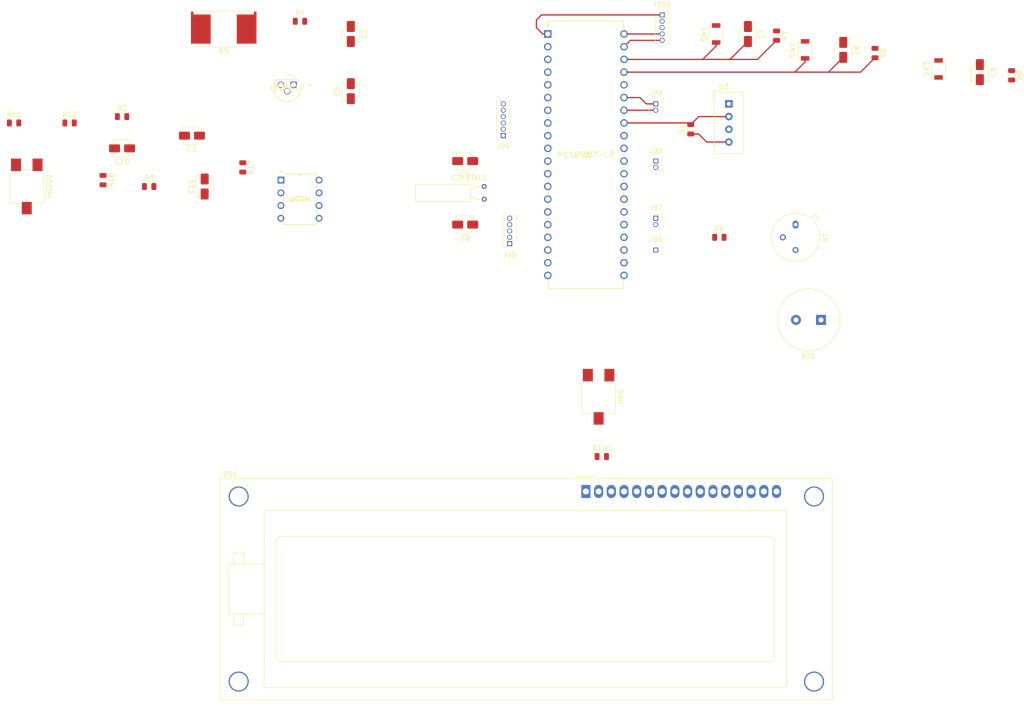
<source format=kicad_pcb>
(kicad_pcb (version 20171130) (host pcbnew "(5.1.0)-1")

  (general
    (thickness 1.6)
    (drawings 0)
    (tracks 36)
    (zones 0)
    (modules 44)
    (nets 58)
  )

  (page A4)
  (layers
    (0 F.Cu signal)
    (31 B.Cu signal)
    (32 B.Adhes user)
    (33 F.Adhes user)
    (34 B.Paste user)
    (35 F.Paste user)
    (36 B.SilkS user)
    (37 F.SilkS user)
    (38 B.Mask user)
    (39 F.Mask user)
    (40 Dwgs.User user)
    (41 Cmts.User user)
    (42 Eco1.User user)
    (43 Eco2.User user)
    (44 Edge.Cuts user)
    (45 Margin user)
    (46 B.CrtYd user)
    (47 F.CrtYd user)
    (48 B.Fab user)
    (49 F.Fab user)
  )

  (setup
    (last_trace_width 0.25)
    (trace_clearance 0.2)
    (zone_clearance 0.508)
    (zone_45_only no)
    (trace_min 0.2)
    (via_size 0.8)
    (via_drill 0.4)
    (via_min_size 0.4)
    (via_min_drill 0.3)
    (uvia_size 0.3)
    (uvia_drill 0.1)
    (uvias_allowed no)
    (uvia_min_size 0.2)
    (uvia_min_drill 0.1)
    (edge_width 0.05)
    (segment_width 0.2)
    (pcb_text_width 0.3)
    (pcb_text_size 1.5 1.5)
    (mod_edge_width 0.12)
    (mod_text_size 1 1)
    (mod_text_width 0.15)
    (pad_size 1.524 1.524)
    (pad_drill 0.762)
    (pad_to_mask_clearance 0.051)
    (solder_mask_min_width 0.25)
    (aux_axis_origin 0 0)
    (visible_elements FFFFFF7F)
    (pcbplotparams
      (layerselection 0x010fc_ffffffff)
      (usegerberextensions false)
      (usegerberattributes false)
      (usegerberadvancedattributes false)
      (creategerberjobfile false)
      (excludeedgelayer true)
      (linewidth 0.100000)
      (plotframeref false)
      (viasonmask false)
      (mode 1)
      (useauxorigin false)
      (hpglpennumber 1)
      (hpglpenspeed 20)
      (hpglpendiameter 15.000000)
      (psnegative false)
      (psa4output false)
      (plotreference true)
      (plotvalue true)
      (plotinvisibletext false)
      (padsonsilk false)
      (subtractmaskfromsilk false)
      (outputformat 1)
      (mirror false)
      (drillshape 1)
      (scaleselection 1)
      (outputdirectory ""))
  )

  (net 0 "")
  (net 1 +5V)
  (net 2 "Net-(BZ1-Pad2)")
  (net 3 "Net-(C1-Pad2)")
  (net 4 "Net-(C1-Pad1)")
  (net 5 "Net-(C2-Pad1)")
  (net 6 GND)
  (net 7 "Net-(C3-Pad2)")
  (net 8 "Net-(C3-Pad1)")
  (net 9 "Net-(C5-Pad1)")
  (net 10 "Net-(C6-Pad1)")
  (net 11 "Net-(C7-Pad2)")
  (net 12 "Net-(C8-Pad2)")
  (net 13 "Net-(C9-Pad2)")
  (net 14 "Net-(C11-Pad1)")
  (net 15 "Net-(DS1-Pad2)")
  (net 16 "Net-(DS1-Pad5)")
  (net 17 "Net-(DS1-Pad6)")
  (net 18 "Net-(DS1-Pad8)")
  (net 19 "Net-(DS1-Pad13)")
  (net 20 "Net-(DS1-Pad14)")
  (net 21 "Net-(DS1-Pad15)")
  (net 22 "Net-(DS1-Pad16)")
  (net 23 "Net-(HR202-Pad2)")
  (net 24 "Net-(J94-Pad1)")
  (net 25 "Net-(J94-Pad2)")
  (net 26 "Net-(J94-Pad3)")
  (net 27 "Net-(J94-Pad4)")
  (net 28 "Net-(J94-Pad5)")
  (net 29 "Net-(J94-Pad6)")
  (net 30 "Net-(J95-Pad1)")
  (net 31 "Net-(J95-Pad2)")
  (net 32 "Net-(J95-Pad3)")
  (net 33 "Net-(J95-Pad4)")
  (net 34 "Net-(J96-Pad1)")
  (net 35 "Net-(J97-Pad1)")
  (net 36 "Net-(J97-Pad2)")
  (net 37 "Net-(J98-Pad2)")
  (net 38 "Net-(J98-Pad1)")
  (net 39 "Net-(J99-Pad1)")
  (net 40 "Net-(J99-Pad2)")
  (net 41 "Net-(J555-Pad5)")
  (net 42 "Net-(J555-Pad4)")
  (net 43 "Net-(J555-Pad1)")
  (net 44 "Net-(Q1-Pad2)")
  (net 45 "Net-(R1-Pad2)")
  (net 46 "Net-(R11-Pad1)")
  (net 47 "Net-(R4-Pad2)")
  (net 48 "Net-(R6-Pad2)")
  (net 49 "Net-(R17-Pad1)")
  (net 50 "Net-(U1-Pad11)")
  (net 51 "Net-(U1-Pad12)")
  (net 52 "Net-(U1-Pad31)")
  (net 53 "Net-(U1-Pad32)")
  (net 54 "Net-(U3-Pad3)")
  (net 55 "Net-(U714-Pad1)")
  (net 56 "Net-(U714-Pad5)")
  (net 57 "Net-(U714-Pad8)")

  (net_class Default "This is the default net class."
    (clearance 0.2)
    (trace_width 0.25)
    (via_dia 0.8)
    (via_drill 0.4)
    (uvia_dia 0.3)
    (uvia_drill 0.1)
    (add_net +5V)
    (add_net GND)
    (add_net "Net-(BZ1-Pad2)")
    (add_net "Net-(C1-Pad1)")
    (add_net "Net-(C1-Pad2)")
    (add_net "Net-(C11-Pad1)")
    (add_net "Net-(C2-Pad1)")
    (add_net "Net-(C3-Pad1)")
    (add_net "Net-(C3-Pad2)")
    (add_net "Net-(C5-Pad1)")
    (add_net "Net-(C6-Pad1)")
    (add_net "Net-(C7-Pad2)")
    (add_net "Net-(C8-Pad2)")
    (add_net "Net-(C9-Pad2)")
    (add_net "Net-(DS1-Pad13)")
    (add_net "Net-(DS1-Pad14)")
    (add_net "Net-(DS1-Pad15)")
    (add_net "Net-(DS1-Pad16)")
    (add_net "Net-(DS1-Pad2)")
    (add_net "Net-(DS1-Pad5)")
    (add_net "Net-(DS1-Pad6)")
    (add_net "Net-(DS1-Pad8)")
    (add_net "Net-(HR202-Pad2)")
    (add_net "Net-(J555-Pad1)")
    (add_net "Net-(J555-Pad4)")
    (add_net "Net-(J555-Pad5)")
    (add_net "Net-(J94-Pad1)")
    (add_net "Net-(J94-Pad2)")
    (add_net "Net-(J94-Pad3)")
    (add_net "Net-(J94-Pad4)")
    (add_net "Net-(J94-Pad5)")
    (add_net "Net-(J94-Pad6)")
    (add_net "Net-(J95-Pad1)")
    (add_net "Net-(J95-Pad2)")
    (add_net "Net-(J95-Pad3)")
    (add_net "Net-(J95-Pad4)")
    (add_net "Net-(J96-Pad1)")
    (add_net "Net-(J97-Pad1)")
    (add_net "Net-(J97-Pad2)")
    (add_net "Net-(J98-Pad1)")
    (add_net "Net-(J98-Pad2)")
    (add_net "Net-(J99-Pad1)")
    (add_net "Net-(J99-Pad2)")
    (add_net "Net-(Q1-Pad2)")
    (add_net "Net-(R1-Pad2)")
    (add_net "Net-(R11-Pad1)")
    (add_net "Net-(R17-Pad1)")
    (add_net "Net-(R4-Pad2)")
    (add_net "Net-(R6-Pad2)")
    (add_net "Net-(U1-Pad11)")
    (add_net "Net-(U1-Pad12)")
    (add_net "Net-(U1-Pad31)")
    (add_net "Net-(U1-Pad32)")
    (add_net "Net-(U3-Pad3)")
    (add_net "Net-(U714-Pad1)")
    (add_net "Net-(U714-Pad5)")
    (add_net "Net-(U714-Pad8)")
  )

  (module Buzzer_Beeper:Buzzer_TDK_PS1240P02BT_D12.2mm_H6.5mm (layer F.Cu) (tedit 5BF1CB2D) (tstamp 5E7A6672)
    (at 195.58 119.38 180)
    (descr "Buzzer, D12.2mm height 6.5mm, https://product.tdk.com/info/en/catalog/datasheets/piezoelectronic_buzzer_ps_en.pdf")
    (tags buzzer)
    (path /5E79E634)
    (fp_text reference BZ1 (at 2.5 -7.17 180) (layer F.SilkS)
      (effects (font (size 1 1) (thickness 0.15)))
    )
    (fp_text value Buzzer (at 2.5 7.31 180) (layer F.Fab)
      (effects (font (size 1 1) (thickness 0.15)))
    )
    (fp_text user %R (at 2.5 -2.43 180) (layer F.Fab)
      (effects (font (size 1 1) (thickness 0.15)))
    )
    (fp_circle (center 2.5 0) (end 8.85 0) (layer F.CrtYd) (width 0.05))
    (fp_circle (center 2.5 0) (end 8.6 0) (layer F.Fab) (width 0.1))
    (fp_circle (center 2.5 0) (end 3.5 0) (layer F.Fab) (width 0.1))
    (fp_circle (center 2.5 0) (end 8.73 0) (layer F.SilkS) (width 0.12))
    (fp_line (start -1.3 -1) (end -1.3 1) (layer F.Fab) (width 0.1))
    (fp_arc (start 2.5 0) (end -3.9 -1.5) (angle -26.38121493) (layer F.SilkS) (width 0.12))
    (pad 1 thru_hole rect (at 0 0 180) (size 2 2) (drill 1) (layers *.Cu *.Mask)
      (net 1 +5V))
    (pad 2 thru_hole circle (at 5 0 180) (size 2 2) (drill 1) (layers *.Cu *.Mask)
      (net 2 "Net-(BZ1-Pad2)"))
    (model ${KISYS3DMOD}/Buzzer_Beeper.3dshapes/Buzzer_TDK_PS1240P02BT_D12.2mm_H6.5mm.wrl
      (at (xyz 0 0 0))
      (scale (xyz 1 1 1))
      (rotate (xyz 0 0 0))
    )
  )

  (module Capacitor_SMD:CP_Elec_3x5.4 (layer F.Cu) (tedit 5BCA39CF) (tstamp 5E7A6696)
    (at 69.85 82.55 180)
    (descr "SMD capacitor, aluminum electrolytic, Nichicon, 3.0x5.4mm")
    (tags "capacitor electrolytic")
    (path /5E808CED)
    (attr smd)
    (fp_text reference C1 (at 0 -2.7 180) (layer F.SilkS)
      (effects (font (size 1 1) (thickness 0.15)))
    )
    (fp_text value 1uF (at 0 2.7 180) (layer F.Fab)
      (effects (font (size 1 1) (thickness 0.15)))
    )
    (fp_text user %R (at 0 0 180) (layer F.Fab)
      (effects (font (size 0.6 0.6) (thickness 0.09)))
    )
    (fp_line (start -2.85 1.05) (end -1.78 1.05) (layer F.CrtYd) (width 0.05))
    (fp_line (start -2.85 -1.05) (end -2.85 1.05) (layer F.CrtYd) (width 0.05))
    (fp_line (start -1.78 -1.05) (end -2.85 -1.05) (layer F.CrtYd) (width 0.05))
    (fp_line (start -1.78 -1.05) (end -0.93 -1.9) (layer F.CrtYd) (width 0.05))
    (fp_line (start -1.78 1.05) (end -0.93 1.9) (layer F.CrtYd) (width 0.05))
    (fp_line (start -0.93 -1.9) (end 1.9 -1.9) (layer F.CrtYd) (width 0.05))
    (fp_line (start -0.93 1.9) (end 1.9 1.9) (layer F.CrtYd) (width 0.05))
    (fp_line (start 1.9 1.05) (end 1.9 1.9) (layer F.CrtYd) (width 0.05))
    (fp_line (start 2.85 1.05) (end 1.9 1.05) (layer F.CrtYd) (width 0.05))
    (fp_line (start 2.85 -1.05) (end 2.85 1.05) (layer F.CrtYd) (width 0.05))
    (fp_line (start 1.9 -1.05) (end 2.85 -1.05) (layer F.CrtYd) (width 0.05))
    (fp_line (start 1.9 -1.9) (end 1.9 -1.05) (layer F.CrtYd) (width 0.05))
    (fp_line (start -2.1875 -1.6225) (end -2.1875 -1.2475) (layer F.SilkS) (width 0.12))
    (fp_line (start -2.375 -1.435) (end -2 -1.435) (layer F.SilkS) (width 0.12))
    (fp_line (start -1.570563 1.06) (end -0.870563 1.76) (layer F.SilkS) (width 0.12))
    (fp_line (start -1.570563 -1.06) (end -0.870563 -1.76) (layer F.SilkS) (width 0.12))
    (fp_line (start -0.870563 1.76) (end 1.76 1.76) (layer F.SilkS) (width 0.12))
    (fp_line (start -0.870563 -1.76) (end 1.76 -1.76) (layer F.SilkS) (width 0.12))
    (fp_line (start 1.76 -1.76) (end 1.76 -1.06) (layer F.SilkS) (width 0.12))
    (fp_line (start 1.76 1.76) (end 1.76 1.06) (layer F.SilkS) (width 0.12))
    (fp_line (start -0.960469 -0.95) (end -0.960469 -0.65) (layer F.Fab) (width 0.1))
    (fp_line (start -1.110469 -0.8) (end -0.810469 -0.8) (layer F.Fab) (width 0.1))
    (fp_line (start -1.65 0.825) (end -0.825 1.65) (layer F.Fab) (width 0.1))
    (fp_line (start -1.65 -0.825) (end -0.825 -1.65) (layer F.Fab) (width 0.1))
    (fp_line (start -1.65 -0.825) (end -1.65 0.825) (layer F.Fab) (width 0.1))
    (fp_line (start -0.825 1.65) (end 1.65 1.65) (layer F.Fab) (width 0.1))
    (fp_line (start -0.825 -1.65) (end 1.65 -1.65) (layer F.Fab) (width 0.1))
    (fp_line (start 1.65 -1.65) (end 1.65 1.65) (layer F.Fab) (width 0.1))
    (fp_circle (center 0 0) (end 1.5 0) (layer F.Fab) (width 0.1))
    (pad 2 smd roundrect (at 1.5 0 180) (size 2.2 1.6) (layers F.Cu F.Paste F.Mask) (roundrect_rratio 0.15625)
      (net 3 "Net-(C1-Pad2)"))
    (pad 1 smd roundrect (at -1.5 0 180) (size 2.2 1.6) (layers F.Cu F.Paste F.Mask) (roundrect_rratio 0.15625)
      (net 4 "Net-(C1-Pad1)"))
    (model ${KISYS3DMOD}/Capacitor_SMD.3dshapes/CP_Elec_3x5.4.wrl
      (at (xyz 0 0 0))
      (scale (xyz 1 1 1))
      (rotate (xyz 0 0 0))
    )
  )

  (module Capacitor_SMD:CP_Elec_3x5.4 (layer F.Cu) (tedit 5BCA39CF) (tstamp 5E7A66BA)
    (at 101.6 62.23 270)
    (descr "SMD capacitor, aluminum electrolytic, Nichicon, 3.0x5.4mm")
    (tags "capacitor electrolytic")
    (path /5E7D5520)
    (attr smd)
    (fp_text reference C2 (at 0 -2.7 270) (layer F.SilkS)
      (effects (font (size 1 1) (thickness 0.15)))
    )
    (fp_text value 22pF (at 0 2.7 270) (layer F.Fab)
      (effects (font (size 1 1) (thickness 0.15)))
    )
    (fp_circle (center 0 0) (end 1.5 0) (layer F.Fab) (width 0.1))
    (fp_line (start 1.65 -1.65) (end 1.65 1.65) (layer F.Fab) (width 0.1))
    (fp_line (start -0.825 -1.65) (end 1.65 -1.65) (layer F.Fab) (width 0.1))
    (fp_line (start -0.825 1.65) (end 1.65 1.65) (layer F.Fab) (width 0.1))
    (fp_line (start -1.65 -0.825) (end -1.65 0.825) (layer F.Fab) (width 0.1))
    (fp_line (start -1.65 -0.825) (end -0.825 -1.65) (layer F.Fab) (width 0.1))
    (fp_line (start -1.65 0.825) (end -0.825 1.65) (layer F.Fab) (width 0.1))
    (fp_line (start -1.110469 -0.8) (end -0.810469 -0.8) (layer F.Fab) (width 0.1))
    (fp_line (start -0.960469 -0.95) (end -0.960469 -0.65) (layer F.Fab) (width 0.1))
    (fp_line (start 1.76 1.76) (end 1.76 1.06) (layer F.SilkS) (width 0.12))
    (fp_line (start 1.76 -1.76) (end 1.76 -1.06) (layer F.SilkS) (width 0.12))
    (fp_line (start -0.870563 -1.76) (end 1.76 -1.76) (layer F.SilkS) (width 0.12))
    (fp_line (start -0.870563 1.76) (end 1.76 1.76) (layer F.SilkS) (width 0.12))
    (fp_line (start -1.570563 -1.06) (end -0.870563 -1.76) (layer F.SilkS) (width 0.12))
    (fp_line (start -1.570563 1.06) (end -0.870563 1.76) (layer F.SilkS) (width 0.12))
    (fp_line (start -2.375 -1.435) (end -2 -1.435) (layer F.SilkS) (width 0.12))
    (fp_line (start -2.1875 -1.6225) (end -2.1875 -1.2475) (layer F.SilkS) (width 0.12))
    (fp_line (start 1.9 -1.9) (end 1.9 -1.05) (layer F.CrtYd) (width 0.05))
    (fp_line (start 1.9 -1.05) (end 2.85 -1.05) (layer F.CrtYd) (width 0.05))
    (fp_line (start 2.85 -1.05) (end 2.85 1.05) (layer F.CrtYd) (width 0.05))
    (fp_line (start 2.85 1.05) (end 1.9 1.05) (layer F.CrtYd) (width 0.05))
    (fp_line (start 1.9 1.05) (end 1.9 1.9) (layer F.CrtYd) (width 0.05))
    (fp_line (start -0.93 1.9) (end 1.9 1.9) (layer F.CrtYd) (width 0.05))
    (fp_line (start -0.93 -1.9) (end 1.9 -1.9) (layer F.CrtYd) (width 0.05))
    (fp_line (start -1.78 1.05) (end -0.93 1.9) (layer F.CrtYd) (width 0.05))
    (fp_line (start -1.78 -1.05) (end -0.93 -1.9) (layer F.CrtYd) (width 0.05))
    (fp_line (start -1.78 -1.05) (end -2.85 -1.05) (layer F.CrtYd) (width 0.05))
    (fp_line (start -2.85 -1.05) (end -2.85 1.05) (layer F.CrtYd) (width 0.05))
    (fp_line (start -2.85 1.05) (end -1.78 1.05) (layer F.CrtYd) (width 0.05))
    (fp_text user %R (at 0 0 270) (layer F.Fab)
      (effects (font (size 0.6 0.6) (thickness 0.09)))
    )
    (pad 1 smd roundrect (at -1.5 0 270) (size 2.2 1.6) (layers F.Cu F.Paste F.Mask) (roundrect_rratio 0.15625)
      (net 5 "Net-(C2-Pad1)"))
    (pad 2 smd roundrect (at 1.5 0 270) (size 2.2 1.6) (layers F.Cu F.Paste F.Mask) (roundrect_rratio 0.15625)
      (net 6 GND))
    (model ${KISYS3DMOD}/Capacitor_SMD.3dshapes/CP_Elec_3x5.4.wrl
      (at (xyz 0 0 0))
      (scale (xyz 1 1 1))
      (rotate (xyz 0 0 0))
    )
  )

  (module Capacitor_SMD:CP_Elec_3x5.4 (layer F.Cu) (tedit 5BCA39CF) (tstamp 5E7A66DE)
    (at 124.46 87.63 180)
    (descr "SMD capacitor, aluminum electrolytic, Nichicon, 3.0x5.4mm")
    (tags "capacitor electrolytic")
    (path /5E95274A)
    (attr smd)
    (fp_text reference C3 (at 0 -2.7 180) (layer F.SilkS)
      (effects (font (size 1 1) (thickness 0.15)))
    )
    (fp_text value 22pF (at 0 2.7 180) (layer F.Fab)
      (effects (font (size 1 1) (thickness 0.15)))
    )
    (fp_text user %R (at 0 0 180) (layer F.Fab)
      (effects (font (size 0.6 0.6) (thickness 0.09)))
    )
    (fp_line (start -2.85 1.05) (end -1.78 1.05) (layer F.CrtYd) (width 0.05))
    (fp_line (start -2.85 -1.05) (end -2.85 1.05) (layer F.CrtYd) (width 0.05))
    (fp_line (start -1.78 -1.05) (end -2.85 -1.05) (layer F.CrtYd) (width 0.05))
    (fp_line (start -1.78 -1.05) (end -0.93 -1.9) (layer F.CrtYd) (width 0.05))
    (fp_line (start -1.78 1.05) (end -0.93 1.9) (layer F.CrtYd) (width 0.05))
    (fp_line (start -0.93 -1.9) (end 1.9 -1.9) (layer F.CrtYd) (width 0.05))
    (fp_line (start -0.93 1.9) (end 1.9 1.9) (layer F.CrtYd) (width 0.05))
    (fp_line (start 1.9 1.05) (end 1.9 1.9) (layer F.CrtYd) (width 0.05))
    (fp_line (start 2.85 1.05) (end 1.9 1.05) (layer F.CrtYd) (width 0.05))
    (fp_line (start 2.85 -1.05) (end 2.85 1.05) (layer F.CrtYd) (width 0.05))
    (fp_line (start 1.9 -1.05) (end 2.85 -1.05) (layer F.CrtYd) (width 0.05))
    (fp_line (start 1.9 -1.9) (end 1.9 -1.05) (layer F.CrtYd) (width 0.05))
    (fp_line (start -2.1875 -1.6225) (end -2.1875 -1.2475) (layer F.SilkS) (width 0.12))
    (fp_line (start -2.375 -1.435) (end -2 -1.435) (layer F.SilkS) (width 0.12))
    (fp_line (start -1.570563 1.06) (end -0.870563 1.76) (layer F.SilkS) (width 0.12))
    (fp_line (start -1.570563 -1.06) (end -0.870563 -1.76) (layer F.SilkS) (width 0.12))
    (fp_line (start -0.870563 1.76) (end 1.76 1.76) (layer F.SilkS) (width 0.12))
    (fp_line (start -0.870563 -1.76) (end 1.76 -1.76) (layer F.SilkS) (width 0.12))
    (fp_line (start 1.76 -1.76) (end 1.76 -1.06) (layer F.SilkS) (width 0.12))
    (fp_line (start 1.76 1.76) (end 1.76 1.06) (layer F.SilkS) (width 0.12))
    (fp_line (start -0.960469 -0.95) (end -0.960469 -0.65) (layer F.Fab) (width 0.1))
    (fp_line (start -1.110469 -0.8) (end -0.810469 -0.8) (layer F.Fab) (width 0.1))
    (fp_line (start -1.65 0.825) (end -0.825 1.65) (layer F.Fab) (width 0.1))
    (fp_line (start -1.65 -0.825) (end -0.825 -1.65) (layer F.Fab) (width 0.1))
    (fp_line (start -1.65 -0.825) (end -1.65 0.825) (layer F.Fab) (width 0.1))
    (fp_line (start -0.825 1.65) (end 1.65 1.65) (layer F.Fab) (width 0.1))
    (fp_line (start -0.825 -1.65) (end 1.65 -1.65) (layer F.Fab) (width 0.1))
    (fp_line (start 1.65 -1.65) (end 1.65 1.65) (layer F.Fab) (width 0.1))
    (fp_circle (center 0 0) (end 1.5 0) (layer F.Fab) (width 0.1))
    (pad 2 smd roundrect (at 1.5 0 180) (size 2.2 1.6) (layers F.Cu F.Paste F.Mask) (roundrect_rratio 0.15625)
      (net 7 "Net-(C3-Pad2)"))
    (pad 1 smd roundrect (at -1.5 0 180) (size 2.2 1.6) (layers F.Cu F.Paste F.Mask) (roundrect_rratio 0.15625)
      (net 8 "Net-(C3-Pad1)"))
    (model ${KISYS3DMOD}/Capacitor_SMD.3dshapes/CP_Elec_3x5.4.wrl
      (at (xyz 0 0 0))
      (scale (xyz 1 1 1))
      (rotate (xyz 0 0 0))
    )
  )

  (module Capacitor_SMD:CP_Elec_3x5.4 (layer F.Cu) (tedit 5BCA39CF) (tstamp 5E7A6702)
    (at 101.6 73.66 90)
    (descr "SMD capacitor, aluminum electrolytic, Nichicon, 3.0x5.4mm")
    (tags "capacitor electrolytic")
    (path /5E7F689D)
    (attr smd)
    (fp_text reference C5 (at 0 -2.7 90) (layer F.SilkS)
      (effects (font (size 1 1) (thickness 0.15)))
    )
    (fp_text value 22pF (at 0 2.7 90) (layer F.Fab)
      (effects (font (size 1 1) (thickness 0.15)))
    )
    (fp_circle (center 0 0) (end 1.5 0) (layer F.Fab) (width 0.1))
    (fp_line (start 1.65 -1.65) (end 1.65 1.65) (layer F.Fab) (width 0.1))
    (fp_line (start -0.825 -1.65) (end 1.65 -1.65) (layer F.Fab) (width 0.1))
    (fp_line (start -0.825 1.65) (end 1.65 1.65) (layer F.Fab) (width 0.1))
    (fp_line (start -1.65 -0.825) (end -1.65 0.825) (layer F.Fab) (width 0.1))
    (fp_line (start -1.65 -0.825) (end -0.825 -1.65) (layer F.Fab) (width 0.1))
    (fp_line (start -1.65 0.825) (end -0.825 1.65) (layer F.Fab) (width 0.1))
    (fp_line (start -1.110469 -0.8) (end -0.810469 -0.8) (layer F.Fab) (width 0.1))
    (fp_line (start -0.960469 -0.95) (end -0.960469 -0.65) (layer F.Fab) (width 0.1))
    (fp_line (start 1.76 1.76) (end 1.76 1.06) (layer F.SilkS) (width 0.12))
    (fp_line (start 1.76 -1.76) (end 1.76 -1.06) (layer F.SilkS) (width 0.12))
    (fp_line (start -0.870563 -1.76) (end 1.76 -1.76) (layer F.SilkS) (width 0.12))
    (fp_line (start -0.870563 1.76) (end 1.76 1.76) (layer F.SilkS) (width 0.12))
    (fp_line (start -1.570563 -1.06) (end -0.870563 -1.76) (layer F.SilkS) (width 0.12))
    (fp_line (start -1.570563 1.06) (end -0.870563 1.76) (layer F.SilkS) (width 0.12))
    (fp_line (start -2.375 -1.435) (end -2 -1.435) (layer F.SilkS) (width 0.12))
    (fp_line (start -2.1875 -1.6225) (end -2.1875 -1.2475) (layer F.SilkS) (width 0.12))
    (fp_line (start 1.9 -1.9) (end 1.9 -1.05) (layer F.CrtYd) (width 0.05))
    (fp_line (start 1.9 -1.05) (end 2.85 -1.05) (layer F.CrtYd) (width 0.05))
    (fp_line (start 2.85 -1.05) (end 2.85 1.05) (layer F.CrtYd) (width 0.05))
    (fp_line (start 2.85 1.05) (end 1.9 1.05) (layer F.CrtYd) (width 0.05))
    (fp_line (start 1.9 1.05) (end 1.9 1.9) (layer F.CrtYd) (width 0.05))
    (fp_line (start -0.93 1.9) (end 1.9 1.9) (layer F.CrtYd) (width 0.05))
    (fp_line (start -0.93 -1.9) (end 1.9 -1.9) (layer F.CrtYd) (width 0.05))
    (fp_line (start -1.78 1.05) (end -0.93 1.9) (layer F.CrtYd) (width 0.05))
    (fp_line (start -1.78 -1.05) (end -0.93 -1.9) (layer F.CrtYd) (width 0.05))
    (fp_line (start -1.78 -1.05) (end -2.85 -1.05) (layer F.CrtYd) (width 0.05))
    (fp_line (start -2.85 -1.05) (end -2.85 1.05) (layer F.CrtYd) (width 0.05))
    (fp_line (start -2.85 1.05) (end -1.78 1.05) (layer F.CrtYd) (width 0.05))
    (fp_text user %R (at 0 0 90) (layer F.Fab)
      (effects (font (size 0.6 0.6) (thickness 0.09)))
    )
    (pad 1 smd roundrect (at -1.5 0 90) (size 2.2 1.6) (layers F.Cu F.Paste F.Mask) (roundrect_rratio 0.15625)
      (net 9 "Net-(C5-Pad1)"))
    (pad 2 smd roundrect (at 1.5 0 90) (size 2.2 1.6) (layers F.Cu F.Paste F.Mask) (roundrect_rratio 0.15625)
      (net 6 GND))
    (model ${KISYS3DMOD}/Capacitor_SMD.3dshapes/CP_Elec_3x5.4.wrl
      (at (xyz 0 0 0))
      (scale (xyz 1 1 1))
      (rotate (xyz 0 0 0))
    )
  )

  (module Capacitor_SMD:CP_Elec_3x5.4 (layer F.Cu) (tedit 5BCA39CF) (tstamp 5E7A6726)
    (at 124.46 100.33 180)
    (descr "SMD capacitor, aluminum electrolytic, Nichicon, 3.0x5.4mm")
    (tags "capacitor electrolytic")
    (path /5E95A859)
    (attr smd)
    (fp_text reference C6 (at 0 -2.7 180) (layer F.SilkS)
      (effects (font (size 1 1) (thickness 0.15)))
    )
    (fp_text value 22pF (at 0 2.7 180) (layer F.Fab)
      (effects (font (size 1 1) (thickness 0.15)))
    )
    (fp_circle (center 0 0) (end 1.5 0) (layer F.Fab) (width 0.1))
    (fp_line (start 1.65 -1.65) (end 1.65 1.65) (layer F.Fab) (width 0.1))
    (fp_line (start -0.825 -1.65) (end 1.65 -1.65) (layer F.Fab) (width 0.1))
    (fp_line (start -0.825 1.65) (end 1.65 1.65) (layer F.Fab) (width 0.1))
    (fp_line (start -1.65 -0.825) (end -1.65 0.825) (layer F.Fab) (width 0.1))
    (fp_line (start -1.65 -0.825) (end -0.825 -1.65) (layer F.Fab) (width 0.1))
    (fp_line (start -1.65 0.825) (end -0.825 1.65) (layer F.Fab) (width 0.1))
    (fp_line (start -1.110469 -0.8) (end -0.810469 -0.8) (layer F.Fab) (width 0.1))
    (fp_line (start -0.960469 -0.95) (end -0.960469 -0.65) (layer F.Fab) (width 0.1))
    (fp_line (start 1.76 1.76) (end 1.76 1.06) (layer F.SilkS) (width 0.12))
    (fp_line (start 1.76 -1.76) (end 1.76 -1.06) (layer F.SilkS) (width 0.12))
    (fp_line (start -0.870563 -1.76) (end 1.76 -1.76) (layer F.SilkS) (width 0.12))
    (fp_line (start -0.870563 1.76) (end 1.76 1.76) (layer F.SilkS) (width 0.12))
    (fp_line (start -1.570563 -1.06) (end -0.870563 -1.76) (layer F.SilkS) (width 0.12))
    (fp_line (start -1.570563 1.06) (end -0.870563 1.76) (layer F.SilkS) (width 0.12))
    (fp_line (start -2.375 -1.435) (end -2 -1.435) (layer F.SilkS) (width 0.12))
    (fp_line (start -2.1875 -1.6225) (end -2.1875 -1.2475) (layer F.SilkS) (width 0.12))
    (fp_line (start 1.9 -1.9) (end 1.9 -1.05) (layer F.CrtYd) (width 0.05))
    (fp_line (start 1.9 -1.05) (end 2.85 -1.05) (layer F.CrtYd) (width 0.05))
    (fp_line (start 2.85 -1.05) (end 2.85 1.05) (layer F.CrtYd) (width 0.05))
    (fp_line (start 2.85 1.05) (end 1.9 1.05) (layer F.CrtYd) (width 0.05))
    (fp_line (start 1.9 1.05) (end 1.9 1.9) (layer F.CrtYd) (width 0.05))
    (fp_line (start -0.93 1.9) (end 1.9 1.9) (layer F.CrtYd) (width 0.05))
    (fp_line (start -0.93 -1.9) (end 1.9 -1.9) (layer F.CrtYd) (width 0.05))
    (fp_line (start -1.78 1.05) (end -0.93 1.9) (layer F.CrtYd) (width 0.05))
    (fp_line (start -1.78 -1.05) (end -0.93 -1.9) (layer F.CrtYd) (width 0.05))
    (fp_line (start -1.78 -1.05) (end -2.85 -1.05) (layer F.CrtYd) (width 0.05))
    (fp_line (start -2.85 -1.05) (end -2.85 1.05) (layer F.CrtYd) (width 0.05))
    (fp_line (start -2.85 1.05) (end -1.78 1.05) (layer F.CrtYd) (width 0.05))
    (fp_text user %R (at 0 0 180) (layer F.Fab)
      (effects (font (size 0.6 0.6) (thickness 0.09)))
    )
    (pad 1 smd roundrect (at -1.5 0 180) (size 2.2 1.6) (layers F.Cu F.Paste F.Mask) (roundrect_rratio 0.15625)
      (net 10 "Net-(C6-Pad1)"))
    (pad 2 smd roundrect (at 1.5 0 180) (size 2.2 1.6) (layers F.Cu F.Paste F.Mask) (roundrect_rratio 0.15625)
      (net 7 "Net-(C3-Pad2)"))
    (model ${KISYS3DMOD}/Capacitor_SMD.3dshapes/CP_Elec_3x5.4.wrl
      (at (xyz 0 0 0))
      (scale (xyz 1 1 1))
      (rotate (xyz 0 0 0))
    )
  )

  (module Capacitor_SMD:CP_Elec_3x5.4 (layer F.Cu) (tedit 5BCA39CF) (tstamp 5E7A674A)
    (at 180.975 62.23 270)
    (descr "SMD capacitor, aluminum electrolytic, Nichicon, 3.0x5.4mm")
    (tags "capacitor electrolytic")
    (path /5E9F1C35)
    (attr smd)
    (fp_text reference C7 (at 0 -2.7 270) (layer F.SilkS)
      (effects (font (size 1 1) (thickness 0.15)))
    )
    (fp_text value 22pF (at 0 2.7 270) (layer F.Fab)
      (effects (font (size 1 1) (thickness 0.15)))
    )
    (fp_text user %R (at 0 0 270) (layer F.Fab)
      (effects (font (size 0.6 0.6) (thickness 0.09)))
    )
    (fp_line (start -2.85 1.05) (end -1.78 1.05) (layer F.CrtYd) (width 0.05))
    (fp_line (start -2.85 -1.05) (end -2.85 1.05) (layer F.CrtYd) (width 0.05))
    (fp_line (start -1.78 -1.05) (end -2.85 -1.05) (layer F.CrtYd) (width 0.05))
    (fp_line (start -1.78 -1.05) (end -0.93 -1.9) (layer F.CrtYd) (width 0.05))
    (fp_line (start -1.78 1.05) (end -0.93 1.9) (layer F.CrtYd) (width 0.05))
    (fp_line (start -0.93 -1.9) (end 1.9 -1.9) (layer F.CrtYd) (width 0.05))
    (fp_line (start -0.93 1.9) (end 1.9 1.9) (layer F.CrtYd) (width 0.05))
    (fp_line (start 1.9 1.05) (end 1.9 1.9) (layer F.CrtYd) (width 0.05))
    (fp_line (start 2.85 1.05) (end 1.9 1.05) (layer F.CrtYd) (width 0.05))
    (fp_line (start 2.85 -1.05) (end 2.85 1.05) (layer F.CrtYd) (width 0.05))
    (fp_line (start 1.9 -1.05) (end 2.85 -1.05) (layer F.CrtYd) (width 0.05))
    (fp_line (start 1.9 -1.9) (end 1.9 -1.05) (layer F.CrtYd) (width 0.05))
    (fp_line (start -2.1875 -1.6225) (end -2.1875 -1.2475) (layer F.SilkS) (width 0.12))
    (fp_line (start -2.375 -1.435) (end -2 -1.435) (layer F.SilkS) (width 0.12))
    (fp_line (start -1.570563 1.06) (end -0.870563 1.76) (layer F.SilkS) (width 0.12))
    (fp_line (start -1.570563 -1.06) (end -0.870563 -1.76) (layer F.SilkS) (width 0.12))
    (fp_line (start -0.870563 1.76) (end 1.76 1.76) (layer F.SilkS) (width 0.12))
    (fp_line (start -0.870563 -1.76) (end 1.76 -1.76) (layer F.SilkS) (width 0.12))
    (fp_line (start 1.76 -1.76) (end 1.76 -1.06) (layer F.SilkS) (width 0.12))
    (fp_line (start 1.76 1.76) (end 1.76 1.06) (layer F.SilkS) (width 0.12))
    (fp_line (start -0.960469 -0.95) (end -0.960469 -0.65) (layer F.Fab) (width 0.1))
    (fp_line (start -1.110469 -0.8) (end -0.810469 -0.8) (layer F.Fab) (width 0.1))
    (fp_line (start -1.65 0.825) (end -0.825 1.65) (layer F.Fab) (width 0.1))
    (fp_line (start -1.65 -0.825) (end -0.825 -1.65) (layer F.Fab) (width 0.1))
    (fp_line (start -1.65 -0.825) (end -1.65 0.825) (layer F.Fab) (width 0.1))
    (fp_line (start -0.825 1.65) (end 1.65 1.65) (layer F.Fab) (width 0.1))
    (fp_line (start -0.825 -1.65) (end 1.65 -1.65) (layer F.Fab) (width 0.1))
    (fp_line (start 1.65 -1.65) (end 1.65 1.65) (layer F.Fab) (width 0.1))
    (fp_circle (center 0 0) (end 1.5 0) (layer F.Fab) (width 0.1))
    (pad 2 smd roundrect (at 1.5 0 270) (size 2.2 1.6) (layers F.Cu F.Paste F.Mask) (roundrect_rratio 0.15625)
      (net 11 "Net-(C7-Pad2)"))
    (pad 1 smd roundrect (at -1.5 0 270) (size 2.2 1.6) (layers F.Cu F.Paste F.Mask) (roundrect_rratio 0.15625)
      (net 6 GND))
    (model ${KISYS3DMOD}/Capacitor_SMD.3dshapes/CP_Elec_3x5.4.wrl
      (at (xyz 0 0 0))
      (scale (xyz 1 1 1))
      (rotate (xyz 0 0 0))
    )
  )

  (module Capacitor_SMD:CP_Elec_3x5.4 (layer F.Cu) (tedit 5BCA39CF) (tstamp 5E7A676E)
    (at 200.025 65.405 270)
    (descr "SMD capacitor, aluminum electrolytic, Nichicon, 3.0x5.4mm")
    (tags "capacitor electrolytic")
    (path /5EA4D67B)
    (attr smd)
    (fp_text reference C8 (at 0 -2.7 270) (layer F.SilkS)
      (effects (font (size 1 1) (thickness 0.15)))
    )
    (fp_text value 22pF (at 0 2.7 270) (layer F.Fab)
      (effects (font (size 1 1) (thickness 0.15)))
    )
    (fp_text user %R (at 0 0 270) (layer F.Fab)
      (effects (font (size 0.6 0.6) (thickness 0.09)))
    )
    (fp_line (start -2.85 1.05) (end -1.78 1.05) (layer F.CrtYd) (width 0.05))
    (fp_line (start -2.85 -1.05) (end -2.85 1.05) (layer F.CrtYd) (width 0.05))
    (fp_line (start -1.78 -1.05) (end -2.85 -1.05) (layer F.CrtYd) (width 0.05))
    (fp_line (start -1.78 -1.05) (end -0.93 -1.9) (layer F.CrtYd) (width 0.05))
    (fp_line (start -1.78 1.05) (end -0.93 1.9) (layer F.CrtYd) (width 0.05))
    (fp_line (start -0.93 -1.9) (end 1.9 -1.9) (layer F.CrtYd) (width 0.05))
    (fp_line (start -0.93 1.9) (end 1.9 1.9) (layer F.CrtYd) (width 0.05))
    (fp_line (start 1.9 1.05) (end 1.9 1.9) (layer F.CrtYd) (width 0.05))
    (fp_line (start 2.85 1.05) (end 1.9 1.05) (layer F.CrtYd) (width 0.05))
    (fp_line (start 2.85 -1.05) (end 2.85 1.05) (layer F.CrtYd) (width 0.05))
    (fp_line (start 1.9 -1.05) (end 2.85 -1.05) (layer F.CrtYd) (width 0.05))
    (fp_line (start 1.9 -1.9) (end 1.9 -1.05) (layer F.CrtYd) (width 0.05))
    (fp_line (start -2.1875 -1.6225) (end -2.1875 -1.2475) (layer F.SilkS) (width 0.12))
    (fp_line (start -2.375 -1.435) (end -2 -1.435) (layer F.SilkS) (width 0.12))
    (fp_line (start -1.570563 1.06) (end -0.870563 1.76) (layer F.SilkS) (width 0.12))
    (fp_line (start -1.570563 -1.06) (end -0.870563 -1.76) (layer F.SilkS) (width 0.12))
    (fp_line (start -0.870563 1.76) (end 1.76 1.76) (layer F.SilkS) (width 0.12))
    (fp_line (start -0.870563 -1.76) (end 1.76 -1.76) (layer F.SilkS) (width 0.12))
    (fp_line (start 1.76 -1.76) (end 1.76 -1.06) (layer F.SilkS) (width 0.12))
    (fp_line (start 1.76 1.76) (end 1.76 1.06) (layer F.SilkS) (width 0.12))
    (fp_line (start -0.960469 -0.95) (end -0.960469 -0.65) (layer F.Fab) (width 0.1))
    (fp_line (start -1.110469 -0.8) (end -0.810469 -0.8) (layer F.Fab) (width 0.1))
    (fp_line (start -1.65 0.825) (end -0.825 1.65) (layer F.Fab) (width 0.1))
    (fp_line (start -1.65 -0.825) (end -0.825 -1.65) (layer F.Fab) (width 0.1))
    (fp_line (start -1.65 -0.825) (end -1.65 0.825) (layer F.Fab) (width 0.1))
    (fp_line (start -0.825 1.65) (end 1.65 1.65) (layer F.Fab) (width 0.1))
    (fp_line (start -0.825 -1.65) (end 1.65 -1.65) (layer F.Fab) (width 0.1))
    (fp_line (start 1.65 -1.65) (end 1.65 1.65) (layer F.Fab) (width 0.1))
    (fp_circle (center 0 0) (end 1.5 0) (layer F.Fab) (width 0.1))
    (pad 2 smd roundrect (at 1.5 0 270) (size 2.2 1.6) (layers F.Cu F.Paste F.Mask) (roundrect_rratio 0.15625)
      (net 12 "Net-(C8-Pad2)"))
    (pad 1 smd roundrect (at -1.5 0 270) (size 2.2 1.6) (layers F.Cu F.Paste F.Mask) (roundrect_rratio 0.15625)
      (net 6 GND))
    (model ${KISYS3DMOD}/Capacitor_SMD.3dshapes/CP_Elec_3x5.4.wrl
      (at (xyz 0 0 0))
      (scale (xyz 1 1 1))
      (rotate (xyz 0 0 0))
    )
  )

  (module Capacitor_SMD:CP_Elec_3x5.4 (layer F.Cu) (tedit 5BCA39CF) (tstamp 5E7A6792)
    (at 227.33 69.85 270)
    (descr "SMD capacitor, aluminum electrolytic, Nichicon, 3.0x5.4mm")
    (tags "capacitor electrolytic")
    (path /5EAA2FD6)
    (attr smd)
    (fp_text reference C9 (at 0 -2.7 270) (layer F.SilkS)
      (effects (font (size 1 1) (thickness 0.15)))
    )
    (fp_text value 22pF (at 0 2.7 270) (layer F.Fab)
      (effects (font (size 1 1) (thickness 0.15)))
    )
    (fp_text user %R (at 0 0 270) (layer F.Fab)
      (effects (font (size 0.6 0.6) (thickness 0.09)))
    )
    (fp_line (start -2.85 1.05) (end -1.78 1.05) (layer F.CrtYd) (width 0.05))
    (fp_line (start -2.85 -1.05) (end -2.85 1.05) (layer F.CrtYd) (width 0.05))
    (fp_line (start -1.78 -1.05) (end -2.85 -1.05) (layer F.CrtYd) (width 0.05))
    (fp_line (start -1.78 -1.05) (end -0.93 -1.9) (layer F.CrtYd) (width 0.05))
    (fp_line (start -1.78 1.05) (end -0.93 1.9) (layer F.CrtYd) (width 0.05))
    (fp_line (start -0.93 -1.9) (end 1.9 -1.9) (layer F.CrtYd) (width 0.05))
    (fp_line (start -0.93 1.9) (end 1.9 1.9) (layer F.CrtYd) (width 0.05))
    (fp_line (start 1.9 1.05) (end 1.9 1.9) (layer F.CrtYd) (width 0.05))
    (fp_line (start 2.85 1.05) (end 1.9 1.05) (layer F.CrtYd) (width 0.05))
    (fp_line (start 2.85 -1.05) (end 2.85 1.05) (layer F.CrtYd) (width 0.05))
    (fp_line (start 1.9 -1.05) (end 2.85 -1.05) (layer F.CrtYd) (width 0.05))
    (fp_line (start 1.9 -1.9) (end 1.9 -1.05) (layer F.CrtYd) (width 0.05))
    (fp_line (start -2.1875 -1.6225) (end -2.1875 -1.2475) (layer F.SilkS) (width 0.12))
    (fp_line (start -2.375 -1.435) (end -2 -1.435) (layer F.SilkS) (width 0.12))
    (fp_line (start -1.570563 1.06) (end -0.870563 1.76) (layer F.SilkS) (width 0.12))
    (fp_line (start -1.570563 -1.06) (end -0.870563 -1.76) (layer F.SilkS) (width 0.12))
    (fp_line (start -0.870563 1.76) (end 1.76 1.76) (layer F.SilkS) (width 0.12))
    (fp_line (start -0.870563 -1.76) (end 1.76 -1.76) (layer F.SilkS) (width 0.12))
    (fp_line (start 1.76 -1.76) (end 1.76 -1.06) (layer F.SilkS) (width 0.12))
    (fp_line (start 1.76 1.76) (end 1.76 1.06) (layer F.SilkS) (width 0.12))
    (fp_line (start -0.960469 -0.95) (end -0.960469 -0.65) (layer F.Fab) (width 0.1))
    (fp_line (start -1.110469 -0.8) (end -0.810469 -0.8) (layer F.Fab) (width 0.1))
    (fp_line (start -1.65 0.825) (end -0.825 1.65) (layer F.Fab) (width 0.1))
    (fp_line (start -1.65 -0.825) (end -0.825 -1.65) (layer F.Fab) (width 0.1))
    (fp_line (start -1.65 -0.825) (end -1.65 0.825) (layer F.Fab) (width 0.1))
    (fp_line (start -0.825 1.65) (end 1.65 1.65) (layer F.Fab) (width 0.1))
    (fp_line (start -0.825 -1.65) (end 1.65 -1.65) (layer F.Fab) (width 0.1))
    (fp_line (start 1.65 -1.65) (end 1.65 1.65) (layer F.Fab) (width 0.1))
    (fp_circle (center 0 0) (end 1.5 0) (layer F.Fab) (width 0.1))
    (pad 2 smd roundrect (at 1.5 0 270) (size 2.2 1.6) (layers F.Cu F.Paste F.Mask) (roundrect_rratio 0.15625)
      (net 13 "Net-(C9-Pad2)"))
    (pad 1 smd roundrect (at -1.5 0 270) (size 2.2 1.6) (layers F.Cu F.Paste F.Mask) (roundrect_rratio 0.15625)
      (net 6 GND))
    (model ${KISYS3DMOD}/Capacitor_SMD.3dshapes/CP_Elec_3x5.4.wrl
      (at (xyz 0 0 0))
      (scale (xyz 1 1 1))
      (rotate (xyz 0 0 0))
    )
  )

  (module Capacitor_SMD:CP_Elec_3x5.4 (layer F.Cu) (tedit 5BCA39CF) (tstamp 5E7A67B6)
    (at 55.88 85.09 180)
    (descr "SMD capacitor, aluminum electrolytic, Nichicon, 3.0x5.4mm")
    (tags "capacitor electrolytic")
    (path /5E80CF02)
    (attr smd)
    (fp_text reference C10 (at 0 -2.7 180) (layer F.SilkS)
      (effects (font (size 1 1) (thickness 0.15)))
    )
    (fp_text value 1uF (at 0 2.7 180) (layer F.Fab)
      (effects (font (size 1 1) (thickness 0.15)))
    )
    (fp_circle (center 0 0) (end 1.5 0) (layer F.Fab) (width 0.1))
    (fp_line (start 1.65 -1.65) (end 1.65 1.65) (layer F.Fab) (width 0.1))
    (fp_line (start -0.825 -1.65) (end 1.65 -1.65) (layer F.Fab) (width 0.1))
    (fp_line (start -0.825 1.65) (end 1.65 1.65) (layer F.Fab) (width 0.1))
    (fp_line (start -1.65 -0.825) (end -1.65 0.825) (layer F.Fab) (width 0.1))
    (fp_line (start -1.65 -0.825) (end -0.825 -1.65) (layer F.Fab) (width 0.1))
    (fp_line (start -1.65 0.825) (end -0.825 1.65) (layer F.Fab) (width 0.1))
    (fp_line (start -1.110469 -0.8) (end -0.810469 -0.8) (layer F.Fab) (width 0.1))
    (fp_line (start -0.960469 -0.95) (end -0.960469 -0.65) (layer F.Fab) (width 0.1))
    (fp_line (start 1.76 1.76) (end 1.76 1.06) (layer F.SilkS) (width 0.12))
    (fp_line (start 1.76 -1.76) (end 1.76 -1.06) (layer F.SilkS) (width 0.12))
    (fp_line (start -0.870563 -1.76) (end 1.76 -1.76) (layer F.SilkS) (width 0.12))
    (fp_line (start -0.870563 1.76) (end 1.76 1.76) (layer F.SilkS) (width 0.12))
    (fp_line (start -1.570563 -1.06) (end -0.870563 -1.76) (layer F.SilkS) (width 0.12))
    (fp_line (start -1.570563 1.06) (end -0.870563 1.76) (layer F.SilkS) (width 0.12))
    (fp_line (start -2.375 -1.435) (end -2 -1.435) (layer F.SilkS) (width 0.12))
    (fp_line (start -2.1875 -1.6225) (end -2.1875 -1.2475) (layer F.SilkS) (width 0.12))
    (fp_line (start 1.9 -1.9) (end 1.9 -1.05) (layer F.CrtYd) (width 0.05))
    (fp_line (start 1.9 -1.05) (end 2.85 -1.05) (layer F.CrtYd) (width 0.05))
    (fp_line (start 2.85 -1.05) (end 2.85 1.05) (layer F.CrtYd) (width 0.05))
    (fp_line (start 2.85 1.05) (end 1.9 1.05) (layer F.CrtYd) (width 0.05))
    (fp_line (start 1.9 1.05) (end 1.9 1.9) (layer F.CrtYd) (width 0.05))
    (fp_line (start -0.93 1.9) (end 1.9 1.9) (layer F.CrtYd) (width 0.05))
    (fp_line (start -0.93 -1.9) (end 1.9 -1.9) (layer F.CrtYd) (width 0.05))
    (fp_line (start -1.78 1.05) (end -0.93 1.9) (layer F.CrtYd) (width 0.05))
    (fp_line (start -1.78 -1.05) (end -0.93 -1.9) (layer F.CrtYd) (width 0.05))
    (fp_line (start -1.78 -1.05) (end -2.85 -1.05) (layer F.CrtYd) (width 0.05))
    (fp_line (start -2.85 -1.05) (end -2.85 1.05) (layer F.CrtYd) (width 0.05))
    (fp_line (start -2.85 1.05) (end -1.78 1.05) (layer F.CrtYd) (width 0.05))
    (fp_text user %R (at 0 0 180) (layer F.Fab)
      (effects (font (size 0.6 0.6) (thickness 0.09)))
    )
    (pad 1 smd roundrect (at -1.5 0 180) (size 2.2 1.6) (layers F.Cu F.Paste F.Mask) (roundrect_rratio 0.15625)
      (net 3 "Net-(C1-Pad2)"))
    (pad 2 smd roundrect (at 1.5 0 180) (size 2.2 1.6) (layers F.Cu F.Paste F.Mask) (roundrect_rratio 0.15625)
      (net 6 GND))
    (model ${KISYS3DMOD}/Capacitor_SMD.3dshapes/CP_Elec_3x5.4.wrl
      (at (xyz 0 0 0))
      (scale (xyz 1 1 1))
      (rotate (xyz 0 0 0))
    )
  )

  (module Capacitor_SMD:CP_Elec_3x5.4 (layer F.Cu) (tedit 5BCA39CF) (tstamp 5E7A67DA)
    (at 72.39 92.71 90)
    (descr "SMD capacitor, aluminum electrolytic, Nichicon, 3.0x5.4mm")
    (tags "capacitor electrolytic")
    (path /5E805285)
    (attr smd)
    (fp_text reference C11 (at 0 -2.7 90) (layer F.SilkS)
      (effects (font (size 1 1) (thickness 0.15)))
    )
    (fp_text value 1uF (at 0 2.7 90) (layer F.Fab)
      (effects (font (size 1 1) (thickness 0.15)))
    )
    (fp_circle (center 0 0) (end 1.5 0) (layer F.Fab) (width 0.1))
    (fp_line (start 1.65 -1.65) (end 1.65 1.65) (layer F.Fab) (width 0.1))
    (fp_line (start -0.825 -1.65) (end 1.65 -1.65) (layer F.Fab) (width 0.1))
    (fp_line (start -0.825 1.65) (end 1.65 1.65) (layer F.Fab) (width 0.1))
    (fp_line (start -1.65 -0.825) (end -1.65 0.825) (layer F.Fab) (width 0.1))
    (fp_line (start -1.65 -0.825) (end -0.825 -1.65) (layer F.Fab) (width 0.1))
    (fp_line (start -1.65 0.825) (end -0.825 1.65) (layer F.Fab) (width 0.1))
    (fp_line (start -1.110469 -0.8) (end -0.810469 -0.8) (layer F.Fab) (width 0.1))
    (fp_line (start -0.960469 -0.95) (end -0.960469 -0.65) (layer F.Fab) (width 0.1))
    (fp_line (start 1.76 1.76) (end 1.76 1.06) (layer F.SilkS) (width 0.12))
    (fp_line (start 1.76 -1.76) (end 1.76 -1.06) (layer F.SilkS) (width 0.12))
    (fp_line (start -0.870563 -1.76) (end 1.76 -1.76) (layer F.SilkS) (width 0.12))
    (fp_line (start -0.870563 1.76) (end 1.76 1.76) (layer F.SilkS) (width 0.12))
    (fp_line (start -1.570563 -1.06) (end -0.870563 -1.76) (layer F.SilkS) (width 0.12))
    (fp_line (start -1.570563 1.06) (end -0.870563 1.76) (layer F.SilkS) (width 0.12))
    (fp_line (start -2.375 -1.435) (end -2 -1.435) (layer F.SilkS) (width 0.12))
    (fp_line (start -2.1875 -1.6225) (end -2.1875 -1.2475) (layer F.SilkS) (width 0.12))
    (fp_line (start 1.9 -1.9) (end 1.9 -1.05) (layer F.CrtYd) (width 0.05))
    (fp_line (start 1.9 -1.05) (end 2.85 -1.05) (layer F.CrtYd) (width 0.05))
    (fp_line (start 2.85 -1.05) (end 2.85 1.05) (layer F.CrtYd) (width 0.05))
    (fp_line (start 2.85 1.05) (end 1.9 1.05) (layer F.CrtYd) (width 0.05))
    (fp_line (start 1.9 1.05) (end 1.9 1.9) (layer F.CrtYd) (width 0.05))
    (fp_line (start -0.93 1.9) (end 1.9 1.9) (layer F.CrtYd) (width 0.05))
    (fp_line (start -0.93 -1.9) (end 1.9 -1.9) (layer F.CrtYd) (width 0.05))
    (fp_line (start -1.78 1.05) (end -0.93 1.9) (layer F.CrtYd) (width 0.05))
    (fp_line (start -1.78 -1.05) (end -0.93 -1.9) (layer F.CrtYd) (width 0.05))
    (fp_line (start -1.78 -1.05) (end -2.85 -1.05) (layer F.CrtYd) (width 0.05))
    (fp_line (start -2.85 -1.05) (end -2.85 1.05) (layer F.CrtYd) (width 0.05))
    (fp_line (start -2.85 1.05) (end -1.78 1.05) (layer F.CrtYd) (width 0.05))
    (fp_text user %R (at 0 0 90) (layer F.Fab)
      (effects (font (size 0.6 0.6) (thickness 0.09)))
    )
    (pad 1 smd roundrect (at -1.5 0 90) (size 2.2 1.6) (layers F.Cu F.Paste F.Mask) (roundrect_rratio 0.15625)
      (net 14 "Net-(C11-Pad1)"))
    (pad 2 smd roundrect (at 1.5 0 90) (size 2.2 1.6) (layers F.Cu F.Paste F.Mask) (roundrect_rratio 0.15625)
      (net 4 "Net-(C1-Pad1)"))
    (model ${KISYS3DMOD}/Capacitor_SMD.3dshapes/CP_Elec_3x5.4.wrl
      (at (xyz 0 0 0))
      (scale (xyz 1 1 1))
      (rotate (xyz 0 0 0))
    )
  )

  (module Crystal:Crystal_AT310_D3.0mm_L10.0mm_Horizontal (layer F.Cu) (tedit 5A0FD1B2) (tstamp 5E7A67F5)
    (at 128.27 92.71 270)
    (descr "Crystal THT AT310 10.0mm-10.5mm length 3.0mm diameter")
    (tags ['AT310'])
    (path /5E93FCB3)
    (fp_text reference CRYSTAL1 (at -1.75 3) (layer F.SilkS)
      (effects (font (size 1 1) (thickness 0.15)))
    )
    (fp_text value 8MHZ (at 4.29 3) (layer F.Fab)
      (effects (font (size 1 1) (thickness 0.15)))
    )
    (fp_text user %R (at 1.25 8.75) (layer F.Fab)
      (effects (font (size 0.8 0.8) (thickness 0.12)))
    )
    (fp_line (start -0.23 3) (end -0.23 13.5) (layer F.Fab) (width 0.1))
    (fp_line (start -0.23 13.5) (end 2.77 13.5) (layer F.Fab) (width 0.1))
    (fp_line (start 2.77 13.5) (end 2.77 3) (layer F.Fab) (width 0.1))
    (fp_line (start 2.77 3) (end -0.23 3) (layer F.Fab) (width 0.1))
    (fp_line (start 0.67 3) (end 0 1.5) (layer F.Fab) (width 0.1))
    (fp_line (start 0 1.5) (end 0 0) (layer F.Fab) (width 0.1))
    (fp_line (start 1.87 3) (end 2.54 1.5) (layer F.Fab) (width 0.1))
    (fp_line (start 2.54 1.5) (end 2.54 0) (layer F.Fab) (width 0.1))
    (fp_line (start -0.43 2.8) (end -0.43 13.7) (layer F.SilkS) (width 0.12))
    (fp_line (start -0.43 13.7) (end 2.97 13.7) (layer F.SilkS) (width 0.12))
    (fp_line (start 2.97 13.7) (end 2.97 2.8) (layer F.SilkS) (width 0.12))
    (fp_line (start 2.97 2.8) (end -0.43 2.8) (layer F.SilkS) (width 0.12))
    (fp_line (start 0.67 2.8) (end 0 1.4) (layer F.SilkS) (width 0.12))
    (fp_line (start 0 1.4) (end 0 0.7) (layer F.SilkS) (width 0.12))
    (fp_line (start 1.87 2.8) (end 2.54 1.4) (layer F.SilkS) (width 0.12))
    (fp_line (start 2.54 1.4) (end 2.54 0.7) (layer F.SilkS) (width 0.12))
    (fp_line (start -1 -0.8) (end -1 14.3) (layer F.CrtYd) (width 0.05))
    (fp_line (start -1 14.3) (end 3.6 14.3) (layer F.CrtYd) (width 0.05))
    (fp_line (start 3.6 14.3) (end 3.6 -0.8) (layer F.CrtYd) (width 0.05))
    (fp_line (start 3.6 -0.8) (end -1 -0.8) (layer F.CrtYd) (width 0.05))
    (pad 1 thru_hole circle (at 0 0 270) (size 1 1) (drill 0.5) (layers *.Cu *.Mask)
      (net 8 "Net-(C3-Pad1)"))
    (pad 2 thru_hole circle (at 2.54 0 270) (size 1 1) (drill 0.5) (layers *.Cu *.Mask)
      (net 10 "Net-(C6-Pad1)"))
    (model ${KISYS3DMOD}/Crystal.3dshapes/Crystal_AT310_D3.0mm_L10.0mm_Horizontal.wrl
      (at (xyz 0 0 0))
      (scale (xyz 1 1 1))
      (rotate (xyz 0 0 0))
    )
  )

  (module Display:HY1602E (layer F.Cu) (tedit 5A02FE80) (tstamp 5E7A6833)
    (at 148.59 153.67)
    (descr http://www.icbank.com/data/ICBShop/board/HY1602E.pdf)
    (tags "LCD 16x2 Alphanumeric 16pin")
    (path /5E8D819A)
    (fp_text reference DS1 (at -71.12 -3.48) (layer F.SilkS)
      (effects (font (size 1 1) (thickness 0.15)))
    )
    (fp_text value HY1602E (at -69.94 42.6) (layer F.Fab)
      (effects (font (size 1 1) (thickness 0.15)))
    )
    (fp_line (start 49.24 41.64) (end -73.04 41.64) (layer F.SilkS) (width 0.12))
    (fp_line (start 49.24 -2.64) (end 49.24 41.64) (layer F.SilkS) (width 0.12))
    (fp_line (start -73.04 -2.64) (end -73.04 41.64) (layer F.SilkS) (width 0.12))
    (fp_line (start -73.04 -2.64) (end 49.24 -2.64) (layer F.SilkS) (width 0.12))
    (fp_line (start -2 -3) (end 2 -3) (layer F.SilkS) (width 0.12))
    (fp_line (start 1 -2.5) (end 0 -1.5) (layer F.Fab) (width 0.1))
    (fp_line (start 0 -1.5) (end -1 -2.5) (layer F.Fab) (width 0.1))
    (fp_line (start -1 -2.5) (end -72.9 -2.5) (layer F.Fab) (width 0.1))
    (fp_line (start -73.15 41.75) (end 49.35 41.75) (layer F.CrtYd) (width 0.05))
    (fp_line (start 49.35 -2.75) (end 49.35 41.75) (layer F.CrtYd) (width 0.05))
    (fp_line (start -73.15 -2.75) (end -73.15 41.75) (layer F.CrtYd) (width 0.05))
    (fp_line (start -73.15 -2.75) (end 49.35 -2.75) (layer F.CrtYd) (width 0.05))
    (fp_text user %R (at -14.01 19.96) (layer F.Fab)
      (effects (font (size 1 1) (thickness 0.15)))
    )
    (fp_line (start -68.4 24.5) (end -68.4 26.7) (layer F.SilkS) (width 0.12))
    (fp_line (start -68.4 26.7) (end -70.4 26.7) (layer F.SilkS) (width 0.12))
    (fp_line (start -70.4 26.7) (end -70.4 24.5) (layer F.SilkS) (width 0.12))
    (fp_line (start -68.4 14.5) (end -68.4 12.3) (layer F.SilkS) (width 0.12))
    (fp_line (start -68.4 12.3) (end -70.4 12.3) (layer F.SilkS) (width 0.12))
    (fp_line (start -70.4 12.3) (end -70.4 14.5) (layer F.SilkS) (width 0.12))
    (fp_line (start -64.3 24.5) (end -71.4 24.5) (layer F.SilkS) (width 0.12))
    (fp_line (start -71.4 24.5) (end -71.4 14.5) (layer F.SilkS) (width 0.12))
    (fp_line (start -71.4 14.5) (end -64.3 14.5) (layer F.SilkS) (width 0.12))
    (fp_line (start 36.6 34) (end -60.9 34) (layer F.SilkS) (width 0.12))
    (fp_line (start 37.6 10) (end 37.6 33) (layer F.SilkS) (width 0.12))
    (fp_line (start -60.9 9) (end 36.6 9) (layer F.SilkS) (width 0.12))
    (fp_line (start -61.9 33) (end -61.9 10) (layer F.SilkS) (width 0.12))
    (fp_arc (start 36.6 33) (end 37.6 33) (angle 90) (layer F.SilkS) (width 0.12))
    (fp_arc (start 36.6 10) (end 36.6 9) (angle 90) (layer F.SilkS) (width 0.12))
    (fp_arc (start -60.9 10) (end -61.9 10) (angle 90) (layer F.SilkS) (width 0.12))
    (fp_arc (start -60.9 33) (end -60.9 34) (angle 90) (layer F.SilkS) (width 0.12))
    (fp_line (start 40.1 39.2) (end -64.3 39.2) (layer F.SilkS) (width 0.12))
    (fp_line (start -64.3 39.2) (end -64.3 3.8) (layer F.SilkS) (width 0.12))
    (fp_line (start -64.3 3.8) (end 40.1 3.8) (layer F.SilkS) (width 0.12))
    (fp_line (start 40.1 3.8) (end 40.1 39.2) (layer F.SilkS) (width 0.12))
    (fp_line (start 49.1 -2.5) (end 1 -2.5) (layer F.Fab) (width 0.1))
    (fp_line (start -72.9 -2.5) (end -72.9 41.5) (layer F.Fab) (width 0.1))
    (fp_line (start -72.9 41.5) (end 49.1 41.5) (layer F.Fab) (width 0.1))
    (fp_line (start 49.1 41.5) (end 49.1 -2.5) (layer F.Fab) (width 0.1))
    (pad 1 thru_hole rect (at 0 0 180) (size 1.8 2.6) (drill 1.2) (layers *.Cu *.Mask)
      (net 6 GND))
    (pad 2 thru_hole oval (at 2.54 0 180) (size 1.8 2.6) (drill 1.2) (layers *.Cu *.Mask)
      (net 15 "Net-(DS1-Pad2)"))
    (pad 3 thru_hole oval (at 5.08 0 180) (size 1.8 2.6) (drill 1.2) (layers *.Cu *.Mask)
      (net 6 GND))
    (pad 4 thru_hole oval (at 7.62 0 180) (size 1.8 2.6) (drill 1.2) (layers *.Cu *.Mask)
      (net 1 +5V))
    (pad 5 thru_hole oval (at 10.16 0 180) (size 1.8 2.6) (drill 1.2) (layers *.Cu *.Mask)
      (net 16 "Net-(DS1-Pad5)"))
    (pad 6 thru_hole oval (at 12.7 0 180) (size 1.8 2.6) (drill 1.2) (layers *.Cu *.Mask)
      (net 17 "Net-(DS1-Pad6)"))
    (pad 7 thru_hole oval (at 15.24 0 180) (size 1.8 2.6) (drill 1.2) (layers *.Cu *.Mask)
      (net 6 GND))
    (pad 8 thru_hole oval (at 17.78 0 180) (size 1.8 2.6) (drill 1.2) (layers *.Cu *.Mask)
      (net 18 "Net-(DS1-Pad8)"))
    (pad 9 thru_hole oval (at 20.32 0 180) (size 1.8 2.6) (drill 1.2) (layers *.Cu *.Mask)
      (net 6 GND))
    (pad 10 thru_hole oval (at 22.86 0 180) (size 1.8 2.6) (drill 1.2) (layers *.Cu *.Mask)
      (net 6 GND))
    (pad 11 thru_hole oval (at 25.4 0 180) (size 1.8 2.6) (drill 1.2) (layers *.Cu *.Mask)
      (net 6 GND))
    (pad 12 thru_hole oval (at 27.94 0 180) (size 1.8 2.6) (drill 1.2) (layers *.Cu *.Mask)
      (net 6 GND))
    (pad 13 thru_hole oval (at 30.48 0 180) (size 1.8 2.6) (drill 1.2) (layers *.Cu *.Mask)
      (net 19 "Net-(DS1-Pad13)"))
    (pad 14 thru_hole oval (at 33.02 0 180) (size 1.8 2.6) (drill 1.2) (layers *.Cu *.Mask)
      (net 20 "Net-(DS1-Pad14)"))
    (pad 15 thru_hole oval (at 35.56 0 180) (size 1.8 2.6) (drill 1.2) (layers *.Cu *.Mask)
      (net 21 "Net-(DS1-Pad15)"))
    (pad 16 thru_hole oval (at 38.1 0 180) (size 1.8 2.6) (drill 1.2) (layers *.Cu *.Mask)
      (net 22 "Net-(DS1-Pad16)"))
    (pad "" thru_hole circle (at 45.60062 38.00094 180) (size 4 4) (drill 3.5) (layers *.Cu *.Mask))
    (pad "" thru_hole circle (at 45.60062 1.00076 180) (size 4 4) (drill 3.5) (layers *.Cu *.Mask))
    (pad "" thru_hole circle (at -69.40042 38.00094 180) (size 4 4) (drill 3.5) (layers *.Cu *.Mask))
    (pad "" thru_hole circle (at -69.40042 1.00076 180) (size 4 4) (drill 3.5) (layers *.Cu *.Mask))
    (model ${KISYS3DMOD}/Display.3dshapes/HY1602E.wrl
      (at (xyz 0 0 0))
      (scale (xyz 1 1 1))
      (rotate (xyz 0 0 0))
    )
  )

  (module Potentiometer_SMD:Potentiometer_ACP_CA6-VSMD_Vertical (layer F.Cu) (tedit 5A3D7171) (tstamp 5E7A6849)
    (at 151.13 134.74 270)
    (descr "Potentiometer, vertical, ACP CA6-VSMD, http://www.acptechnologies.com/wp-content/uploads/2017/06/01-ACP-CA6.pdf")
    (tags "Potentiometer vertical ACP CA6-VSMD")
    (path /5E918DEE)
    (attr smd)
    (fp_text reference HR5 (at 0 -4.5 270) (layer F.SilkS)
      (effects (font (size 1 1) (thickness 0.15)))
    )
    (fp_text value R_POT (at 0 4.5 270) (layer F.Fab)
      (effects (font (size 1 1) (thickness 0.15)))
    )
    (fp_circle (center 0.275 0) (end 1.175 0) (layer F.Fab) (width 0.1))
    (fp_line (start -3.25 -3.25) (end -3.25 3.25) (layer F.Fab) (width 0.1))
    (fp_line (start -3.25 3.25) (end 3.25 3.25) (layer F.Fab) (width 0.1))
    (fp_line (start 3.25 3.25) (end 3.25 -3.25) (layer F.Fab) (width 0.1))
    (fp_line (start 3.25 -3.25) (end -3.25 -3.25) (layer F.Fab) (width 0.1))
    (fp_line (start -2.834 -3.371) (end 3.37 -3.371) (layer F.SilkS) (width 0.12))
    (fp_line (start -2.834 3.37) (end 3.37 3.37) (layer F.SilkS) (width 0.12))
    (fp_line (start -3.37 -0.909) (end -3.37 0.91) (layer F.SilkS) (width 0.12))
    (fp_line (start 3.37 -3.371) (end 3.37 -1.24) (layer F.SilkS) (width 0.12))
    (fp_line (start 3.37 1.24) (end 3.37 3.37) (layer F.SilkS) (width 0.12))
    (fp_line (start -5.85 -3.5) (end -5.85 3.5) (layer F.CrtYd) (width 0.05))
    (fp_line (start -5.85 3.5) (end 5.85 3.5) (layer F.CrtYd) (width 0.05))
    (fp_line (start 5.85 3.5) (end 5.85 -3.5) (layer F.CrtYd) (width 0.05))
    (fp_line (start 5.85 -3.5) (end -5.85 -3.5) (layer F.CrtYd) (width 0.05))
    (fp_text user %R (at -2.25 0) (layer F.Fab)
      (effects (font (size 1 1) (thickness 0.15)))
    )
    (pad 3 smd rect (at -4.325 -2.15 270) (size 2.5 2) (layers F.Cu F.Paste F.Mask)
      (net 1 +5V))
    (pad 2 smd rect (at 4.325 0 270) (size 2.5 2) (layers F.Cu F.Paste F.Mask)
      (net 16 "Net-(DS1-Pad5)"))
    (pad 1 smd rect (at -4.325 2.15 270) (size 2.5 2) (layers F.Cu F.Paste F.Mask)
      (net 6 GND))
    (model ${KISYS3DMOD}/Potentiometer_SMD.3dshapes/Potentiometer_ACP_CA6-VSMD_Vertical.wrl
      (at (xyz 0 0 0))
      (scale (xyz 1 1 1))
      (rotate (xyz 0 0 0))
    )
  )

  (module Potentiometer_SMD:Potentiometer_ACP_CA6-VSMD_Vertical (layer F.Cu) (tedit 5A3D7171) (tstamp 5E7A685F)
    (at 36.83 92.71 270)
    (descr "Potentiometer, vertical, ACP CA6-VSMD, http://www.acptechnologies.com/wp-content/uploads/2017/06/01-ACP-CA6.pdf")
    (tags "Potentiometer vertical ACP CA6-VSMD")
    (path /5E822CC9)
    (attr smd)
    (fp_text reference HR202 (at 0 -4.5 270) (layer F.SilkS)
      (effects (font (size 1 1) (thickness 0.15)))
    )
    (fp_text value R_POT (at 0 4.5 270) (layer F.Fab)
      (effects (font (size 1 1) (thickness 0.15)))
    )
    (fp_text user %R (at -2.25 0) (layer F.Fab)
      (effects (font (size 1 1) (thickness 0.15)))
    )
    (fp_line (start 5.85 -3.5) (end -5.85 -3.5) (layer F.CrtYd) (width 0.05))
    (fp_line (start 5.85 3.5) (end 5.85 -3.5) (layer F.CrtYd) (width 0.05))
    (fp_line (start -5.85 3.5) (end 5.85 3.5) (layer F.CrtYd) (width 0.05))
    (fp_line (start -5.85 -3.5) (end -5.85 3.5) (layer F.CrtYd) (width 0.05))
    (fp_line (start 3.37 1.24) (end 3.37 3.37) (layer F.SilkS) (width 0.12))
    (fp_line (start 3.37 -3.371) (end 3.37 -1.24) (layer F.SilkS) (width 0.12))
    (fp_line (start -3.37 -0.909) (end -3.37 0.91) (layer F.SilkS) (width 0.12))
    (fp_line (start -2.834 3.37) (end 3.37 3.37) (layer F.SilkS) (width 0.12))
    (fp_line (start -2.834 -3.371) (end 3.37 -3.371) (layer F.SilkS) (width 0.12))
    (fp_line (start 3.25 -3.25) (end -3.25 -3.25) (layer F.Fab) (width 0.1))
    (fp_line (start 3.25 3.25) (end 3.25 -3.25) (layer F.Fab) (width 0.1))
    (fp_line (start -3.25 3.25) (end 3.25 3.25) (layer F.Fab) (width 0.1))
    (fp_line (start -3.25 -3.25) (end -3.25 3.25) (layer F.Fab) (width 0.1))
    (fp_circle (center 0.275 0) (end 1.175 0) (layer F.Fab) (width 0.1))
    (pad 1 smd rect (at -4.325 2.15 270) (size 2.5 2) (layers F.Cu F.Paste F.Mask)
      (net 1 +5V))
    (pad 2 smd rect (at 4.325 0 270) (size 2.5 2) (layers F.Cu F.Paste F.Mask)
      (net 23 "Net-(HR202-Pad2)"))
    (pad 3 smd rect (at -4.325 -2.15 270) (size 2.5 2) (layers F.Cu F.Paste F.Mask)
      (net 6 GND))
    (model ${KISYS3DMOD}/Potentiometer_SMD.3dshapes/Potentiometer_ACP_CA6-VSMD_Vertical.wrl
      (at (xyz 0 0 0))
      (scale (xyz 1 1 1))
      (rotate (xyz 0 0 0))
    )
  )

  (module Connector_PinSocket_1.27mm:PinSocket_1x06_P1.27mm_Vertical (layer F.Cu) (tedit 5A19A420) (tstamp 5E7A687B)
    (at 132.08 82.55 180)
    (descr "Through hole straight socket strip, 1x06, 1.27mm pitch, single row (from Kicad 4.0.7), script generated")
    (tags "Through hole socket strip THT 1x06 1.27mm single row")
    (path /5E7D24D3)
    (fp_text reference J94 (at 0 -2.135 180) (layer F.SilkS)
      (effects (font (size 1 1) (thickness 0.15)))
    )
    (fp_text value Conn_01x06_Female (at 0 8.485 180) (layer F.Fab)
      (effects (font (size 1 1) (thickness 0.15)))
    )
    (fp_line (start -1.27 -0.635) (end 0.635 -0.635) (layer F.Fab) (width 0.1))
    (fp_line (start 0.635 -0.635) (end 1.27 0) (layer F.Fab) (width 0.1))
    (fp_line (start 1.27 0) (end 1.27 6.985) (layer F.Fab) (width 0.1))
    (fp_line (start 1.27 6.985) (end -1.27 6.985) (layer F.Fab) (width 0.1))
    (fp_line (start -1.27 6.985) (end -1.27 -0.635) (layer F.Fab) (width 0.1))
    (fp_line (start -1.33 0.635) (end -0.76 0.635) (layer F.SilkS) (width 0.12))
    (fp_line (start 0.76 0.635) (end 1.33 0.635) (layer F.SilkS) (width 0.12))
    (fp_line (start -1.33 0.635) (end -1.33 7.045) (layer F.SilkS) (width 0.12))
    (fp_line (start -1.33 7.045) (end -0.30753 7.045) (layer F.SilkS) (width 0.12))
    (fp_line (start 0.30753 7.045) (end 1.33 7.045) (layer F.SilkS) (width 0.12))
    (fp_line (start 1.33 0.635) (end 1.33 7.045) (layer F.SilkS) (width 0.12))
    (fp_line (start 1.33 -0.76) (end 1.33 0) (layer F.SilkS) (width 0.12))
    (fp_line (start 0 -0.76) (end 1.33 -0.76) (layer F.SilkS) (width 0.12))
    (fp_line (start -1.8 -1.15) (end 1.75 -1.15) (layer F.CrtYd) (width 0.05))
    (fp_line (start 1.75 -1.15) (end 1.75 7.5) (layer F.CrtYd) (width 0.05))
    (fp_line (start 1.75 7.5) (end -1.8 7.5) (layer F.CrtYd) (width 0.05))
    (fp_line (start -1.8 7.5) (end -1.8 -1.15) (layer F.CrtYd) (width 0.05))
    (fp_text user %R (at 0 3.175 270) (layer F.Fab)
      (effects (font (size 1 1) (thickness 0.15)))
    )
    (pad 1 thru_hole rect (at 0 0 180) (size 1 1) (drill 0.7) (layers *.Cu *.Mask)
      (net 24 "Net-(J94-Pad1)"))
    (pad 2 thru_hole oval (at 0 1.27 180) (size 1 1) (drill 0.7) (layers *.Cu *.Mask)
      (net 25 "Net-(J94-Pad2)"))
    (pad 3 thru_hole oval (at 0 2.54 180) (size 1 1) (drill 0.7) (layers *.Cu *.Mask)
      (net 26 "Net-(J94-Pad3)"))
    (pad 4 thru_hole oval (at 0 3.81 180) (size 1 1) (drill 0.7) (layers *.Cu *.Mask)
      (net 27 "Net-(J94-Pad4)"))
    (pad 5 thru_hole oval (at 0 5.08 180) (size 1 1) (drill 0.7) (layers *.Cu *.Mask)
      (net 28 "Net-(J94-Pad5)"))
    (pad 6 thru_hole oval (at 0 6.35 180) (size 1 1) (drill 0.7) (layers *.Cu *.Mask)
      (net 29 "Net-(J94-Pad6)"))
    (model ${KISYS3DMOD}/Connector_PinSocket_1.27mm.3dshapes/PinSocket_1x06_P1.27mm_Vertical.wrl
      (at (xyz 0 0 0))
      (scale (xyz 1 1 1))
      (rotate (xyz 0 0 0))
    )
  )

  (module Connector_PinSocket_1.27mm:PinSocket_1x05_P1.27mm_Vertical (layer F.Cu) (tedit 5A19A421) (tstamp 5E7A6896)
    (at 133.35 104.14 180)
    (descr "Through hole straight socket strip, 1x05, 1.27mm pitch, single row (from Kicad 4.0.7), script generated")
    (tags "Through hole socket strip THT 1x05 1.27mm single row")
    (path /5E7CED26)
    (fp_text reference J95 (at 0 -2.135 180) (layer F.SilkS)
      (effects (font (size 1 1) (thickness 0.15)))
    )
    (fp_text value Conn_01x04_Female (at 0 7.215 180) (layer F.Fab)
      (effects (font (size 1 1) (thickness 0.15)))
    )
    (fp_line (start -1.27 -0.635) (end 0.635 -0.635) (layer F.Fab) (width 0.1))
    (fp_line (start 0.635 -0.635) (end 1.27 0) (layer F.Fab) (width 0.1))
    (fp_line (start 1.27 0) (end 1.27 5.715) (layer F.Fab) (width 0.1))
    (fp_line (start 1.27 5.715) (end -1.27 5.715) (layer F.Fab) (width 0.1))
    (fp_line (start -1.27 5.715) (end -1.27 -0.635) (layer F.Fab) (width 0.1))
    (fp_line (start -1.33 0.635) (end -0.76 0.635) (layer F.SilkS) (width 0.12))
    (fp_line (start 0.76 0.635) (end 1.33 0.635) (layer F.SilkS) (width 0.12))
    (fp_line (start -1.33 0.635) (end -1.33 5.775) (layer F.SilkS) (width 0.12))
    (fp_line (start -1.33 5.775) (end -0.30753 5.775) (layer F.SilkS) (width 0.12))
    (fp_line (start 0.30753 5.775) (end 1.33 5.775) (layer F.SilkS) (width 0.12))
    (fp_line (start 1.33 0.635) (end 1.33 5.775) (layer F.SilkS) (width 0.12))
    (fp_line (start 1.33 -0.76) (end 1.33 0) (layer F.SilkS) (width 0.12))
    (fp_line (start 0 -0.76) (end 1.33 -0.76) (layer F.SilkS) (width 0.12))
    (fp_line (start -1.8 -1.15) (end 1.75 -1.15) (layer F.CrtYd) (width 0.05))
    (fp_line (start 1.75 -1.15) (end 1.75 6.2) (layer F.CrtYd) (width 0.05))
    (fp_line (start 1.75 6.2) (end -1.8 6.2) (layer F.CrtYd) (width 0.05))
    (fp_line (start -1.8 6.2) (end -1.8 -1.15) (layer F.CrtYd) (width 0.05))
    (fp_text user %R (at 0 2.54 270) (layer F.Fab)
      (effects (font (size 1 1) (thickness 0.15)))
    )
    (pad 1 thru_hole rect (at 0 0 180) (size 1 1) (drill 0.7) (layers *.Cu *.Mask)
      (net 30 "Net-(J95-Pad1)"))
    (pad 2 thru_hole oval (at 0 1.27 180) (size 1 1) (drill 0.7) (layers *.Cu *.Mask)
      (net 31 "Net-(J95-Pad2)"))
    (pad 3 thru_hole oval (at 0 2.54 180) (size 1 1) (drill 0.7) (layers *.Cu *.Mask)
      (net 32 "Net-(J95-Pad3)"))
    (pad 4 thru_hole oval (at 0 3.81 180) (size 1 1) (drill 0.7) (layers *.Cu *.Mask)
      (net 33 "Net-(J95-Pad4)"))
    (pad 5 thru_hole oval (at 0 5.08 180) (size 1 1) (drill 0.7) (layers *.Cu *.Mask))
    (model ${KISYS3DMOD}/Connector_PinSocket_1.27mm.3dshapes/PinSocket_1x05_P1.27mm_Vertical.wrl
      (at (xyz 0 0 0))
      (scale (xyz 1 1 1))
      (rotate (xyz 0 0 0))
    )
  )

  (module Connector_PinSocket_1.27mm:PinSocket_1x01_P1.27mm_Vertical (layer F.Cu) (tedit 5A19A430) (tstamp 5E7A68AB)
    (at 162.56 105.41)
    (descr "Through hole straight socket strip, 1x01, 1.27mm pitch, single row (from Kicad 4.0.7), script generated")
    (tags "Through hole socket strip THT 1x01 1.27mm single row")
    (path /5E7C63FC)
    (fp_text reference J96 (at 0 -2.135) (layer F.SilkS)
      (effects (font (size 1 1) (thickness 0.15)))
    )
    (fp_text value Conn_01x01_Female (at 0 2.135) (layer F.Fab)
      (effects (font (size 1 1) (thickness 0.15)))
    )
    (fp_line (start -1.27 -0.635) (end 0.9525 -0.635) (layer F.Fab) (width 0.1))
    (fp_line (start 0.9525 -0.635) (end 1.27 -0.3175) (layer F.Fab) (width 0.1))
    (fp_line (start 1.27 -0.3175) (end 1.27 0.635) (layer F.Fab) (width 0.1))
    (fp_line (start 1.27 0.635) (end -1.27 0.635) (layer F.Fab) (width 0.1))
    (fp_line (start -1.27 0.635) (end -1.27 -0.635) (layer F.Fab) (width 0.1))
    (fp_line (start -1.33 0.695) (end -0.76 0.695) (layer F.SilkS) (width 0.12))
    (fp_line (start 0.76 0.695) (end 1.33 0.695) (layer F.SilkS) (width 0.12))
    (fp_line (start -1.33 0.575) (end -1.33 0.695) (layer F.SilkS) (width 0.12))
    (fp_line (start 1.33 0.575) (end 1.33 0.695) (layer F.SilkS) (width 0.12))
    (fp_line (start 1.33 -0.76) (end 1.33 0) (layer F.SilkS) (width 0.12))
    (fp_line (start 0 -0.76) (end 1.33 -0.76) (layer F.SilkS) (width 0.12))
    (fp_line (start -1.8 -1.15) (end 1.75 -1.15) (layer F.CrtYd) (width 0.05))
    (fp_line (start 1.75 -1.15) (end 1.75 1.15) (layer F.CrtYd) (width 0.05))
    (fp_line (start 1.75 1.15) (end -1.8 1.15) (layer F.CrtYd) (width 0.05))
    (fp_line (start -1.8 1.15) (end -1.8 -1.15) (layer F.CrtYd) (width 0.05))
    (fp_text user %R (at 0 0) (layer F.Fab)
      (effects (font (size 0.76 0.76) (thickness 0.11)))
    )
    (pad 1 thru_hole rect (at 0 0) (size 1 1) (drill 0.7) (layers *.Cu *.Mask)
      (net 34 "Net-(J96-Pad1)"))
    (model ${KISYS3DMOD}/Connector_PinSocket_1.27mm.3dshapes/PinSocket_1x01_P1.27mm_Vertical.wrl
      (at (xyz 0 0 0))
      (scale (xyz 1 1 1))
      (rotate (xyz 0 0 0))
    )
  )

  (module Connector_PinSocket_1.27mm:PinSocket_1x02_P1.27mm_Vertical (layer F.Cu) (tedit 5A19A41F) (tstamp 5E7A68C3)
    (at 162.56 99.06)
    (descr "Through hole straight socket strip, 1x02, 1.27mm pitch, single row (from Kicad 4.0.7), script generated")
    (tags "Through hole socket strip THT 1x02 1.27mm single row")
    (path /5E7B7B04)
    (fp_text reference J97 (at 0 -2.135) (layer F.SilkS)
      (effects (font (size 1 1) (thickness 0.15)))
    )
    (fp_text value Conn_01x02_Female (at 0 3.405) (layer F.Fab)
      (effects (font (size 1 1) (thickness 0.15)))
    )
    (fp_line (start -1.27 -0.635) (end 0.635 -0.635) (layer F.Fab) (width 0.1))
    (fp_line (start 0.635 -0.635) (end 1.27 0) (layer F.Fab) (width 0.1))
    (fp_line (start 1.27 0) (end 1.27 1.905) (layer F.Fab) (width 0.1))
    (fp_line (start 1.27 1.905) (end -1.27 1.905) (layer F.Fab) (width 0.1))
    (fp_line (start -1.27 1.905) (end -1.27 -0.635) (layer F.Fab) (width 0.1))
    (fp_line (start -1.33 0.635) (end -0.76 0.635) (layer F.SilkS) (width 0.12))
    (fp_line (start 0.76 0.635) (end 1.33 0.635) (layer F.SilkS) (width 0.12))
    (fp_line (start -1.33 0.635) (end -1.33 1.965) (layer F.SilkS) (width 0.12))
    (fp_line (start -1.33 1.965) (end -0.30753 1.965) (layer F.SilkS) (width 0.12))
    (fp_line (start 0.30753 1.965) (end 1.33 1.965) (layer F.SilkS) (width 0.12))
    (fp_line (start 1.33 0.635) (end 1.33 1.965) (layer F.SilkS) (width 0.12))
    (fp_line (start 1.33 -0.76) (end 1.33 0) (layer F.SilkS) (width 0.12))
    (fp_line (start 0 -0.76) (end 1.33 -0.76) (layer F.SilkS) (width 0.12))
    (fp_line (start -1.8 -1.15) (end 1.75 -1.15) (layer F.CrtYd) (width 0.05))
    (fp_line (start 1.75 -1.15) (end 1.75 2.4) (layer F.CrtYd) (width 0.05))
    (fp_line (start 1.75 2.4) (end -1.8 2.4) (layer F.CrtYd) (width 0.05))
    (fp_line (start -1.8 2.4) (end -1.8 -1.15) (layer F.CrtYd) (width 0.05))
    (fp_text user %R (at 0 0.635 90) (layer F.Fab)
      (effects (font (size 1 1) (thickness 0.15)))
    )
    (pad 1 thru_hole rect (at 0 0) (size 1 1) (drill 0.7) (layers *.Cu *.Mask)
      (net 35 "Net-(J97-Pad1)"))
    (pad 2 thru_hole oval (at 0 1.27) (size 1 1) (drill 0.7) (layers *.Cu *.Mask)
      (net 36 "Net-(J97-Pad2)"))
    (model ${KISYS3DMOD}/Connector_PinSocket_1.27mm.3dshapes/PinSocket_1x02_P1.27mm_Vertical.wrl
      (at (xyz 0 0 0))
      (scale (xyz 1 1 1))
      (rotate (xyz 0 0 0))
    )
  )

  (module Connector_PinSocket_1.27mm:PinSocket_1x02_P1.27mm_Vertical (layer F.Cu) (tedit 5A19A41F) (tstamp 5E7A68DB)
    (at 162.56 87.63)
    (descr "Through hole straight socket strip, 1x02, 1.27mm pitch, single row (from Kicad 4.0.7), script generated")
    (tags "Through hole socket strip THT 1x02 1.27mm single row")
    (path /5E7B046D)
    (fp_text reference J98 (at 0 -2.135) (layer F.SilkS)
      (effects (font (size 1 1) (thickness 0.15)))
    )
    (fp_text value Conn_01x02_Female (at 0 3.405) (layer F.Fab)
      (effects (font (size 1 1) (thickness 0.15)))
    )
    (fp_text user %R (at 0 0.635 90) (layer F.Fab)
      (effects (font (size 1 1) (thickness 0.15)))
    )
    (fp_line (start -1.8 2.4) (end -1.8 -1.15) (layer F.CrtYd) (width 0.05))
    (fp_line (start 1.75 2.4) (end -1.8 2.4) (layer F.CrtYd) (width 0.05))
    (fp_line (start 1.75 -1.15) (end 1.75 2.4) (layer F.CrtYd) (width 0.05))
    (fp_line (start -1.8 -1.15) (end 1.75 -1.15) (layer F.CrtYd) (width 0.05))
    (fp_line (start 0 -0.76) (end 1.33 -0.76) (layer F.SilkS) (width 0.12))
    (fp_line (start 1.33 -0.76) (end 1.33 0) (layer F.SilkS) (width 0.12))
    (fp_line (start 1.33 0.635) (end 1.33 1.965) (layer F.SilkS) (width 0.12))
    (fp_line (start 0.30753 1.965) (end 1.33 1.965) (layer F.SilkS) (width 0.12))
    (fp_line (start -1.33 1.965) (end -0.30753 1.965) (layer F.SilkS) (width 0.12))
    (fp_line (start -1.33 0.635) (end -1.33 1.965) (layer F.SilkS) (width 0.12))
    (fp_line (start 0.76 0.635) (end 1.33 0.635) (layer F.SilkS) (width 0.12))
    (fp_line (start -1.33 0.635) (end -0.76 0.635) (layer F.SilkS) (width 0.12))
    (fp_line (start -1.27 1.905) (end -1.27 -0.635) (layer F.Fab) (width 0.1))
    (fp_line (start 1.27 1.905) (end -1.27 1.905) (layer F.Fab) (width 0.1))
    (fp_line (start 1.27 0) (end 1.27 1.905) (layer F.Fab) (width 0.1))
    (fp_line (start 0.635 -0.635) (end 1.27 0) (layer F.Fab) (width 0.1))
    (fp_line (start -1.27 -0.635) (end 0.635 -0.635) (layer F.Fab) (width 0.1))
    (pad 2 thru_hole oval (at 0 1.27) (size 1 1) (drill 0.7) (layers *.Cu *.Mask)
      (net 37 "Net-(J98-Pad2)"))
    (pad 1 thru_hole rect (at 0 0) (size 1 1) (drill 0.7) (layers *.Cu *.Mask)
      (net 38 "Net-(J98-Pad1)"))
    (model ${KISYS3DMOD}/Connector_PinSocket_1.27mm.3dshapes/PinSocket_1x02_P1.27mm_Vertical.wrl
      (at (xyz 0 0 0))
      (scale (xyz 1 1 1))
      (rotate (xyz 0 0 0))
    )
  )

  (module Connector_PinSocket_1.27mm:PinSocket_1x02_P1.27mm_Vertical (layer F.Cu) (tedit 5A19A41F) (tstamp 5E7A68F3)
    (at 162.56 76.2)
    (descr "Through hole straight socket strip, 1x02, 1.27mm pitch, single row (from Kicad 4.0.7), script generated")
    (tags "Through hole socket strip THT 1x02 1.27mm single row")
    (path /5E7AE9BA)
    (fp_text reference J99 (at 0 -2.135) (layer F.SilkS)
      (effects (font (size 1 1) (thickness 0.15)))
    )
    (fp_text value Conn_01x02_Female (at 0 3.405) (layer F.Fab)
      (effects (font (size 1 1) (thickness 0.15)))
    )
    (fp_line (start -1.27 -0.635) (end 0.635 -0.635) (layer F.Fab) (width 0.1))
    (fp_line (start 0.635 -0.635) (end 1.27 0) (layer F.Fab) (width 0.1))
    (fp_line (start 1.27 0) (end 1.27 1.905) (layer F.Fab) (width 0.1))
    (fp_line (start 1.27 1.905) (end -1.27 1.905) (layer F.Fab) (width 0.1))
    (fp_line (start -1.27 1.905) (end -1.27 -0.635) (layer F.Fab) (width 0.1))
    (fp_line (start -1.33 0.635) (end -0.76 0.635) (layer F.SilkS) (width 0.12))
    (fp_line (start 0.76 0.635) (end 1.33 0.635) (layer F.SilkS) (width 0.12))
    (fp_line (start -1.33 0.635) (end -1.33 1.965) (layer F.SilkS) (width 0.12))
    (fp_line (start -1.33 1.965) (end -0.30753 1.965) (layer F.SilkS) (width 0.12))
    (fp_line (start 0.30753 1.965) (end 1.33 1.965) (layer F.SilkS) (width 0.12))
    (fp_line (start 1.33 0.635) (end 1.33 1.965) (layer F.SilkS) (width 0.12))
    (fp_line (start 1.33 -0.76) (end 1.33 0) (layer F.SilkS) (width 0.12))
    (fp_line (start 0 -0.76) (end 1.33 -0.76) (layer F.SilkS) (width 0.12))
    (fp_line (start -1.8 -1.15) (end 1.75 -1.15) (layer F.CrtYd) (width 0.05))
    (fp_line (start 1.75 -1.15) (end 1.75 2.4) (layer F.CrtYd) (width 0.05))
    (fp_line (start 1.75 2.4) (end -1.8 2.4) (layer F.CrtYd) (width 0.05))
    (fp_line (start -1.8 2.4) (end -1.8 -1.15) (layer F.CrtYd) (width 0.05))
    (fp_text user %R (at 0 0.635 90) (layer F.Fab)
      (effects (font (size 1 1) (thickness 0.15)))
    )
    (pad 1 thru_hole rect (at 0 0) (size 1 1) (drill 0.7) (layers *.Cu *.Mask)
      (net 39 "Net-(J99-Pad1)"))
    (pad 2 thru_hole oval (at 0 1.27) (size 1 1) (drill 0.7) (layers *.Cu *.Mask)
      (net 40 "Net-(J99-Pad2)"))
    (model ${KISYS3DMOD}/Connector_PinSocket_1.27mm.3dshapes/PinSocket_1x02_P1.27mm_Vertical.wrl
      (at (xyz 0 0 0))
      (scale (xyz 1 1 1))
      (rotate (xyz 0 0 0))
    )
  )

  (module Connector_PinSocket_1.27mm:PinSocket_1x05_P1.27mm_Vertical (layer F.Cu) (tedit 5A19A421) (tstamp 5E7A7FAC)
    (at 163.83 58.42)
    (descr "Through hole straight socket strip, 1x05, 1.27mm pitch, single row (from Kicad 4.0.7), script generated")
    (tags "Through hole socket strip THT 1x05 1.27mm single row")
    (path /5E7A4013)
    (fp_text reference J555 (at 0 -2.135) (layer F.SilkS)
      (effects (font (size 1 1) (thickness 0.15)))
    )
    (fp_text value Conn_01x05_Female (at 0 7.215) (layer F.Fab)
      (effects (font (size 1 1) (thickness 0.15)))
    )
    (fp_text user %R (at 0 2.54 90) (layer F.Fab)
      (effects (font (size 1 1) (thickness 0.15)))
    )
    (fp_line (start -1.8 6.2) (end -1.8 -1.15) (layer F.CrtYd) (width 0.05))
    (fp_line (start 1.75 6.2) (end -1.8 6.2) (layer F.CrtYd) (width 0.05))
    (fp_line (start 1.75 -1.15) (end 1.75 6.2) (layer F.CrtYd) (width 0.05))
    (fp_line (start -1.8 -1.15) (end 1.75 -1.15) (layer F.CrtYd) (width 0.05))
    (fp_line (start 0 -0.76) (end 1.33 -0.76) (layer F.SilkS) (width 0.12))
    (fp_line (start 1.33 -0.76) (end 1.33 0) (layer F.SilkS) (width 0.12))
    (fp_line (start 1.33 0.635) (end 1.33 5.775) (layer F.SilkS) (width 0.12))
    (fp_line (start 0.30753 5.775) (end 1.33 5.775) (layer F.SilkS) (width 0.12))
    (fp_line (start -1.33 5.775) (end -0.30753 5.775) (layer F.SilkS) (width 0.12))
    (fp_line (start -1.33 0.635) (end -1.33 5.775) (layer F.SilkS) (width 0.12))
    (fp_line (start 0.76 0.635) (end 1.33 0.635) (layer F.SilkS) (width 0.12))
    (fp_line (start -1.33 0.635) (end -0.76 0.635) (layer F.SilkS) (width 0.12))
    (fp_line (start -1.27 5.715) (end -1.27 -0.635) (layer F.Fab) (width 0.1))
    (fp_line (start 1.27 5.715) (end -1.27 5.715) (layer F.Fab) (width 0.1))
    (fp_line (start 1.27 0) (end 1.27 5.715) (layer F.Fab) (width 0.1))
    (fp_line (start 0.635 -0.635) (end 1.27 0) (layer F.Fab) (width 0.1))
    (fp_line (start -1.27 -0.635) (end 0.635 -0.635) (layer F.Fab) (width 0.1))
    (pad 5 thru_hole oval (at 0 5.08) (size 1 1) (drill 0.7) (layers *.Cu *.Mask)
      (net 41 "Net-(J555-Pad5)"))
    (pad 4 thru_hole oval (at 0 3.81) (size 1 1) (drill 0.7) (layers *.Cu *.Mask)
      (net 42 "Net-(J555-Pad4)"))
    (pad 3 thru_hole oval (at 0 2.54) (size 1 1) (drill 0.7) (layers *.Cu *.Mask)
      (net 6 GND))
    (pad 2 thru_hole oval (at 0 1.27) (size 1 1) (drill 0.7) (layers *.Cu *.Mask)
      (net 1 +5V))
    (pad 1 thru_hole rect (at 0 0) (size 1 1) (drill 0.7) (layers *.Cu *.Mask)
      (net 43 "Net-(J555-Pad1)"))
    (model ${KISYS3DMOD}/Connector_PinSocket_1.27mm.3dshapes/PinSocket_1x05_P1.27mm_Vertical.wrl
      (at (xyz 0 0 0))
      (scale (xyz 1 1 1))
      (rotate (xyz 0 0 0))
    )
  )

  (module Package_TO_SOT_THT:TO-39-3 (layer F.Cu) (tedit 5A02FF81) (tstamp 5E7A6923)
    (at 190.5 100.33 270)
    (descr TO-39-3)
    (tags TO-39-3)
    (path /5E9BE615)
    (fp_text reference Q1 (at 2.54 -5.82 270) (layer F.SilkS)
      (effects (font (size 1 1) (thickness 0.15)))
    )
    (fp_text value 2N2219 (at 2.54 5.82 270) (layer F.Fab)
      (effects (font (size 1 1) (thickness 0.15)))
    )
    (fp_text user %R (at 2.54 -5.82 270) (layer F.Fab)
      (effects (font (size 1 1) (thickness 0.15)))
    )
    (fp_line (start -0.465408 -3.61352) (end -1.27151 -4.419621) (layer F.Fab) (width 0.1))
    (fp_line (start -1.27151 -4.419621) (end -1.879621 -3.81151) (layer F.Fab) (width 0.1))
    (fp_line (start -1.879621 -3.81151) (end -1.07352 -3.005408) (layer F.Fab) (width 0.1))
    (fp_line (start -0.457084 -3.774902) (end -1.348039 -4.665856) (layer F.SilkS) (width 0.12))
    (fp_line (start -1.348039 -4.665856) (end -2.125856 -3.888039) (layer F.SilkS) (width 0.12))
    (fp_line (start -2.125856 -3.888039) (end -1.234902 -2.997084) (layer F.SilkS) (width 0.12))
    (fp_line (start -2.41 -4.95) (end -2.41 4.95) (layer F.CrtYd) (width 0.05))
    (fp_line (start -2.41 4.95) (end 7.49 4.95) (layer F.CrtYd) (width 0.05))
    (fp_line (start 7.49 4.95) (end 7.49 -4.95) (layer F.CrtYd) (width 0.05))
    (fp_line (start 7.49 -4.95) (end -2.41 -4.95) (layer F.CrtYd) (width 0.05))
    (fp_circle (center 2.54 0) (end 6.79 0) (layer F.Fab) (width 0.1))
    (fp_arc (start 2.54 0) (end -0.465408 -3.61352) (angle 349.5) (layer F.Fab) (width 0.1))
    (fp_arc (start 2.54 0) (end -0.457084 -3.774902) (angle 346.9) (layer F.SilkS) (width 0.12))
    (pad 1 thru_hole oval (at 0 0 270) (size 1.6 1.2) (drill 0.7) (layers *.Cu *.Mask)
      (net 6 GND))
    (pad 2 thru_hole oval (at 2.54 2.54 270) (size 1.2 1.2) (drill 0.7) (layers *.Cu *.Mask)
      (net 44 "Net-(Q1-Pad2)"))
    (pad 3 thru_hole oval (at 5.08 0 270) (size 1.2 1.2) (drill 0.7) (layers *.Cu *.Mask)
      (net 2 "Net-(BZ1-Pad2)"))
    (model ${KISYS3DMOD}/Package_TO_SOT_THT.3dshapes/TO-39-3.wrl
      (at (xyz 0 0 0))
      (scale (xyz 1 1 1))
      (rotate (xyz 0 0 0))
    )
  )

  (module Resistor_SMD:R_0805_2012Metric (layer F.Cu) (tedit 5B36C52B) (tstamp 5E7A6934)
    (at 169.545 81.28 90)
    (descr "Resistor SMD 0805 (2012 Metric), square (rectangular) end terminal, IPC_7351 nominal, (Body size source: https://docs.google.com/spreadsheets/d/1BsfQQcO9C6DZCsRaXUlFlo91Tg2WpOkGARC1WS5S8t0/edit?usp=sharing), generated with kicad-footprint-generator")
    (tags resistor)
    (path /5E7E0BB0)
    (attr smd)
    (fp_text reference R1 (at 0 -1.65 90) (layer F.SilkS)
      (effects (font (size 1 1) (thickness 0.15)))
    )
    (fp_text value 10k (at 0 1.65 90) (layer F.Fab)
      (effects (font (size 1 1) (thickness 0.15)))
    )
    (fp_text user %R (at 0 0 90) (layer F.Fab)
      (effects (font (size 0.5 0.5) (thickness 0.08)))
    )
    (fp_line (start 1.68 0.95) (end -1.68 0.95) (layer F.CrtYd) (width 0.05))
    (fp_line (start 1.68 -0.95) (end 1.68 0.95) (layer F.CrtYd) (width 0.05))
    (fp_line (start -1.68 -0.95) (end 1.68 -0.95) (layer F.CrtYd) (width 0.05))
    (fp_line (start -1.68 0.95) (end -1.68 -0.95) (layer F.CrtYd) (width 0.05))
    (fp_line (start -0.258578 0.71) (end 0.258578 0.71) (layer F.SilkS) (width 0.12))
    (fp_line (start -0.258578 -0.71) (end 0.258578 -0.71) (layer F.SilkS) (width 0.12))
    (fp_line (start 1 0.6) (end -1 0.6) (layer F.Fab) (width 0.1))
    (fp_line (start 1 -0.6) (end 1 0.6) (layer F.Fab) (width 0.1))
    (fp_line (start -1 -0.6) (end 1 -0.6) (layer F.Fab) (width 0.1))
    (fp_line (start -1 0.6) (end -1 -0.6) (layer F.Fab) (width 0.1))
    (pad 2 smd roundrect (at 0.9375 0 90) (size 0.975 1.4) (layers F.Cu F.Paste F.Mask) (roundrect_rratio 0.25)
      (net 45 "Net-(R1-Pad2)"))
    (pad 1 smd roundrect (at -0.9375 0 90) (size 0.975 1.4) (layers F.Cu F.Paste F.Mask) (roundrect_rratio 0.25)
      (net 1 +5V))
    (model ${KISYS3DMOD}/Resistor_SMD.3dshapes/R_0805_2012Metric.wrl
      (at (xyz 0 0 0))
      (scale (xyz 1 1 1))
      (rotate (xyz 0 0 0))
    )
  )

  (module Resistor_SMD:R_0805_2012Metric (layer F.Cu) (tedit 5B36C52B) (tstamp 5E7A6945)
    (at 55.88 78.74)
    (descr "Resistor SMD 0805 (2012 Metric), square (rectangular) end terminal, IPC_7351 nominal, (Body size source: https://docs.google.com/spreadsheets/d/1BsfQQcO9C6DZCsRaXUlFlo91Tg2WpOkGARC1WS5S8t0/edit?usp=sharing), generated with kicad-footprint-generator")
    (tags resistor)
    (path /5E811256)
    (attr smd)
    (fp_text reference R2 (at 0 -1.65) (layer F.SilkS)
      (effects (font (size 1 1) (thickness 0.15)))
    )
    (fp_text value 10K (at 0 1.65) (layer F.Fab)
      (effects (font (size 1 1) (thickness 0.15)))
    )
    (fp_line (start -1 0.6) (end -1 -0.6) (layer F.Fab) (width 0.1))
    (fp_line (start -1 -0.6) (end 1 -0.6) (layer F.Fab) (width 0.1))
    (fp_line (start 1 -0.6) (end 1 0.6) (layer F.Fab) (width 0.1))
    (fp_line (start 1 0.6) (end -1 0.6) (layer F.Fab) (width 0.1))
    (fp_line (start -0.258578 -0.71) (end 0.258578 -0.71) (layer F.SilkS) (width 0.12))
    (fp_line (start -0.258578 0.71) (end 0.258578 0.71) (layer F.SilkS) (width 0.12))
    (fp_line (start -1.68 0.95) (end -1.68 -0.95) (layer F.CrtYd) (width 0.05))
    (fp_line (start -1.68 -0.95) (end 1.68 -0.95) (layer F.CrtYd) (width 0.05))
    (fp_line (start 1.68 -0.95) (end 1.68 0.95) (layer F.CrtYd) (width 0.05))
    (fp_line (start 1.68 0.95) (end -1.68 0.95) (layer F.CrtYd) (width 0.05))
    (fp_text user %R (at 0 0) (layer F.Fab)
      (effects (font (size 0.5 0.5) (thickness 0.08)))
    )
    (pad 1 smd roundrect (at -0.9375 0) (size 0.975 1.4) (layers F.Cu F.Paste F.Mask) (roundrect_rratio 0.25)
      (net 46 "Net-(R11-Pad1)"))
    (pad 2 smd roundrect (at 0.9375 0) (size 0.975 1.4) (layers F.Cu F.Paste F.Mask) (roundrect_rratio 0.25)
      (net 3 "Net-(C1-Pad2)"))
    (model ${KISYS3DMOD}/Resistor_SMD.3dshapes/R_0805_2012Metric.wrl
      (at (xyz 0 0 0))
      (scale (xyz 1 1 1))
      (rotate (xyz 0 0 0))
    )
  )

  (module Resistor_SMD:R_0805_2012Metric (layer F.Cu) (tedit 5B36C52B) (tstamp 5E7A6956)
    (at 61.2925 92.71)
    (descr "Resistor SMD 0805 (2012 Metric), square (rectangular) end terminal, IPC_7351 nominal, (Body size source: https://docs.google.com/spreadsheets/d/1BsfQQcO9C6DZCsRaXUlFlo91Tg2WpOkGARC1WS5S8t0/edit?usp=sharing), generated with kicad-footprint-generator")
    (tags resistor)
    (path /5E810229)
    (attr smd)
    (fp_text reference R3 (at 0 -1.65) (layer F.SilkS)
      (effects (font (size 1 1) (thickness 0.15)))
    )
    (fp_text value 10K (at 0 1.65) (layer F.Fab)
      (effects (font (size 1 1) (thickness 0.15)))
    )
    (fp_text user %R (at 0 0) (layer F.Fab)
      (effects (font (size 0.5 0.5) (thickness 0.08)))
    )
    (fp_line (start 1.68 0.95) (end -1.68 0.95) (layer F.CrtYd) (width 0.05))
    (fp_line (start 1.68 -0.95) (end 1.68 0.95) (layer F.CrtYd) (width 0.05))
    (fp_line (start -1.68 -0.95) (end 1.68 -0.95) (layer F.CrtYd) (width 0.05))
    (fp_line (start -1.68 0.95) (end -1.68 -0.95) (layer F.CrtYd) (width 0.05))
    (fp_line (start -0.258578 0.71) (end 0.258578 0.71) (layer F.SilkS) (width 0.12))
    (fp_line (start -0.258578 -0.71) (end 0.258578 -0.71) (layer F.SilkS) (width 0.12))
    (fp_line (start 1 0.6) (end -1 0.6) (layer F.Fab) (width 0.1))
    (fp_line (start 1 -0.6) (end 1 0.6) (layer F.Fab) (width 0.1))
    (fp_line (start -1 -0.6) (end 1 -0.6) (layer F.Fab) (width 0.1))
    (fp_line (start -1 0.6) (end -1 -0.6) (layer F.Fab) (width 0.1))
    (pad 2 smd roundrect (at 0.9375 0) (size 0.975 1.4) (layers F.Cu F.Paste F.Mask) (roundrect_rratio 0.25)
      (net 4 "Net-(C1-Pad1)"))
    (pad 1 smd roundrect (at -0.9375 0) (size 0.975 1.4) (layers F.Cu F.Paste F.Mask) (roundrect_rratio 0.25)
      (net 23 "Net-(HR202-Pad2)"))
    (model ${KISYS3DMOD}/Resistor_SMD.3dshapes/R_0805_2012Metric.wrl
      (at (xyz 0 0 0))
      (scale (xyz 1 1 1))
      (rotate (xyz 0 0 0))
    )
  )

  (module Resistor_SMD:R_0805_2012Metric (layer F.Cu) (tedit 5B36C52B) (tstamp 5E7A6967)
    (at 91.44 59.69)
    (descr "Resistor SMD 0805 (2012 Metric), square (rectangular) end terminal, IPC_7351 nominal, (Body size source: https://docs.google.com/spreadsheets/d/1BsfQQcO9C6DZCsRaXUlFlo91Tg2WpOkGARC1WS5S8t0/edit?usp=sharing), generated with kicad-footprint-generator")
    (tags resistor)
    (path /5E7D2264)
    (attr smd)
    (fp_text reference R4 (at 0 -1.65) (layer F.SilkS)
      (effects (font (size 1 1) (thickness 0.15)))
    )
    (fp_text value 10k (at 0 1.65) (layer F.Fab)
      (effects (font (size 1 1) (thickness 0.15)))
    )
    (fp_text user %R (at 0 0) (layer F.Fab)
      (effects (font (size 0.5 0.5) (thickness 0.08)))
    )
    (fp_line (start 1.68 0.95) (end -1.68 0.95) (layer F.CrtYd) (width 0.05))
    (fp_line (start 1.68 -0.95) (end 1.68 0.95) (layer F.CrtYd) (width 0.05))
    (fp_line (start -1.68 -0.95) (end 1.68 -0.95) (layer F.CrtYd) (width 0.05))
    (fp_line (start -1.68 0.95) (end -1.68 -0.95) (layer F.CrtYd) (width 0.05))
    (fp_line (start -0.258578 0.71) (end 0.258578 0.71) (layer F.SilkS) (width 0.12))
    (fp_line (start -0.258578 -0.71) (end 0.258578 -0.71) (layer F.SilkS) (width 0.12))
    (fp_line (start 1 0.6) (end -1 0.6) (layer F.Fab) (width 0.1))
    (fp_line (start 1 -0.6) (end 1 0.6) (layer F.Fab) (width 0.1))
    (fp_line (start -1 -0.6) (end 1 -0.6) (layer F.Fab) (width 0.1))
    (fp_line (start -1 0.6) (end -1 -0.6) (layer F.Fab) (width 0.1))
    (pad 2 smd roundrect (at 0.9375 0) (size 0.975 1.4) (layers F.Cu F.Paste F.Mask) (roundrect_rratio 0.25)
      (net 47 "Net-(R4-Pad2)"))
    (pad 1 smd roundrect (at -0.9375 0) (size 0.975 1.4) (layers F.Cu F.Paste F.Mask) (roundrect_rratio 0.25)
      (net 5 "Net-(C2-Pad1)"))
    (model ${KISYS3DMOD}/Resistor_SMD.3dshapes/R_0805_2012Metric.wrl
      (at (xyz 0 0 0))
      (scale (xyz 1 1 1))
      (rotate (xyz 0 0 0))
    )
  )

  (module Resistor_SMD:R_Shunt_Vishay_WSR2_WSR3_KelvinConnection (layer F.Cu) (tedit 5C2D5E88) (tstamp 5E7A697A)
    (at 76.2 60.96 180)
    (descr "Power Metal Strip Resistors 0.005 to 0.2, https://www.vishay.com/docs/30101/wsr.pdf")
    (tags "SMD Shunt Resistor")
    (path /5E79BB6F)
    (attr smd)
    (fp_text reference R5 (at 0 -4.7 180) (layer F.SilkS)
      (effects (font (size 1 1) (thickness 0.15)))
    )
    (fp_text value R_PHOTO (at 0 4.5 180) (layer F.Fab)
      (effects (font (size 1 1) (thickness 0.15)))
    )
    (fp_text user %R (at 0 0 180) (layer F.Fab)
      (effects (font (size 1 1) (thickness 0.15)))
    )
    (fp_line (start -5.78 3.2) (end 5.78 3.2) (layer F.Fab) (width 0.1))
    (fp_line (start 5.78 -3.78) (end 5.78 3.2) (layer F.Fab) (width 0.1))
    (fp_line (start -5.78 -3.78) (end 5.78 -3.78) (layer F.Fab) (width 0.1))
    (fp_line (start -5.78 -3.78) (end -5.78 3.2) (layer F.Fab) (width 0.1))
    (fp_line (start -5.78 -3.89) (end 5.78 -3.89) (layer F.SilkS) (width 0.12))
    (fp_line (start -5.78 3.31) (end 5.78 3.31) (layer F.SilkS) (width 0.12))
    (fp_line (start -6.8 -4.03) (end 6.8 -4.03) (layer F.CrtYd) (width 0.05))
    (fp_line (start -6.8 3.45) (end 6.8 3.45) (layer F.CrtYd) (width 0.05))
    (fp_line (start -6.8 -4.03) (end -6.8 3.45) (layer F.CrtYd) (width 0.05))
    (fp_line (start 6.8 -4.03) (end 6.8 3.45) (layer F.CrtYd) (width 0.05))
    (pad 1 smd rect (at -4.575 -0.29 180) (size 3.94 5.84) (layers F.Cu F.Paste F.Mask)
      (net 47 "Net-(R4-Pad2)"))
    (pad 2 smd rect (at 4.575 -0.29 180) (size 3.94 5.84) (layers F.Cu F.Paste F.Mask)
      (net 1 +5V))
    (pad 2 smd rect (at 6.29 2.91 180) (size 0.51 0.6) (layers F.Cu F.Paste F.Mask)
      (net 1 +5V))
    (pad 1 smd rect (at -6.29 2.91 180) (size 0.51 0.6) (layers F.Cu F.Paste F.Mask)
      (net 47 "Net-(R4-Pad2)"))
    (model ${KISYS3DMOD}/Resistor_SMD.3dshapes/R_Shunt_Vishay_WSR2_WSR3.wrl
      (at (xyz 0 0 0))
      (scale (xyz 1 1 1))
      (rotate (xyz 0 0 0))
    )
  )

  (module Resistor_SMD:R_0805_2012Metric (layer F.Cu) (tedit 5B36C52B) (tstamp 5E7A698B)
    (at 175.26 102.87)
    (descr "Resistor SMD 0805 (2012 Metric), square (rectangular) end terminal, IPC_7351 nominal, (Body size source: https://docs.google.com/spreadsheets/d/1BsfQQcO9C6DZCsRaXUlFlo91Tg2WpOkGARC1WS5S8t0/edit?usp=sharing), generated with kicad-footprint-generator")
    (tags resistor)
    (path /5E9B77AC)
    (attr smd)
    (fp_text reference R6 (at 0 -1.65) (layer F.SilkS)
      (effects (font (size 1 1) (thickness 0.15)))
    )
    (fp_text value 10k (at 0 1.65) (layer F.Fab)
      (effects (font (size 1 1) (thickness 0.15)))
    )
    (fp_text user %R (at 0 0) (layer F.Fab)
      (effects (font (size 0.5 0.5) (thickness 0.08)))
    )
    (fp_line (start 1.68 0.95) (end -1.68 0.95) (layer F.CrtYd) (width 0.05))
    (fp_line (start 1.68 -0.95) (end 1.68 0.95) (layer F.CrtYd) (width 0.05))
    (fp_line (start -1.68 -0.95) (end 1.68 -0.95) (layer F.CrtYd) (width 0.05))
    (fp_line (start -1.68 0.95) (end -1.68 -0.95) (layer F.CrtYd) (width 0.05))
    (fp_line (start -0.258578 0.71) (end 0.258578 0.71) (layer F.SilkS) (width 0.12))
    (fp_line (start -0.258578 -0.71) (end 0.258578 -0.71) (layer F.SilkS) (width 0.12))
    (fp_line (start 1 0.6) (end -1 0.6) (layer F.Fab) (width 0.1))
    (fp_line (start 1 -0.6) (end 1 0.6) (layer F.Fab) (width 0.1))
    (fp_line (start -1 -0.6) (end 1 -0.6) (layer F.Fab) (width 0.1))
    (fp_line (start -1 0.6) (end -1 -0.6) (layer F.Fab) (width 0.1))
    (pad 2 smd roundrect (at 0.9375 0) (size 0.975 1.4) (layers F.Cu F.Paste F.Mask) (roundrect_rratio 0.25)
      (net 48 "Net-(R6-Pad2)"))
    (pad 1 smd roundrect (at -0.9375 0) (size 0.975 1.4) (layers F.Cu F.Paste F.Mask) (roundrect_rratio 0.25)
      (net 44 "Net-(Q1-Pad2)"))
    (model ${KISYS3DMOD}/Resistor_SMD.3dshapes/R_0805_2012Metric.wrl
      (at (xyz 0 0 0))
      (scale (xyz 1 1 1))
      (rotate (xyz 0 0 0))
    )
  )

  (module Resistor_SMD:R_0805_2012Metric (layer F.Cu) (tedit 5B36C52B) (tstamp 5E7A699C)
    (at 186.69 62.5625 270)
    (descr "Resistor SMD 0805 (2012 Metric), square (rectangular) end terminal, IPC_7351 nominal, (Body size source: https://docs.google.com/spreadsheets/d/1BsfQQcO9C6DZCsRaXUlFlo91Tg2WpOkGARC1WS5S8t0/edit?usp=sharing), generated with kicad-footprint-generator")
    (tags resistor)
    (path /5EA0580B)
    (attr smd)
    (fp_text reference R7 (at 0 -1.65 270) (layer F.SilkS)
      (effects (font (size 1 1) (thickness 0.15)))
    )
    (fp_text value 10k (at 0 1.65 270) (layer F.Fab)
      (effects (font (size 1 1) (thickness 0.15)))
    )
    (fp_line (start -1 0.6) (end -1 -0.6) (layer F.Fab) (width 0.1))
    (fp_line (start -1 -0.6) (end 1 -0.6) (layer F.Fab) (width 0.1))
    (fp_line (start 1 -0.6) (end 1 0.6) (layer F.Fab) (width 0.1))
    (fp_line (start 1 0.6) (end -1 0.6) (layer F.Fab) (width 0.1))
    (fp_line (start -0.258578 -0.71) (end 0.258578 -0.71) (layer F.SilkS) (width 0.12))
    (fp_line (start -0.258578 0.71) (end 0.258578 0.71) (layer F.SilkS) (width 0.12))
    (fp_line (start -1.68 0.95) (end -1.68 -0.95) (layer F.CrtYd) (width 0.05))
    (fp_line (start -1.68 -0.95) (end 1.68 -0.95) (layer F.CrtYd) (width 0.05))
    (fp_line (start 1.68 -0.95) (end 1.68 0.95) (layer F.CrtYd) (width 0.05))
    (fp_line (start 1.68 0.95) (end -1.68 0.95) (layer F.CrtYd) (width 0.05))
    (fp_text user %R (at 0 0 270) (layer F.Fab)
      (effects (font (size 0.5 0.5) (thickness 0.08)))
    )
    (pad 1 smd roundrect (at -0.9375 0 270) (size 0.975 1.4) (layers F.Cu F.Paste F.Mask) (roundrect_rratio 0.25)
      (net 1 +5V))
    (pad 2 smd roundrect (at 0.9375 0 270) (size 0.975 1.4) (layers F.Cu F.Paste F.Mask) (roundrect_rratio 0.25)
      (net 11 "Net-(C7-Pad2)"))
    (model ${KISYS3DMOD}/Resistor_SMD.3dshapes/R_0805_2012Metric.wrl
      (at (xyz 0 0 0))
      (scale (xyz 1 1 1))
      (rotate (xyz 0 0 0))
    )
  )

  (module Resistor_SMD:R_0805_2012Metric (layer F.Cu) (tedit 5B36C52B) (tstamp 5E7A69AD)
    (at 206.375 66.04 270)
    (descr "Resistor SMD 0805 (2012 Metric), square (rectangular) end terminal, IPC_7351 nominal, (Body size source: https://docs.google.com/spreadsheets/d/1BsfQQcO9C6DZCsRaXUlFlo91Tg2WpOkGARC1WS5S8t0/edit?usp=sharing), generated with kicad-footprint-generator")
    (tags resistor)
    (path /5EA4D686)
    (attr smd)
    (fp_text reference R8 (at 0 -1.65 270) (layer F.SilkS)
      (effects (font (size 1 1) (thickness 0.15)))
    )
    (fp_text value 10k (at 0 1.65 270) (layer F.Fab)
      (effects (font (size 1 1) (thickness 0.15)))
    )
    (fp_line (start -1 0.6) (end -1 -0.6) (layer F.Fab) (width 0.1))
    (fp_line (start -1 -0.6) (end 1 -0.6) (layer F.Fab) (width 0.1))
    (fp_line (start 1 -0.6) (end 1 0.6) (layer F.Fab) (width 0.1))
    (fp_line (start 1 0.6) (end -1 0.6) (layer F.Fab) (width 0.1))
    (fp_line (start -0.258578 -0.71) (end 0.258578 -0.71) (layer F.SilkS) (width 0.12))
    (fp_line (start -0.258578 0.71) (end 0.258578 0.71) (layer F.SilkS) (width 0.12))
    (fp_line (start -1.68 0.95) (end -1.68 -0.95) (layer F.CrtYd) (width 0.05))
    (fp_line (start -1.68 -0.95) (end 1.68 -0.95) (layer F.CrtYd) (width 0.05))
    (fp_line (start 1.68 -0.95) (end 1.68 0.95) (layer F.CrtYd) (width 0.05))
    (fp_line (start 1.68 0.95) (end -1.68 0.95) (layer F.CrtYd) (width 0.05))
    (fp_text user %R (at 0 0 270) (layer F.Fab)
      (effects (font (size 0.5 0.5) (thickness 0.08)))
    )
    (pad 1 smd roundrect (at -0.9375 0 270) (size 0.975 1.4) (layers F.Cu F.Paste F.Mask) (roundrect_rratio 0.25)
      (net 1 +5V))
    (pad 2 smd roundrect (at 0.9375 0 270) (size 0.975 1.4) (layers F.Cu F.Paste F.Mask) (roundrect_rratio 0.25)
      (net 12 "Net-(C8-Pad2)"))
    (model ${KISYS3DMOD}/Resistor_SMD.3dshapes/R_0805_2012Metric.wrl
      (at (xyz 0 0 0))
      (scale (xyz 1 1 1))
      (rotate (xyz 0 0 0))
    )
  )

  (module Resistor_SMD:R_0805_2012Metric (layer F.Cu) (tedit 5B36C52B) (tstamp 5E7A69BE)
    (at 233.68 70.485 270)
    (descr "Resistor SMD 0805 (2012 Metric), square (rectangular) end terminal, IPC_7351 nominal, (Body size source: https://docs.google.com/spreadsheets/d/1BsfQQcO9C6DZCsRaXUlFlo91Tg2WpOkGARC1WS5S8t0/edit?usp=sharing), generated with kicad-footprint-generator")
    (tags resistor)
    (path /5EAA2FE1)
    (attr smd)
    (fp_text reference R9 (at 0 -1.65 270) (layer F.SilkS)
      (effects (font (size 1 1) (thickness 0.15)))
    )
    (fp_text value 10k (at 0 1.65 270) (layer F.Fab)
      (effects (font (size 1 1) (thickness 0.15)))
    )
    (fp_line (start -1 0.6) (end -1 -0.6) (layer F.Fab) (width 0.1))
    (fp_line (start -1 -0.6) (end 1 -0.6) (layer F.Fab) (width 0.1))
    (fp_line (start 1 -0.6) (end 1 0.6) (layer F.Fab) (width 0.1))
    (fp_line (start 1 0.6) (end -1 0.6) (layer F.Fab) (width 0.1))
    (fp_line (start -0.258578 -0.71) (end 0.258578 -0.71) (layer F.SilkS) (width 0.12))
    (fp_line (start -0.258578 0.71) (end 0.258578 0.71) (layer F.SilkS) (width 0.12))
    (fp_line (start -1.68 0.95) (end -1.68 -0.95) (layer F.CrtYd) (width 0.05))
    (fp_line (start -1.68 -0.95) (end 1.68 -0.95) (layer F.CrtYd) (width 0.05))
    (fp_line (start 1.68 -0.95) (end 1.68 0.95) (layer F.CrtYd) (width 0.05))
    (fp_line (start 1.68 0.95) (end -1.68 0.95) (layer F.CrtYd) (width 0.05))
    (fp_text user %R (at 0 0 270) (layer F.Fab)
      (effects (font (size 0.5 0.5) (thickness 0.08)))
    )
    (pad 1 smd roundrect (at -0.9375 0 270) (size 0.975 1.4) (layers F.Cu F.Paste F.Mask) (roundrect_rratio 0.25)
      (net 1 +5V))
    (pad 2 smd roundrect (at 0.9375 0 270) (size 0.975 1.4) (layers F.Cu F.Paste F.Mask) (roundrect_rratio 0.25)
      (net 13 "Net-(C9-Pad2)"))
    (model ${KISYS3DMOD}/Resistor_SMD.3dshapes/R_0805_2012Metric.wrl
      (at (xyz 0 0 0))
      (scale (xyz 1 1 1))
      (rotate (xyz 0 0 0))
    )
  )

  (module Resistor_SMD:R_0805_2012Metric (layer F.Cu) (tedit 5B36C52B) (tstamp 5E7A69CF)
    (at 34.29 80.01)
    (descr "Resistor SMD 0805 (2012 Metric), square (rectangular) end terminal, IPC_7351 nominal, (Body size source: https://docs.google.com/spreadsheets/d/1BsfQQcO9C6DZCsRaXUlFlo91Tg2WpOkGARC1WS5S8t0/edit?usp=sharing), generated with kicad-footprint-generator")
    (tags resistor)
    (path /5E8200D2)
    (attr smd)
    (fp_text reference R11 (at 0 -1.65) (layer F.SilkS)
      (effects (font (size 1 1) (thickness 0.15)))
    )
    (fp_text value 10K (at 0 1.65) (layer F.Fab)
      (effects (font (size 1 1) (thickness 0.15)))
    )
    (fp_text user %R (at 0 0) (layer F.Fab)
      (effects (font (size 0.5 0.5) (thickness 0.08)))
    )
    (fp_line (start 1.68 0.95) (end -1.68 0.95) (layer F.CrtYd) (width 0.05))
    (fp_line (start 1.68 -0.95) (end 1.68 0.95) (layer F.CrtYd) (width 0.05))
    (fp_line (start -1.68 -0.95) (end 1.68 -0.95) (layer F.CrtYd) (width 0.05))
    (fp_line (start -1.68 0.95) (end -1.68 -0.95) (layer F.CrtYd) (width 0.05))
    (fp_line (start -0.258578 0.71) (end 0.258578 0.71) (layer F.SilkS) (width 0.12))
    (fp_line (start -0.258578 -0.71) (end 0.258578 -0.71) (layer F.SilkS) (width 0.12))
    (fp_line (start 1 0.6) (end -1 0.6) (layer F.Fab) (width 0.1))
    (fp_line (start 1 -0.6) (end 1 0.6) (layer F.Fab) (width 0.1))
    (fp_line (start -1 -0.6) (end 1 -0.6) (layer F.Fab) (width 0.1))
    (fp_line (start -1 0.6) (end -1 -0.6) (layer F.Fab) (width 0.1))
    (pad 2 smd roundrect (at 0.9375 0) (size 0.975 1.4) (layers F.Cu F.Paste F.Mask) (roundrect_rratio 0.25)
      (net 1 +5V))
    (pad 1 smd roundrect (at -0.9375 0) (size 0.975 1.4) (layers F.Cu F.Paste F.Mask) (roundrect_rratio 0.25)
      (net 46 "Net-(R11-Pad1)"))
    (model ${KISYS3DMOD}/Resistor_SMD.3dshapes/R_0805_2012Metric.wrl
      (at (xyz 0 0 0))
      (scale (xyz 1 1 1))
      (rotate (xyz 0 0 0))
    )
  )

  (module Resistor_SMD:R_0805_2012Metric (layer F.Cu) (tedit 5B36C52B) (tstamp 5E7A69E0)
    (at 45.3875 80.01)
    (descr "Resistor SMD 0805 (2012 Metric), square (rectangular) end terminal, IPC_7351 nominal, (Body size source: https://docs.google.com/spreadsheets/d/1BsfQQcO9C6DZCsRaXUlFlo91Tg2WpOkGARC1WS5S8t0/edit?usp=sharing), generated with kicad-footprint-generator")
    (tags resistor)
    (path /5E8161E7)
    (attr smd)
    (fp_text reference R12 (at 0 -1.65) (layer F.SilkS)
      (effects (font (size 1 1) (thickness 0.15)))
    )
    (fp_text value 10K (at 0 1.65) (layer F.Fab)
      (effects (font (size 1 1) (thickness 0.15)))
    )
    (fp_text user %R (at 0 0) (layer F.Fab)
      (effects (font (size 0.5 0.5) (thickness 0.08)))
    )
    (fp_line (start 1.68 0.95) (end -1.68 0.95) (layer F.CrtYd) (width 0.05))
    (fp_line (start 1.68 -0.95) (end 1.68 0.95) (layer F.CrtYd) (width 0.05))
    (fp_line (start -1.68 -0.95) (end 1.68 -0.95) (layer F.CrtYd) (width 0.05))
    (fp_line (start -1.68 0.95) (end -1.68 -0.95) (layer F.CrtYd) (width 0.05))
    (fp_line (start -0.258578 0.71) (end 0.258578 0.71) (layer F.SilkS) (width 0.12))
    (fp_line (start -0.258578 -0.71) (end 0.258578 -0.71) (layer F.SilkS) (width 0.12))
    (fp_line (start 1 0.6) (end -1 0.6) (layer F.Fab) (width 0.1))
    (fp_line (start 1 -0.6) (end 1 0.6) (layer F.Fab) (width 0.1))
    (fp_line (start -1 -0.6) (end 1 -0.6) (layer F.Fab) (width 0.1))
    (fp_line (start -1 0.6) (end -1 -0.6) (layer F.Fab) (width 0.1))
    (pad 2 smd roundrect (at 0.9375 0) (size 0.975 1.4) (layers F.Cu F.Paste F.Mask) (roundrect_rratio 0.25)
      (net 46 "Net-(R11-Pad1)"))
    (pad 1 smd roundrect (at -0.9375 0) (size 0.975 1.4) (layers F.Cu F.Paste F.Mask) (roundrect_rratio 0.25)
      (net 14 "Net-(C11-Pad1)"))
    (model ${KISYS3DMOD}/Resistor_SMD.3dshapes/R_0805_2012Metric.wrl
      (at (xyz 0 0 0))
      (scale (xyz 1 1 1))
      (rotate (xyz 0 0 0))
    )
  )

  (module Resistor_SMD:R_0805_2012Metric (layer F.Cu) (tedit 5B36C52B) (tstamp 5E7A69F1)
    (at 80.01 88.9 270)
    (descr "Resistor SMD 0805 (2012 Metric), square (rectangular) end terminal, IPC_7351 nominal, (Body size source: https://docs.google.com/spreadsheets/d/1BsfQQcO9C6DZCsRaXUlFlo91Tg2WpOkGARC1WS5S8t0/edit?usp=sharing), generated with kicad-footprint-generator")
    (tags resistor)
    (path /5E800F4C)
    (attr smd)
    (fp_text reference R17 (at 0 -1.65 270) (layer F.SilkS)
      (effects (font (size 1 1) (thickness 0.15)))
    )
    (fp_text value 10k (at 0 1.65 270) (layer F.Fab)
      (effects (font (size 1 1) (thickness 0.15)))
    )
    (fp_line (start -1 0.6) (end -1 -0.6) (layer F.Fab) (width 0.1))
    (fp_line (start -1 -0.6) (end 1 -0.6) (layer F.Fab) (width 0.1))
    (fp_line (start 1 -0.6) (end 1 0.6) (layer F.Fab) (width 0.1))
    (fp_line (start 1 0.6) (end -1 0.6) (layer F.Fab) (width 0.1))
    (fp_line (start -0.258578 -0.71) (end 0.258578 -0.71) (layer F.SilkS) (width 0.12))
    (fp_line (start -0.258578 0.71) (end 0.258578 0.71) (layer F.SilkS) (width 0.12))
    (fp_line (start -1.68 0.95) (end -1.68 -0.95) (layer F.CrtYd) (width 0.05))
    (fp_line (start -1.68 -0.95) (end 1.68 -0.95) (layer F.CrtYd) (width 0.05))
    (fp_line (start 1.68 -0.95) (end 1.68 0.95) (layer F.CrtYd) (width 0.05))
    (fp_line (start 1.68 0.95) (end -1.68 0.95) (layer F.CrtYd) (width 0.05))
    (fp_text user %R (at 0 0 270) (layer F.Fab)
      (effects (font (size 0.5 0.5) (thickness 0.08)))
    )
    (pad 1 smd roundrect (at -0.9375 0 270) (size 0.975 1.4) (layers F.Cu F.Paste F.Mask) (roundrect_rratio 0.25)
      (net 49 "Net-(R17-Pad1)"))
    (pad 2 smd roundrect (at 0.9375 0 270) (size 0.975 1.4) (layers F.Cu F.Paste F.Mask) (roundrect_rratio 0.25)
      (net 4 "Net-(C1-Pad1)"))
    (model ${KISYS3DMOD}/Resistor_SMD.3dshapes/R_0805_2012Metric.wrl
      (at (xyz 0 0 0))
      (scale (xyz 1 1 1))
      (rotate (xyz 0 0 0))
    )
  )

  (module Resistor_SMD:R_0805_2012Metric (layer F.Cu) (tedit 5B36C52B) (tstamp 5E7A6A02)
    (at 52.07 91.44 270)
    (descr "Resistor SMD 0805 (2012 Metric), square (rectangular) end terminal, IPC_7351 nominal, (Body size source: https://docs.google.com/spreadsheets/d/1BsfQQcO9C6DZCsRaXUlFlo91Tg2WpOkGARC1WS5S8t0/edit?usp=sharing), generated with kicad-footprint-generator")
    (tags resistor)
    (path /5E8174B8)
    (attr smd)
    (fp_text reference R18 (at 0 -1.65 270) (layer F.SilkS)
      (effects (font (size 1 1) (thickness 0.15)))
    )
    (fp_text value 10K (at 0 1.65 270) (layer F.Fab)
      (effects (font (size 1 1) (thickness 0.15)))
    )
    (fp_line (start -1 0.6) (end -1 -0.6) (layer F.Fab) (width 0.1))
    (fp_line (start -1 -0.6) (end 1 -0.6) (layer F.Fab) (width 0.1))
    (fp_line (start 1 -0.6) (end 1 0.6) (layer F.Fab) (width 0.1))
    (fp_line (start 1 0.6) (end -1 0.6) (layer F.Fab) (width 0.1))
    (fp_line (start -0.258578 -0.71) (end 0.258578 -0.71) (layer F.SilkS) (width 0.12))
    (fp_line (start -0.258578 0.71) (end 0.258578 0.71) (layer F.SilkS) (width 0.12))
    (fp_line (start -1.68 0.95) (end -1.68 -0.95) (layer F.CrtYd) (width 0.05))
    (fp_line (start -1.68 -0.95) (end 1.68 -0.95) (layer F.CrtYd) (width 0.05))
    (fp_line (start 1.68 -0.95) (end 1.68 0.95) (layer F.CrtYd) (width 0.05))
    (fp_line (start 1.68 0.95) (end -1.68 0.95) (layer F.CrtYd) (width 0.05))
    (fp_text user %R (at 0 0 270) (layer F.Fab)
      (effects (font (size 0.5 0.5) (thickness 0.08)))
    )
    (pad 1 smd roundrect (at -0.9375 0 270) (size 0.975 1.4) (layers F.Cu F.Paste F.Mask) (roundrect_rratio 0.25)
      (net 14 "Net-(C11-Pad1)"))
    (pad 2 smd roundrect (at 0.9375 0 270) (size 0.975 1.4) (layers F.Cu F.Paste F.Mask) (roundrect_rratio 0.25)
      (net 23 "Net-(HR202-Pad2)"))
    (model ${KISYS3DMOD}/Resistor_SMD.3dshapes/R_0805_2012Metric.wrl
      (at (xyz 0 0 0))
      (scale (xyz 1 1 1))
      (rotate (xyz 0 0 0))
    )
  )

  (module Resistor_SMD:R_0805_2012Metric (layer F.Cu) (tedit 5B36C52B) (tstamp 5E7A6A13)
    (at 151.765 146.685)
    (descr "Resistor SMD 0805 (2012 Metric), square (rectangular) end terminal, IPC_7351 nominal, (Body size source: https://docs.google.com/spreadsheets/d/1BsfQQcO9C6DZCsRaXUlFlo91Tg2WpOkGARC1WS5S8t0/edit?usp=sharing), generated with kicad-footprint-generator")
    (tags resistor)
    (path /5E92C13E)
    (attr smd)
    (fp_text reference R100 (at 0 -1.65) (layer F.SilkS)
      (effects (font (size 1 1) (thickness 0.15)))
    )
    (fp_text value 100k (at 0 1.65) (layer F.Fab)
      (effects (font (size 1 1) (thickness 0.15)))
    )
    (fp_line (start -1 0.6) (end -1 -0.6) (layer F.Fab) (width 0.1))
    (fp_line (start -1 -0.6) (end 1 -0.6) (layer F.Fab) (width 0.1))
    (fp_line (start 1 -0.6) (end 1 0.6) (layer F.Fab) (width 0.1))
    (fp_line (start 1 0.6) (end -1 0.6) (layer F.Fab) (width 0.1))
    (fp_line (start -0.258578 -0.71) (end 0.258578 -0.71) (layer F.SilkS) (width 0.12))
    (fp_line (start -0.258578 0.71) (end 0.258578 0.71) (layer F.SilkS) (width 0.12))
    (fp_line (start -1.68 0.95) (end -1.68 -0.95) (layer F.CrtYd) (width 0.05))
    (fp_line (start -1.68 -0.95) (end 1.68 -0.95) (layer F.CrtYd) (width 0.05))
    (fp_line (start 1.68 -0.95) (end 1.68 0.95) (layer F.CrtYd) (width 0.05))
    (fp_line (start 1.68 0.95) (end -1.68 0.95) (layer F.CrtYd) (width 0.05))
    (fp_text user %R (at 0 0) (layer F.Fab)
      (effects (font (size 0.5 0.5) (thickness 0.08)))
    )
    (pad 1 smd roundrect (at -0.9375 0) (size 0.975 1.4) (layers F.Cu F.Paste F.Mask) (roundrect_rratio 0.25)
      (net 15 "Net-(DS1-Pad2)"))
    (pad 2 smd roundrect (at 0.9375 0) (size 0.975 1.4) (layers F.Cu F.Paste F.Mask) (roundrect_rratio 0.25)
      (net 1 +5V))
    (model ${KISYS3DMOD}/Resistor_SMD.3dshapes/R_0805_2012Metric.wrl
      (at (xyz 0 0 0))
      (scale (xyz 1 1 1))
      (rotate (xyz 0 0 0))
    )
  )

  (module Button_Switch_SMD:SW_SPST_B3U-1000P (layer F.Cu) (tedit 5A02FC95) (tstamp 5E7A6A29)
    (at 174.625 62.23 90)
    (descr "Ultra-small-sized Tactile Switch with High Contact Reliability, Top-actuated Model, without Ground Terminal, without Boss")
    (tags "Tactile Switch")
    (path /5E9DC4A2)
    (attr smd)
    (fp_text reference SW1 (at 0 -2.5 90) (layer F.SilkS)
      (effects (font (size 1 1) (thickness 0.15)))
    )
    (fp_text value SW_Push (at 0 2.5 90) (layer F.Fab)
      (effects (font (size 1 1) (thickness 0.15)))
    )
    (fp_text user %R (at 0 -2.5 90) (layer F.Fab)
      (effects (font (size 1 1) (thickness 0.15)))
    )
    (fp_line (start -2.4 1.65) (end 2.4 1.65) (layer F.CrtYd) (width 0.05))
    (fp_line (start 2.4 1.65) (end 2.4 -1.65) (layer F.CrtYd) (width 0.05))
    (fp_line (start 2.4 -1.65) (end -2.4 -1.65) (layer F.CrtYd) (width 0.05))
    (fp_line (start -2.4 -1.65) (end -2.4 1.65) (layer F.CrtYd) (width 0.05))
    (fp_line (start -1.65 1.1) (end -1.65 1.4) (layer F.SilkS) (width 0.12))
    (fp_line (start -1.65 1.4) (end 1.65 1.4) (layer F.SilkS) (width 0.12))
    (fp_line (start 1.65 1.4) (end 1.65 1.1) (layer F.SilkS) (width 0.12))
    (fp_line (start -1.65 -1.1) (end -1.65 -1.4) (layer F.SilkS) (width 0.12))
    (fp_line (start -1.65 -1.4) (end 1.65 -1.4) (layer F.SilkS) (width 0.12))
    (fp_line (start 1.65 -1.4) (end 1.65 -1.1) (layer F.SilkS) (width 0.12))
    (fp_line (start -1.5 -1.25) (end 1.5 -1.25) (layer F.Fab) (width 0.1))
    (fp_line (start 1.5 -1.25) (end 1.5 1.25) (layer F.Fab) (width 0.1))
    (fp_line (start 1.5 1.25) (end -1.5 1.25) (layer F.Fab) (width 0.1))
    (fp_line (start -1.5 1.25) (end -1.5 -1.25) (layer F.Fab) (width 0.1))
    (fp_circle (center 0 0) (end 0.75 0) (layer F.Fab) (width 0.1))
    (pad 1 smd rect (at -1.7 0 90) (size 0.9 1.7) (layers F.Cu F.Paste F.Mask)
      (net 11 "Net-(C7-Pad2)"))
    (pad 2 smd rect (at 1.7 0 90) (size 0.9 1.7) (layers F.Cu F.Paste F.Mask)
      (net 6 GND))
    (model ${KISYS3DMOD}/Button_Switch_SMD.3dshapes/SW_SPST_B3U-1000P.wrl
      (at (xyz 0 0 0))
      (scale (xyz 1 1 1))
      (rotate (xyz 0 0 0))
    )
  )

  (module Button_Switch_SMD:SW_SPST_B3U-1000P (layer F.Cu) (tedit 5A02FC95) (tstamp 5E7A6A3F)
    (at 192.405 65.405 90)
    (descr "Ultra-small-sized Tactile Switch with High Contact Reliability, Top-actuated Model, without Ground Terminal, without Boss")
    (tags "Tactile Switch")
    (path /5EA4D675)
    (attr smd)
    (fp_text reference SW2 (at 0 -2.5 90) (layer F.SilkS)
      (effects (font (size 1 1) (thickness 0.15)))
    )
    (fp_text value SW_Push (at 0 2.5 90) (layer F.Fab)
      (effects (font (size 1 1) (thickness 0.15)))
    )
    (fp_text user %R (at 0 -2.5 90) (layer F.Fab)
      (effects (font (size 1 1) (thickness 0.15)))
    )
    (fp_line (start -2.4 1.65) (end 2.4 1.65) (layer F.CrtYd) (width 0.05))
    (fp_line (start 2.4 1.65) (end 2.4 -1.65) (layer F.CrtYd) (width 0.05))
    (fp_line (start 2.4 -1.65) (end -2.4 -1.65) (layer F.CrtYd) (width 0.05))
    (fp_line (start -2.4 -1.65) (end -2.4 1.65) (layer F.CrtYd) (width 0.05))
    (fp_line (start -1.65 1.1) (end -1.65 1.4) (layer F.SilkS) (width 0.12))
    (fp_line (start -1.65 1.4) (end 1.65 1.4) (layer F.SilkS) (width 0.12))
    (fp_line (start 1.65 1.4) (end 1.65 1.1) (layer F.SilkS) (width 0.12))
    (fp_line (start -1.65 -1.1) (end -1.65 -1.4) (layer F.SilkS) (width 0.12))
    (fp_line (start -1.65 -1.4) (end 1.65 -1.4) (layer F.SilkS) (width 0.12))
    (fp_line (start 1.65 -1.4) (end 1.65 -1.1) (layer F.SilkS) (width 0.12))
    (fp_line (start -1.5 -1.25) (end 1.5 -1.25) (layer F.Fab) (width 0.1))
    (fp_line (start 1.5 -1.25) (end 1.5 1.25) (layer F.Fab) (width 0.1))
    (fp_line (start 1.5 1.25) (end -1.5 1.25) (layer F.Fab) (width 0.1))
    (fp_line (start -1.5 1.25) (end -1.5 -1.25) (layer F.Fab) (width 0.1))
    (fp_circle (center 0 0) (end 0.75 0) (layer F.Fab) (width 0.1))
    (pad 1 smd rect (at -1.7 0 90) (size 0.9 1.7) (layers F.Cu F.Paste F.Mask)
      (net 12 "Net-(C8-Pad2)"))
    (pad 2 smd rect (at 1.7 0 90) (size 0.9 1.7) (layers F.Cu F.Paste F.Mask)
      (net 6 GND))
    (model ${KISYS3DMOD}/Button_Switch_SMD.3dshapes/SW_SPST_B3U-1000P.wrl
      (at (xyz 0 0 0))
      (scale (xyz 1 1 1))
      (rotate (xyz 0 0 0))
    )
  )

  (module Button_Switch_SMD:SW_SPST_B3U-1000P (layer F.Cu) (tedit 5A02FC95) (tstamp 5E7A6A55)
    (at 219.075 69.215 90)
    (descr "Ultra-small-sized Tactile Switch with High Contact Reliability, Top-actuated Model, without Ground Terminal, without Boss")
    (tags "Tactile Switch")
    (path /5EAA2FD0)
    (attr smd)
    (fp_text reference SW3 (at 0 -2.5 90) (layer F.SilkS)
      (effects (font (size 1 1) (thickness 0.15)))
    )
    (fp_text value SW_Push (at 0 2.5 90) (layer F.Fab)
      (effects (font (size 1 1) (thickness 0.15)))
    )
    (fp_circle (center 0 0) (end 0.75 0) (layer F.Fab) (width 0.1))
    (fp_line (start -1.5 1.25) (end -1.5 -1.25) (layer F.Fab) (width 0.1))
    (fp_line (start 1.5 1.25) (end -1.5 1.25) (layer F.Fab) (width 0.1))
    (fp_line (start 1.5 -1.25) (end 1.5 1.25) (layer F.Fab) (width 0.1))
    (fp_line (start -1.5 -1.25) (end 1.5 -1.25) (layer F.Fab) (width 0.1))
    (fp_line (start 1.65 -1.4) (end 1.65 -1.1) (layer F.SilkS) (width 0.12))
    (fp_line (start -1.65 -1.4) (end 1.65 -1.4) (layer F.SilkS) (width 0.12))
    (fp_line (start -1.65 -1.1) (end -1.65 -1.4) (layer F.SilkS) (width 0.12))
    (fp_line (start 1.65 1.4) (end 1.65 1.1) (layer F.SilkS) (width 0.12))
    (fp_line (start -1.65 1.4) (end 1.65 1.4) (layer F.SilkS) (width 0.12))
    (fp_line (start -1.65 1.1) (end -1.65 1.4) (layer F.SilkS) (width 0.12))
    (fp_line (start -2.4 -1.65) (end -2.4 1.65) (layer F.CrtYd) (width 0.05))
    (fp_line (start 2.4 -1.65) (end -2.4 -1.65) (layer F.CrtYd) (width 0.05))
    (fp_line (start 2.4 1.65) (end 2.4 -1.65) (layer F.CrtYd) (width 0.05))
    (fp_line (start -2.4 1.65) (end 2.4 1.65) (layer F.CrtYd) (width 0.05))
    (fp_text user %R (at 0 -2.5 90) (layer F.Fab)
      (effects (font (size 1 1) (thickness 0.15)))
    )
    (pad 2 smd rect (at 1.7 0 90) (size 0.9 1.7) (layers F.Cu F.Paste F.Mask)
      (net 6 GND))
    (pad 1 smd rect (at -1.7 0 90) (size 0.9 1.7) (layers F.Cu F.Paste F.Mask)
      (net 13 "Net-(C9-Pad2)"))
    (model ${KISYS3DMOD}/Button_Switch_SMD.3dshapes/SW_SPST_B3U-1000P.wrl
      (at (xyz 0 0 0))
      (scale (xyz 1 1 1))
      (rotate (xyz 0 0 0))
    )
  )

  (module footprints:PIC16F887-I&slash_P (layer F.Cu) (tedit 0) (tstamp 5E7A6B67)
    (at 140.97 62.23)
    (path /5E78EBED)
    (fp_text reference U1 (at 7.62 24.13) (layer F.SilkS)
      (effects (font (size 1 1) (thickness 0.15)))
    )
    (fp_text value PIC16F887-I_P (at 7.62 24.13) (layer F.SilkS)
      (effects (font (size 1 1) (thickness 0.15)))
    )
    (fp_text user "Copyright 2016 Accelerated Designs. All rights reserved." (at 0 0) (layer Cmts.User)
      (effects (font (size 0.127 0.127) (thickness 0.002)))
    )
    (fp_text user * (at 0 -1.5113) (layer F.SilkS)
      (effects (font (size 1 1) (thickness 0.15)))
    )
    (fp_text user * (at 0.508 0) (layer F.Fab)
      (effects (font (size 1 1) (thickness 0.15)))
    )
    (fp_text user 0.1in/2.54mm (at -3.048 1.27) (layer Dwgs.User)
      (effects (font (size 1 1) (thickness 0.15)))
    )
    (fp_text user 0.06in/1.524mm (at 18.288 0) (layer Dwgs.User)
      (effects (font (size 1 1) (thickness 0.15)))
    )
    (fp_text user 0.6in/15.24mm (at 7.62 -4.8895) (layer Dwgs.User)
      (effects (font (size 1 1) (thickness 0.15)))
    )
    (fp_text user 0.06in/1.524mm (at 0 53.1495) (layer Dwgs.User)
      (effects (font (size 1 1) (thickness 0.15)))
    )
    (fp_text user * (at 0.508 0) (layer F.Fab)
      (effects (font (size 1 1) (thickness 0.15)))
    )
    (fp_text user * (at 0 -1.5113) (layer F.SilkS)
      (effects (font (size 1 1) (thickness 0.15)))
    )
    (fp_line (start 0.254 0.4953) (end 0.254 -0.4953) (layer F.Fab) (width 0.1524))
    (fp_line (start 0.254 -0.4953) (end -0.4953 -0.4953) (layer F.Fab) (width 0.1524))
    (fp_line (start -0.4953 -0.4953) (end -0.4953 0.4953) (layer F.Fab) (width 0.1524))
    (fp_line (start -0.4953 0.4953) (end 0.254 0.4953) (layer F.Fab) (width 0.1524))
    (fp_line (start 0.254 3.0353) (end 0.254 2.0447) (layer F.Fab) (width 0.1524))
    (fp_line (start 0.254 2.0447) (end -0.4953 2.0447) (layer F.Fab) (width 0.1524))
    (fp_line (start -0.4953 2.0447) (end -0.4953 3.0353) (layer F.Fab) (width 0.1524))
    (fp_line (start -0.4953 3.0353) (end 0.254 3.0353) (layer F.Fab) (width 0.1524))
    (fp_line (start 0.254 5.5753) (end 0.254 4.5847) (layer F.Fab) (width 0.1524))
    (fp_line (start 0.254 4.5847) (end -0.4953 4.5847) (layer F.Fab) (width 0.1524))
    (fp_line (start -0.4953 4.5847) (end -0.4953 5.5753) (layer F.Fab) (width 0.1524))
    (fp_line (start -0.4953 5.5753) (end 0.254 5.5753) (layer F.Fab) (width 0.1524))
    (fp_line (start 0.254 8.1153) (end 0.254 7.1247) (layer F.Fab) (width 0.1524))
    (fp_line (start 0.254 7.1247) (end -0.4953 7.1247) (layer F.Fab) (width 0.1524))
    (fp_line (start -0.4953 7.1247) (end -0.4953 8.1153) (layer F.Fab) (width 0.1524))
    (fp_line (start -0.4953 8.1153) (end 0.254 8.1153) (layer F.Fab) (width 0.1524))
    (fp_line (start 0.254 10.6553) (end 0.254 9.6647) (layer F.Fab) (width 0.1524))
    (fp_line (start 0.254 9.6647) (end -0.4953 9.6647) (layer F.Fab) (width 0.1524))
    (fp_line (start -0.4953 9.6647) (end -0.4953 10.6553) (layer F.Fab) (width 0.1524))
    (fp_line (start -0.4953 10.6553) (end 0.254 10.6553) (layer F.Fab) (width 0.1524))
    (fp_line (start 0.254 13.1953) (end 0.254 12.2047) (layer F.Fab) (width 0.1524))
    (fp_line (start 0.254 12.2047) (end -0.4953 12.2047) (layer F.Fab) (width 0.1524))
    (fp_line (start -0.4953 12.2047) (end -0.4953 13.1953) (layer F.Fab) (width 0.1524))
    (fp_line (start -0.4953 13.1953) (end 0.254 13.1953) (layer F.Fab) (width 0.1524))
    (fp_line (start 0.254 15.7353) (end 0.254 14.7447) (layer F.Fab) (width 0.1524))
    (fp_line (start 0.254 14.7447) (end -0.4953 14.7447) (layer F.Fab) (width 0.1524))
    (fp_line (start -0.4953 14.7447) (end -0.4953 15.7353) (layer F.Fab) (width 0.1524))
    (fp_line (start -0.4953 15.7353) (end 0.254 15.7353) (layer F.Fab) (width 0.1524))
    (fp_line (start 0.254 18.2753) (end 0.254 17.2847) (layer F.Fab) (width 0.1524))
    (fp_line (start 0.254 17.2847) (end -0.4953 17.2847) (layer F.Fab) (width 0.1524))
    (fp_line (start -0.4953 17.2847) (end -0.4953 18.2753) (layer F.Fab) (width 0.1524))
    (fp_line (start -0.4953 18.2753) (end 0.254 18.2753) (layer F.Fab) (width 0.1524))
    (fp_line (start 0.254 20.8153) (end 0.254 19.8247) (layer F.Fab) (width 0.1524))
    (fp_line (start 0.254 19.8247) (end -0.4953 19.8247) (layer F.Fab) (width 0.1524))
    (fp_line (start -0.4953 19.8247) (end -0.4953 20.8153) (layer F.Fab) (width 0.1524))
    (fp_line (start -0.4953 20.8153) (end 0.254 20.8153) (layer F.Fab) (width 0.1524))
    (fp_line (start 0.254 23.3553) (end 0.254 22.3647) (layer F.Fab) (width 0.1524))
    (fp_line (start 0.254 22.3647) (end -0.4953 22.3647) (layer F.Fab) (width 0.1524))
    (fp_line (start -0.4953 22.3647) (end -0.4953 23.3553) (layer F.Fab) (width 0.1524))
    (fp_line (start -0.4953 23.3553) (end 0.254 23.3553) (layer F.Fab) (width 0.1524))
    (fp_line (start 0.254 25.8953) (end 0.254 24.9047) (layer F.Fab) (width 0.1524))
    (fp_line (start 0.254 24.9047) (end -0.4953 24.9047) (layer F.Fab) (width 0.1524))
    (fp_line (start -0.4953 24.9047) (end -0.4953 25.8953) (layer F.Fab) (width 0.1524))
    (fp_line (start -0.4953 25.8953) (end 0.254 25.8953) (layer F.Fab) (width 0.1524))
    (fp_line (start 0.254 28.4353) (end 0.254 27.4447) (layer F.Fab) (width 0.1524))
    (fp_line (start 0.254 27.4447) (end -0.4953 27.4447) (layer F.Fab) (width 0.1524))
    (fp_line (start -0.4953 27.4447) (end -0.4953 28.4353) (layer F.Fab) (width 0.1524))
    (fp_line (start -0.4953 28.4353) (end 0.254 28.4353) (layer F.Fab) (width 0.1524))
    (fp_line (start 0.254 30.9753) (end 0.254 29.9847) (layer F.Fab) (width 0.1524))
    (fp_line (start 0.254 29.9847) (end -0.4953 29.9847) (layer F.Fab) (width 0.1524))
    (fp_line (start -0.4953 29.9847) (end -0.4953 30.9753) (layer F.Fab) (width 0.1524))
    (fp_line (start -0.4953 30.9753) (end 0.254 30.9753) (layer F.Fab) (width 0.1524))
    (fp_line (start 0.254 33.5153) (end 0.254 32.5247) (layer F.Fab) (width 0.1524))
    (fp_line (start 0.254 32.5247) (end -0.4953 32.5247) (layer F.Fab) (width 0.1524))
    (fp_line (start -0.4953 32.5247) (end -0.4953 33.5153) (layer F.Fab) (width 0.1524))
    (fp_line (start -0.4953 33.5153) (end 0.254 33.5153) (layer F.Fab) (width 0.1524))
    (fp_line (start 0.254 36.0553) (end 0.254 35.0647) (layer F.Fab) (width 0.1524))
    (fp_line (start 0.254 35.0647) (end -0.4953 35.0647) (layer F.Fab) (width 0.1524))
    (fp_line (start -0.4953 35.0647) (end -0.4953 36.0553) (layer F.Fab) (width 0.1524))
    (fp_line (start -0.4953 36.0553) (end 0.254 36.0553) (layer F.Fab) (width 0.1524))
    (fp_line (start 0.254 38.5953) (end 0.254 37.6047) (layer F.Fab) (width 0.1524))
    (fp_line (start 0.254 37.6047) (end -0.4953 37.6047) (layer F.Fab) (width 0.1524))
    (fp_line (start -0.4953 37.6047) (end -0.4953 38.5953) (layer F.Fab) (width 0.1524))
    (fp_line (start -0.4953 38.5953) (end 0.254 38.5953) (layer F.Fab) (width 0.1524))
    (fp_line (start 0.254 41.1353) (end 0.254 40.1447) (layer F.Fab) (width 0.1524))
    (fp_line (start 0.254 40.1447) (end -0.4953 40.1447) (layer F.Fab) (width 0.1524))
    (fp_line (start -0.4953 40.1447) (end -0.4953 41.1353) (layer F.Fab) (width 0.1524))
    (fp_line (start -0.4953 41.1353) (end 0.254 41.1353) (layer F.Fab) (width 0.1524))
    (fp_line (start 0.254 43.6753) (end 0.254 42.6847) (layer F.Fab) (width 0.1524))
    (fp_line (start 0.254 42.6847) (end -0.4953 42.6847) (layer F.Fab) (width 0.1524))
    (fp_line (start -0.4953 42.6847) (end -0.4953 43.6753) (layer F.Fab) (width 0.1524))
    (fp_line (start -0.4953 43.6753) (end 0.254 43.6753) (layer F.Fab) (width 0.1524))
    (fp_line (start 0.254 46.2153) (end 0.254 45.2247) (layer F.Fab) (width 0.1524))
    (fp_line (start 0.254 45.2247) (end -0.4953 45.2247) (layer F.Fab) (width 0.1524))
    (fp_line (start -0.4953 45.2247) (end -0.4953 46.2153) (layer F.Fab) (width 0.1524))
    (fp_line (start -0.4953 46.2153) (end 0.254 46.2153) (layer F.Fab) (width 0.1524))
    (fp_line (start 0.254 48.7553) (end 0.254 47.7647) (layer F.Fab) (width 0.1524))
    (fp_line (start 0.254 47.7647) (end -0.4953 47.7647) (layer F.Fab) (width 0.1524))
    (fp_line (start -0.4953 47.7647) (end -0.4953 48.7553) (layer F.Fab) (width 0.1524))
    (fp_line (start -0.4953 48.7553) (end 0.254 48.7553) (layer F.Fab) (width 0.1524))
    (fp_line (start 14.986 47.7647) (end 14.986 48.7553) (layer F.Fab) (width 0.1524))
    (fp_line (start 14.986 48.7553) (end 15.7353 48.7553) (layer F.Fab) (width 0.1524))
    (fp_line (start 15.7353 48.7553) (end 15.7353 47.7647) (layer F.Fab) (width 0.1524))
    (fp_line (start 15.7353 47.7647) (end 14.986 47.7647) (layer F.Fab) (width 0.1524))
    (fp_line (start 14.986 45.2247) (end 14.986 46.2153) (layer F.Fab) (width 0.1524))
    (fp_line (start 14.986 46.2153) (end 15.7353 46.2153) (layer F.Fab) (width 0.1524))
    (fp_line (start 15.7353 46.2153) (end 15.7353 45.2247) (layer F.Fab) (width 0.1524))
    (fp_line (start 15.7353 45.2247) (end 14.986 45.2247) (layer F.Fab) (width 0.1524))
    (fp_line (start 14.986 42.6847) (end 14.986 43.6753) (layer F.Fab) (width 0.1524))
    (fp_line (start 14.986 43.6753) (end 15.7353 43.6753) (layer F.Fab) (width 0.1524))
    (fp_line (start 15.7353 43.6753) (end 15.7353 42.6847) (layer F.Fab) (width 0.1524))
    (fp_line (start 15.7353 42.6847) (end 14.986 42.6847) (layer F.Fab) (width 0.1524))
    (fp_line (start 14.986 40.1447) (end 14.986 41.1353) (layer F.Fab) (width 0.1524))
    (fp_line (start 14.986 41.1353) (end 15.7353 41.1353) (layer F.Fab) (width 0.1524))
    (fp_line (start 15.7353 41.1353) (end 15.7353 40.1447) (layer F.Fab) (width 0.1524))
    (fp_line (start 15.7353 40.1447) (end 14.986 40.1447) (layer F.Fab) (width 0.1524))
    (fp_line (start 14.986 37.6047) (end 14.986 38.5953) (layer F.Fab) (width 0.1524))
    (fp_line (start 14.986 38.5953) (end 15.7353 38.5953) (layer F.Fab) (width 0.1524))
    (fp_line (start 15.7353 38.5953) (end 15.7353 37.6047) (layer F.Fab) (width 0.1524))
    (fp_line (start 15.7353 37.6047) (end 14.986 37.6047) (layer F.Fab) (width 0.1524))
    (fp_line (start 14.986 35.0647) (end 14.986 36.0553) (layer F.Fab) (width 0.1524))
    (fp_line (start 14.986 36.0553) (end 15.7353 36.0553) (layer F.Fab) (width 0.1524))
    (fp_line (start 15.7353 36.0553) (end 15.7353 35.0647) (layer F.Fab) (width 0.1524))
    (fp_line (start 15.7353 35.0647) (end 14.986 35.0647) (layer F.Fab) (width 0.1524))
    (fp_line (start 14.986 32.5247) (end 14.986 33.5153) (layer F.Fab) (width 0.1524))
    (fp_line (start 14.986 33.5153) (end 15.7353 33.5153) (layer F.Fab) (width 0.1524))
    (fp_line (start 15.7353 33.5153) (end 15.7353 32.5247) (layer F.Fab) (width 0.1524))
    (fp_line (start 15.7353 32.5247) (end 14.986 32.5247) (layer F.Fab) (width 0.1524))
    (fp_line (start 14.986 29.9847) (end 14.986 30.9753) (layer F.Fab) (width 0.1524))
    (fp_line (start 14.986 30.9753) (end 15.7353 30.9753) (layer F.Fab) (width 0.1524))
    (fp_line (start 15.7353 30.9753) (end 15.7353 29.9847) (layer F.Fab) (width 0.1524))
    (fp_line (start 15.7353 29.9847) (end 14.986 29.9847) (layer F.Fab) (width 0.1524))
    (fp_line (start 14.986 27.4447) (end 14.986 28.4353) (layer F.Fab) (width 0.1524))
    (fp_line (start 14.986 28.4353) (end 15.7353 28.4353) (layer F.Fab) (width 0.1524))
    (fp_line (start 15.7353 28.4353) (end 15.7353 27.4447) (layer F.Fab) (width 0.1524))
    (fp_line (start 15.7353 27.4447) (end 14.986 27.4447) (layer F.Fab) (width 0.1524))
    (fp_line (start 14.986 24.9047) (end 14.986 25.8953) (layer F.Fab) (width 0.1524))
    (fp_line (start 14.986 25.8953) (end 15.7353 25.8953) (layer F.Fab) (width 0.1524))
    (fp_line (start 15.7353 25.8953) (end 15.7353 24.9047) (layer F.Fab) (width 0.1524))
    (fp_line (start 15.7353 24.9047) (end 14.986 24.9047) (layer F.Fab) (width 0.1524))
    (fp_line (start 14.986 22.3647) (end 14.986 23.3553) (layer F.Fab) (width 0.1524))
    (fp_line (start 14.986 23.3553) (end 15.7353 23.3553) (layer F.Fab) (width 0.1524))
    (fp_line (start 15.7353 23.3553) (end 15.7353 22.3647) (layer F.Fab) (width 0.1524))
    (fp_line (start 15.7353 22.3647) (end 14.986 22.3647) (layer F.Fab) (width 0.1524))
    (fp_line (start 14.986 19.8247) (end 14.986 20.8153) (layer F.Fab) (width 0.1524))
    (fp_line (start 14.986 20.8153) (end 15.7353 20.8153) (layer F.Fab) (width 0.1524))
    (fp_line (start 15.7353 20.8153) (end 15.7353 19.8247) (layer F.Fab) (width 0.1524))
    (fp_line (start 15.7353 19.8247) (end 14.986 19.8247) (layer F.Fab) (width 0.1524))
    (fp_line (start 14.986 17.2847) (end 14.986 18.2753) (layer F.Fab) (width 0.1524))
    (fp_line (start 14.986 18.2753) (end 15.7353 18.2753) (layer F.Fab) (width 0.1524))
    (fp_line (start 15.7353 18.2753) (end 15.7353 17.2847) (layer F.Fab) (width 0.1524))
    (fp_line (start 15.7353 17.2847) (end 14.986 17.2847) (layer F.Fab) (width 0.1524))
    (fp_line (start 14.986 14.7447) (end 14.986 15.7353) (layer F.Fab) (width 0.1524))
    (fp_line (start 14.986 15.7353) (end 15.7353 15.7353) (layer F.Fab) (width 0.1524))
    (fp_line (start 15.7353 15.7353) (end 15.7353 14.7447) (layer F.Fab) (width 0.1524))
    (fp_line (start 15.7353 14.7447) (end 14.986 14.7447) (layer F.Fab) (width 0.1524))
    (fp_line (start 14.986 12.2047) (end 14.986 13.1953) (layer F.Fab) (width 0.1524))
    (fp_line (start 14.986 13.1953) (end 15.7353 13.1953) (layer F.Fab) (width 0.1524))
    (fp_line (start 15.7353 13.1953) (end 15.7353 12.2047) (layer F.Fab) (width 0.1524))
    (fp_line (start 15.7353 12.2047) (end 14.986 12.2047) (layer F.Fab) (width 0.1524))
    (fp_line (start 14.986 9.6647) (end 14.986 10.6553) (layer F.Fab) (width 0.1524))
    (fp_line (start 14.986 10.6553) (end 15.7353 10.6553) (layer F.Fab) (width 0.1524))
    (fp_line (start 15.7353 10.6553) (end 15.7353 9.6647) (layer F.Fab) (width 0.1524))
    (fp_line (start 15.7353 9.6647) (end 14.986 9.6647) (layer F.Fab) (width 0.1524))
    (fp_line (start 14.986 7.1247) (end 14.986 8.1153) (layer F.Fab) (width 0.1524))
    (fp_line (start 14.986 8.1153) (end 15.7353 8.1153) (layer F.Fab) (width 0.1524))
    (fp_line (start 15.7353 8.1153) (end 15.7353 7.1247) (layer F.Fab) (width 0.1524))
    (fp_line (start 15.7353 7.1247) (end 14.986 7.1247) (layer F.Fab) (width 0.1524))
    (fp_line (start 14.986 4.5847) (end 14.986 5.5753) (layer F.Fab) (width 0.1524))
    (fp_line (start 14.986 5.5753) (end 15.7353 5.5753) (layer F.Fab) (width 0.1524))
    (fp_line (start 15.7353 5.5753) (end 15.7353 4.5847) (layer F.Fab) (width 0.1524))
    (fp_line (start 15.7353 4.5847) (end 14.986 4.5847) (layer F.Fab) (width 0.1524))
    (fp_line (start 14.986 2.0447) (end 14.986 3.0353) (layer F.Fab) (width 0.1524))
    (fp_line (start 14.986 3.0353) (end 15.7353 3.0353) (layer F.Fab) (width 0.1524))
    (fp_line (start 15.7353 3.0353) (end 15.7353 2.0447) (layer F.Fab) (width 0.1524))
    (fp_line (start 15.7353 2.0447) (end 14.986 2.0447) (layer F.Fab) (width 0.1524))
    (fp_line (start 14.986 -0.4953) (end 14.986 0.4953) (layer F.Fab) (width 0.1524))
    (fp_line (start 14.986 0.4953) (end 15.7353 0.4953) (layer F.Fab) (width 0.1524))
    (fp_line (start 15.7353 0.4953) (end 15.7353 -0.4953) (layer F.Fab) (width 0.1524))
    (fp_line (start 15.7353 -0.4953) (end 14.986 -0.4953) (layer F.Fab) (width 0.1524))
    (fp_line (start 0.127 50.8635) (end 15.113 50.8635) (layer F.SilkS) (width 0.1524))
    (fp_line (start 15.113 50.8635) (end 15.113 49.334561) (layer F.SilkS) (width 0.1524))
    (fp_line (start 15.113 -2.6035) (end 0.127 -2.6035) (layer F.SilkS) (width 0.1524))
    (fp_line (start 0.127 -2.6035) (end 0.127 -1.08204) (layer F.SilkS) (width 0.1524))
    (fp_line (start 0.254 50.7365) (end 14.986 50.7365) (layer F.Fab) (width 0.1524))
    (fp_line (start 14.986 50.7365) (end 14.986 -2.4765) (layer F.Fab) (width 0.1524))
    (fp_line (start 14.986 -2.4765) (end 0.254 -2.4765) (layer F.Fab) (width 0.1524))
    (fp_line (start 0.254 -2.4765) (end 0.254 50.7365) (layer F.Fab) (width 0.1524))
    (fp_line (start 0.127 1.08204) (end 0.127 1.465439) (layer F.SilkS) (width 0.1524))
    (fp_line (start 0.127 3.614561) (end 0.127 4.005439) (layer F.SilkS) (width 0.1524))
    (fp_line (start 0.127 6.154561) (end 0.127 6.545439) (layer F.SilkS) (width 0.1524))
    (fp_line (start 0.127 8.694561) (end 0.127 9.085439) (layer F.SilkS) (width 0.1524))
    (fp_line (start 0.127 11.234561) (end 0.127 11.625439) (layer F.SilkS) (width 0.1524))
    (fp_line (start 0.127 13.774561) (end 0.127 14.165439) (layer F.SilkS) (width 0.1524))
    (fp_line (start 0.127 16.314561) (end 0.127 16.705439) (layer F.SilkS) (width 0.1524))
    (fp_line (start 0.127 18.854561) (end 0.127 19.245439) (layer F.SilkS) (width 0.1524))
    (fp_line (start 0.127 21.394561) (end 0.127 21.785439) (layer F.SilkS) (width 0.1524))
    (fp_line (start 0.127 23.934561) (end 0.127 24.325439) (layer F.SilkS) (width 0.1524))
    (fp_line (start 0.127 26.474561) (end 0.127 26.865439) (layer F.SilkS) (width 0.1524))
    (fp_line (start 0.127 29.014561) (end 0.127 29.405439) (layer F.SilkS) (width 0.1524))
    (fp_line (start 0.127 31.554561) (end 0.127 31.945439) (layer F.SilkS) (width 0.1524))
    (fp_line (start 0.127 34.094561) (end 0.127 34.485439) (layer F.SilkS) (width 0.1524))
    (fp_line (start 0.127 36.634561) (end 0.127 37.025439) (layer F.SilkS) (width 0.1524))
    (fp_line (start 0.127 39.174561) (end 0.127 39.565439) (layer F.SilkS) (width 0.1524))
    (fp_line (start 0.127 41.714561) (end 0.127 42.105439) (layer F.SilkS) (width 0.1524))
    (fp_line (start 0.127 44.254561) (end 0.127 44.645439) (layer F.SilkS) (width 0.1524))
    (fp_line (start 0.127 46.794561) (end 0.127 47.185439) (layer F.SilkS) (width 0.1524))
    (fp_line (start 0.127 49.334561) (end 0.127 50.8635) (layer F.SilkS) (width 0.1524))
    (fp_line (start 15.113 47.185439) (end 15.113 46.794561) (layer F.SilkS) (width 0.1524))
    (fp_line (start 15.113 44.645439) (end 15.113 44.254561) (layer F.SilkS) (width 0.1524))
    (fp_line (start 15.113 42.105439) (end 15.113 41.714561) (layer F.SilkS) (width 0.1524))
    (fp_line (start 15.113 39.565439) (end 15.113 39.174561) (layer F.SilkS) (width 0.1524))
    (fp_line (start 15.113 37.025439) (end 15.113 36.634561) (layer F.SilkS) (width 0.1524))
    (fp_line (start 15.113 34.485439) (end 15.113 34.094561) (layer F.SilkS) (width 0.1524))
    (fp_line (start 15.113 31.945439) (end 15.113 31.554561) (layer F.SilkS) (width 0.1524))
    (fp_line (start 15.113 29.405439) (end 15.113 29.014561) (layer F.SilkS) (width 0.1524))
    (fp_line (start 15.113 26.865439) (end 15.113 26.474561) (layer F.SilkS) (width 0.1524))
    (fp_line (start 15.113 24.325439) (end 15.113 23.934561) (layer F.SilkS) (width 0.1524))
    (fp_line (start 15.113 21.785439) (end 15.113 21.394561) (layer F.SilkS) (width 0.1524))
    (fp_line (start 15.113 19.245439) (end 15.113 18.854561) (layer F.SilkS) (width 0.1524))
    (fp_line (start 15.113 16.705439) (end 15.113 16.314561) (layer F.SilkS) (width 0.1524))
    (fp_line (start 15.113 14.165439) (end 15.113 13.774561) (layer F.SilkS) (width 0.1524))
    (fp_line (start 15.113 11.625439) (end 15.113 11.234561) (layer F.SilkS) (width 0.1524))
    (fp_line (start 15.113 9.085439) (end 15.113 8.694561) (layer F.SilkS) (width 0.1524))
    (fp_line (start 15.113 6.545439) (end 15.113 6.154561) (layer F.SilkS) (width 0.1524))
    (fp_line (start 15.113 4.005439) (end 15.113 3.614561) (layer F.SilkS) (width 0.1524))
    (fp_line (start 15.113 1.465439) (end 15.113 1.074561) (layer F.SilkS) (width 0.1524))
    (fp_line (start 15.113 -1.074561) (end 15.113 -2.6035) (layer F.SilkS) (width 0.1524))
    (fp_line (start 16.2433 49.276) (end 16.2433 -1.016) (layer F.CrtYd) (width 0.1524))
    (fp_line (start 16.2433 -1.016) (end 15.24 -1.016) (layer F.CrtYd) (width 0.1524))
    (fp_line (start 15.24 -1.016) (end 15.24 -2.7305) (layer F.CrtYd) (width 0.1524))
    (fp_line (start 15.24 -2.7305) (end 0 -2.7305) (layer F.CrtYd) (width 0.1524))
    (fp_line (start 0 -2.7305) (end 0 -1.016) (layer F.CrtYd) (width 0.1524))
    (fp_line (start 0 -1.016) (end -1.0033 -1.016) (layer F.CrtYd) (width 0.1524))
    (fp_line (start -1.0033 -1.016) (end -1.0033 49.276) (layer F.CrtYd) (width 0.1524))
    (fp_line (start -1.0033 49.276) (end 0 49.276) (layer F.CrtYd) (width 0.1524))
    (fp_line (start 0 49.276) (end 0 50.9905) (layer F.CrtYd) (width 0.1524))
    (fp_line (start 0 50.9905) (end 15.24 50.9905) (layer F.CrtYd) (width 0.1524))
    (fp_line (start 15.24 50.9905) (end 15.24 49.276) (layer F.CrtYd) (width 0.1524))
    (fp_line (start 15.24 49.276) (end 16.2433 49.276) (layer F.CrtYd) (width 0.1524))
    (fp_arc (start 7.62 -2.4765) (end 7.9248 -2.4765) (angle 180) (layer F.Fab) (width 0.1524))
    (pad 1 thru_hole rect (at 0 0) (size 1.4986 1.4986) (drill 0.9906) (layers *.Cu *.Mask)
      (net 43 "Net-(J555-Pad1)"))
    (pad 2 thru_hole circle (at 0 2.54) (size 1.4986 1.4986) (drill 0.9906) (layers *.Cu *.Mask)
      (net 5 "Net-(C2-Pad1)"))
    (pad 3 thru_hole circle (at 0 5.08) (size 1.4986 1.4986) (drill 0.9906) (layers *.Cu *.Mask)
      (net 9 "Net-(C5-Pad1)"))
    (pad 4 thru_hole circle (at 0 7.62) (size 1.4986 1.4986) (drill 0.9906) (layers *.Cu *.Mask)
      (net 49 "Net-(R17-Pad1)"))
    (pad 5 thru_hole circle (at 0 10.16) (size 1.4986 1.4986) (drill 0.9906) (layers *.Cu *.Mask)
      (net 29 "Net-(J94-Pad6)"))
    (pad 6 thru_hole circle (at 0 12.7) (size 1.4986 1.4986) (drill 0.9906) (layers *.Cu *.Mask)
      (net 28 "Net-(J94-Pad5)"))
    (pad 7 thru_hole circle (at 0 15.24) (size 1.4986 1.4986) (drill 0.9906) (layers *.Cu *.Mask)
      (net 27 "Net-(J94-Pad4)"))
    (pad 8 thru_hole circle (at 0 17.78) (size 1.4986 1.4986) (drill 0.9906) (layers *.Cu *.Mask)
      (net 26 "Net-(J94-Pad3)"))
    (pad 9 thru_hole circle (at 0 20.32) (size 1.4986 1.4986) (drill 0.9906) (layers *.Cu *.Mask)
      (net 25 "Net-(J94-Pad2)"))
    (pad 10 thru_hole circle (at 0 22.86) (size 1.4986 1.4986) (drill 0.9906) (layers *.Cu *.Mask)
      (net 24 "Net-(J94-Pad1)"))
    (pad 11 thru_hole circle (at 0 25.4) (size 1.4986 1.4986) (drill 0.9906) (layers *.Cu *.Mask)
      (net 50 "Net-(U1-Pad11)"))
    (pad 12 thru_hole circle (at 0 27.94) (size 1.4986 1.4986) (drill 0.9906) (layers *.Cu *.Mask)
      (net 51 "Net-(U1-Pad12)"))
    (pad 13 thru_hole circle (at 0 30.48) (size 1.4986 1.4986) (drill 0.9906) (layers *.Cu *.Mask)
      (net 8 "Net-(C3-Pad1)"))
    (pad 14 thru_hole circle (at 0 33.02) (size 1.4986 1.4986) (drill 0.9906) (layers *.Cu *.Mask)
      (net 10 "Net-(C6-Pad1)"))
    (pad 15 thru_hole circle (at 0 35.56) (size 1.4986 1.4986) (drill 0.9906) (layers *.Cu *.Mask)
      (net 33 "Net-(J95-Pad4)"))
    (pad 16 thru_hole circle (at 0 38.1) (size 1.4986 1.4986) (drill 0.9906) (layers *.Cu *.Mask)
      (net 32 "Net-(J95-Pad3)"))
    (pad 17 thru_hole circle (at 0 40.64) (size 1.4986 1.4986) (drill 0.9906) (layers *.Cu *.Mask)
      (net 31 "Net-(J95-Pad2)"))
    (pad 18 thru_hole circle (at 0 43.18) (size 1.4986 1.4986) (drill 0.9906) (layers *.Cu *.Mask)
      (net 30 "Net-(J95-Pad1)"))
    (pad 19 thru_hole circle (at 0 45.72) (size 1.4986 1.4986) (drill 0.9906) (layers *.Cu *.Mask)
      (net 22 "Net-(DS1-Pad16)"))
    (pad 20 thru_hole circle (at 0 48.26) (size 1.4986 1.4986) (drill 0.9906) (layers *.Cu *.Mask)
      (net 21 "Net-(DS1-Pad15)"))
    (pad 21 thru_hole circle (at 15.24 48.26) (size 1.4986 1.4986) (drill 0.9906) (layers *.Cu *.Mask)
      (net 20 "Net-(DS1-Pad14)"))
    (pad 22 thru_hole circle (at 15.24 45.72) (size 1.4986 1.4986) (drill 0.9906) (layers *.Cu *.Mask)
      (net 19 "Net-(DS1-Pad13)"))
    (pad 23 thru_hole circle (at 15.24 43.18) (size 1.4986 1.4986) (drill 0.9906) (layers *.Cu *.Mask)
      (net 34 "Net-(J96-Pad1)"))
    (pad 24 thru_hole circle (at 15.24 40.64) (size 1.4986 1.4986) (drill 0.9906) (layers *.Cu *.Mask)
      (net 48 "Net-(R6-Pad2)"))
    (pad 25 thru_hole circle (at 15.24 38.1) (size 1.4986 1.4986) (drill 0.9906) (layers *.Cu *.Mask)
      (net 36 "Net-(J97-Pad2)"))
    (pad 26 thru_hole circle (at 15.24 35.56) (size 1.4986 1.4986) (drill 0.9906) (layers *.Cu *.Mask)
      (net 35 "Net-(J97-Pad1)"))
    (pad 27 thru_hole circle (at 15.24 33.02) (size 1.4986 1.4986) (drill 0.9906) (layers *.Cu *.Mask)
      (net 17 "Net-(DS1-Pad6)"))
    (pad 28 thru_hole circle (at 15.24 30.48) (size 1.4986 1.4986) (drill 0.9906) (layers *.Cu *.Mask)
      (net 18 "Net-(DS1-Pad8)"))
    (pad 29 thru_hole circle (at 15.24 27.94) (size 1.4986 1.4986) (drill 0.9906) (layers *.Cu *.Mask)
      (net 37 "Net-(J98-Pad2)"))
    (pad 30 thru_hole circle (at 15.24 25.4) (size 1.4986 1.4986) (drill 0.9906) (layers *.Cu *.Mask)
      (net 38 "Net-(J98-Pad1)"))
    (pad 31 thru_hole circle (at 15.24 22.86) (size 1.4986 1.4986) (drill 0.9906) (layers *.Cu *.Mask)
      (net 52 "Net-(U1-Pad31)"))
    (pad 32 thru_hole circle (at 15.24 20.32) (size 1.4986 1.4986) (drill 0.9906) (layers *.Cu *.Mask)
      (net 53 "Net-(U1-Pad32)"))
    (pad 33 thru_hole circle (at 15.24 17.78) (size 1.4986 1.4986) (drill 0.9906) (layers *.Cu *.Mask)
      (net 45 "Net-(R1-Pad2)"))
    (pad 34 thru_hole circle (at 15.24 15.24) (size 1.4986 1.4986) (drill 0.9906) (layers *.Cu *.Mask)
      (net 40 "Net-(J99-Pad2)"))
    (pad 35 thru_hole circle (at 15.24 12.7) (size 1.4986 1.4986) (drill 0.9906) (layers *.Cu *.Mask)
      (net 39 "Net-(J99-Pad1)"))
    (pad 36 thru_hole circle (at 15.24 10.16) (size 1.4986 1.4986) (drill 0.9906) (layers *.Cu *.Mask)
      (net 13 "Net-(C9-Pad2)"))
    (pad 37 thru_hole circle (at 15.24 7.62) (size 1.4986 1.4986) (drill 0.9906) (layers *.Cu *.Mask)
      (net 12 "Net-(C8-Pad2)"))
    (pad 38 thru_hole circle (at 15.24 5.08) (size 1.4986 1.4986) (drill 0.9906) (layers *.Cu *.Mask)
      (net 11 "Net-(C7-Pad2)"))
    (pad 39 thru_hole circle (at 15.24 2.54) (size 1.4986 1.4986) (drill 0.9906) (layers *.Cu *.Mask)
      (net 41 "Net-(J555-Pad5)"))
    (pad 40 thru_hole circle (at 15.24 0) (size 1.4986 1.4986) (drill 0.9906) (layers *.Cu *.Mask)
      (net 42 "Net-(J555-Pad4)"))
  )

  (module footprintsLM:LM35DZ (layer F.Cu) (tedit 0) (tstamp 5E7A6B7E)
    (at 87.63 73.66 180)
    (path /5E7980BE)
    (fp_text reference U2 (at -1.27 0.635 180) (layer F.SilkS)
      (effects (font (size 1 1) (thickness 0.15)))
    )
    (fp_text value LM35-LP (at -1.27 0.635 180) (layer F.SilkS)
      (effects (font (size 1 1) (thickness 0.15)))
    )
    (fp_text user "Copyright 2016 Accelerated Designs. All rights reserved." (at 0 0 180) (layer Cmts.User)
      (effects (font (size 0.127 0.127) (thickness 0.002)))
    )
    (fp_text user * (at 0 0 180) (layer F.SilkS)
      (effects (font (size 1 1) (thickness 0.15)))
    )
    (fp_text user * (at 0 0 180) (layer F.Fab)
      (effects (font (size 1 1) (thickness 0.15)))
    )
    (fp_line (start -2.794 1.27) (end -2.286 1.27) (layer F.Fab) (width 0.1524))
    (fp_line (start -2.54 1.524) (end -2.54 1.016) (layer F.Fab) (width 0.1524))
    (fp_line (start -3.333506 2.2225) (end 0.793506 2.2225) (layer F.Fab) (width 0.1524))
    (fp_line (start -3.333506 2.3495) (end 0.793506 2.3495) (layer F.SilkS) (width 0.1524))
    (fp_line (start -4.1275 2.4765) (end -4.1275 -2.2225) (layer F.CrtYd) (width 0.1524))
    (fp_line (start -4.1275 -2.2225) (end 1.5875 -2.2225) (layer F.CrtYd) (width 0.1524))
    (fp_line (start 1.5875 -2.2225) (end 1.5875 2.4765) (layer F.CrtYd) (width 0.1524))
    (fp_line (start 1.5875 2.4765) (end -4.1275 2.4765) (layer F.CrtYd) (width 0.1524))
    (fp_arc (start -1.27 0.635) (end -1.27 3.2385) (angle 255.143707) (layer F.Fab) (width 0.1524))
    (fp_arc (start -1.27 0.635) (end -1.27 3.3655) (angle 37.571869) (layer F.SilkS) (width 0.1524))
    (fp_arc (start -1.27 0.635) (end -4.0005 0.635) (angle 217.571793) (layer F.SilkS) (width 0.1524))
    (fp_circle (center -3.6195 1.27) (end -3.4925 1.27) (layer F.Fab) (width 0.1524))
    (fp_circle (center -5.7785 1.27) (end -5.6515 1.27) (layer F.SilkS) (width 0.1524))
    (pad 1 thru_hole rect (at -2.54 1.27 180) (size 1.27 1.27) (drill 0.9652) (layers *.Cu *.Mask)
      (net 1 +5V))
    (pad 2 thru_hole circle (at -1.27 0 180) (size 1.27 1.27) (drill 0.9652) (layers *.Cu *.Mask)
      (net 9 "Net-(C5-Pad1)"))
    (pad 3 thru_hole circle (at 0 1.27 180) (size 1.27 1.27) (drill 0.9652) (layers *.Cu *.Mask)
      (net 6 GND))
  )

  (module Sensor:Aosong_DHT11_5.5x12.0_P2.54mm (layer F.Cu) (tedit 5C4B60CF) (tstamp 5E7A6B96)
    (at 177.165 76.2)
    (descr "Temperature and humidity module, http://akizukidenshi.com/download/ds/aosong/DHT11.pdf")
    (tags "Temperature and humidity module")
    (path /5E7953BD)
    (fp_text reference U3 (at -1 -3.5) (layer F.SilkS)
      (effects (font (size 1 1) (thickness 0.15)))
    )
    (fp_text value DHT11 (at 0 11.3) (layer F.Fab)
      (effects (font (size 1 1) (thickness 0.15)))
    )
    (fp_line (start -1.75 -2.19) (end 2.75 -2.19) (layer F.Fab) (width 0.1))
    (fp_line (start 2.75 -2.19) (end 2.75 9.81) (layer F.Fab) (width 0.1))
    (fp_line (start 2.75 9.81) (end -2.75 9.81) (layer F.Fab) (width 0.1))
    (fp_line (start -2.75 -1.19) (end -2.75 9.81) (layer F.Fab) (width 0.1))
    (fp_line (start -2.87 -2.32) (end 2.87 -2.32) (layer F.SilkS) (width 0.12))
    (fp_line (start 2.88 -2.32) (end 2.88 9.94) (layer F.SilkS) (width 0.12))
    (fp_line (start 2.88 9.94) (end -2.88 9.94) (layer F.SilkS) (width 0.12))
    (fp_line (start -2.88 9.94) (end -2.88 -2.31) (layer F.SilkS) (width 0.12))
    (fp_text user %R (at 0 3.81) (layer F.Fab)
      (effects (font (size 1 1) (thickness 0.15)))
    )
    (fp_line (start -3 -2.44) (end 3 -2.44) (layer F.CrtYd) (width 0.05))
    (fp_line (start 3 -2.44) (end 3 10.06) (layer F.CrtYd) (width 0.05))
    (fp_line (start 3 10.06) (end -3 10.06) (layer F.CrtYd) (width 0.05))
    (fp_line (start -3 10.06) (end -3 -2.44) (layer F.CrtYd) (width 0.05))
    (fp_line (start -2.75 -1.19) (end -1.75 -2.19) (layer F.Fab) (width 0.1))
    (fp_line (start -3.16 -2.6) (end -3.16 -0.6) (layer F.SilkS) (width 0.12))
    (fp_line (start -3.16 -2.6) (end -1.55 -2.6) (layer F.SilkS) (width 0.12))
    (pad 1 thru_hole rect (at 0 0) (size 1.5 1.5) (drill 0.8) (layers *.Cu *.Mask)
      (net 6 GND))
    (pad 2 thru_hole circle (at 0 2.54) (size 1.5 1.5) (drill 0.8) (layers *.Cu *.Mask)
      (net 45 "Net-(R1-Pad2)"))
    (pad 3 thru_hole circle (at 0 5.08) (size 1.5 1.5) (drill 0.8) (layers *.Cu *.Mask)
      (net 54 "Net-(U3-Pad3)"))
    (pad 4 thru_hole circle (at 0 7.62) (size 1.5 1.5) (drill 0.8) (layers *.Cu *.Mask)
      (net 1 +5V))
    (model ${KISYS3DMOD}/Sensor.3dshapes/Aosong_DHT11_5.5x12.0_P2.54mm.wrl
      (at (xyz 0 0 0))
      (scale (xyz 1 1 1))
      (rotate (xyz 0 0 0))
    )
  )

  (module UA741footprints:UA741CP (layer F.Cu) (tedit 0) (tstamp 5E7A6BE0)
    (at 95.25 99.06)
    (path /5E796183)
    (fp_text reference U714 (at -3.81 -3.81) (layer F.SilkS)
      (effects (font (size 1 1) (thickness 0.15)))
    )
    (fp_text value LM741 (at -3.81 -3.81) (layer F.SilkS)
      (effects (font (size 1 1) (thickness 0.15)))
    )
    (fp_text user "Copyright 2016 Accelerated Designs. All rights reserved." (at 0 0) (layer Cmts.User)
      (effects (font (size 0.127 0.127) (thickness 0.002)))
    )
    (fp_text user * (at -7.62 -9.0678) (layer F.SilkS)
      (effects (font (size 1 1) (thickness 0.15)))
    )
    (fp_text user * (at -7.62 -9.0678) (layer F.Fab)
      (effects (font (size 1 1) (thickness 0.15)))
    )
    (fp_text user .1in/2.54mm (at -10.668 -6.35) (layer Dwgs.User)
      (effects (font (size 1 1) (thickness 0.15)))
    )
    (fp_text user .06in/1.524mm (at 3.048 -7.62) (layer Dwgs.User)
      (effects (font (size 1 1) (thickness 0.15)))
    )
    (fp_text user .3in/7.62mm (at -3.81 -11.303) (layer Dwgs.User)
      (effects (font (size 1 1) (thickness 0.15)))
    )
    (fp_text user .06in/1.524mm (at -7.62 3.683) (layer Dwgs.User)
      (effects (font (size 1 1) (thickness 0.15)))
    )
    (fp_text user * (at -7.62 -9.0678) (layer F.Fab)
      (effects (font (size 1 1) (thickness 0.15)))
    )
    (fp_text user * (at -7.62 -9.0678) (layer F.SilkS)
      (effects (font (size 1 1) (thickness 0.15)))
    )
    (fp_line (start -7.112 -7.1882) (end -7.112 -8.0518) (layer F.Fab) (width 0.1524))
    (fp_line (start -7.112 -8.0518) (end -8.0518 -8.0518) (layer F.Fab) (width 0.1524))
    (fp_line (start -8.0518 -8.0518) (end -8.0518 -7.1882) (layer F.Fab) (width 0.1524))
    (fp_line (start -8.0518 -7.1882) (end -7.112 -7.1882) (layer F.Fab) (width 0.1524))
    (fp_line (start -7.112 -4.6482) (end -7.112 -5.5118) (layer F.Fab) (width 0.1524))
    (fp_line (start -7.112 -5.5118) (end -8.0518 -5.5118) (layer F.Fab) (width 0.1524))
    (fp_line (start -8.0518 -5.5118) (end -8.0518 -4.6482) (layer F.Fab) (width 0.1524))
    (fp_line (start -8.0518 -4.6482) (end -7.112 -4.6482) (layer F.Fab) (width 0.1524))
    (fp_line (start -7.112 -2.1082) (end -7.112 -2.9718) (layer F.Fab) (width 0.1524))
    (fp_line (start -7.112 -2.9718) (end -8.0518 -2.9718) (layer F.Fab) (width 0.1524))
    (fp_line (start -8.0518 -2.9718) (end -8.0518 -2.1082) (layer F.Fab) (width 0.1524))
    (fp_line (start -8.0518 -2.1082) (end -7.112 -2.1082) (layer F.Fab) (width 0.1524))
    (fp_line (start -7.112 0.4318) (end -7.112 -0.4318) (layer F.Fab) (width 0.1524))
    (fp_line (start -7.112 -0.4318) (end -8.0518 -0.4318) (layer F.Fab) (width 0.1524))
    (fp_line (start -8.0518 -0.4318) (end -8.0518 0.4318) (layer F.Fab) (width 0.1524))
    (fp_line (start -8.0518 0.4318) (end -7.112 0.4318) (layer F.Fab) (width 0.1524))
    (fp_line (start -0.508 -0.4318) (end -0.508 0.4318) (layer F.Fab) (width 0.1524))
    (fp_line (start -0.508 0.4318) (end 0.4318 0.4318) (layer F.Fab) (width 0.1524))
    (fp_line (start 0.4318 0.4318) (end 0.4318 -0.4318) (layer F.Fab) (width 0.1524))
    (fp_line (start 0.4318 -0.4318) (end -0.508 -0.4318) (layer F.Fab) (width 0.1524))
    (fp_line (start -0.508 -2.9718) (end -0.508 -2.1082) (layer F.Fab) (width 0.1524))
    (fp_line (start -0.508 -2.1082) (end 0.4318 -2.1082) (layer F.Fab) (width 0.1524))
    (fp_line (start 0.4318 -2.1082) (end 0.4318 -2.9718) (layer F.Fab) (width 0.1524))
    (fp_line (start 0.4318 -2.9718) (end -0.508 -2.9718) (layer F.Fab) (width 0.1524))
    (fp_line (start -0.508 -5.5118) (end -0.508 -4.6482) (layer F.Fab) (width 0.1524))
    (fp_line (start -0.508 -4.6482) (end 0.4318 -4.6482) (layer F.Fab) (width 0.1524))
    (fp_line (start 0.4318 -4.6482) (end 0.4318 -5.5118) (layer F.Fab) (width 0.1524))
    (fp_line (start 0.4318 -5.5118) (end -0.508 -5.5118) (layer F.Fab) (width 0.1524))
    (fp_line (start -0.508 -8.0518) (end -0.508 -7.1882) (layer F.Fab) (width 0.1524))
    (fp_line (start -0.508 -7.1882) (end 0.4318 -7.1882) (layer F.Fab) (width 0.1524))
    (fp_line (start 0.4318 -7.1882) (end 0.4318 -8.0518) (layer F.Fab) (width 0.1524))
    (fp_line (start 0.4318 -8.0518) (end -0.508 -8.0518) (layer F.Fab) (width 0.1524))
    (fp_line (start -7.112 1.27) (end -0.508 1.27) (layer F.SilkS) (width 0.1524))
    (fp_line (start -0.508 1.27) (end -0.508 0.882814) (layer F.SilkS) (width 0.1524))
    (fp_line (start -0.508 -8.89) (end -7.112 -8.89) (layer F.SilkS) (width 0.1524))
    (fp_line (start -7.112 -6.60146) (end -7.112 -5.962814) (layer F.SilkS) (width 0.1524))
    (fp_line (start -7.112 1.27) (end -0.508 1.27) (layer F.Fab) (width 0.1524))
    (fp_line (start -0.508 1.27) (end -0.508 -8.89) (layer F.Fab) (width 0.1524))
    (fp_line (start -0.508 -8.89) (end -7.112 -8.89) (layer F.Fab) (width 0.1524))
    (fp_line (start -7.112 -8.89) (end -7.112 1.27) (layer F.Fab) (width 0.1524))
    (fp_line (start -7.112 -4.197186) (end -7.112 -3.422814) (layer F.SilkS) (width 0.1524))
    (fp_line (start -7.112 -1.657186) (end -7.112 -0.882814) (layer F.SilkS) (width 0.1524))
    (fp_line (start -7.112 0.882814) (end -7.112 1.27) (layer F.SilkS) (width 0.1524))
    (fp_line (start -0.508 -0.882814) (end -0.508 -1.657186) (layer F.SilkS) (width 0.1524))
    (fp_line (start -0.508 -3.422814) (end -0.508 -4.197186) (layer F.SilkS) (width 0.1524))
    (fp_line (start -0.508 -5.962814) (end -0.508 -6.737186) (layer F.SilkS) (width 0.1524))
    (fp_line (start -0.508 -8.502814) (end -0.508 -8.89) (layer F.SilkS) (width 0.1524))
    (fp_line (start -8.5598 1.524) (end -8.5598 -9.144) (layer F.CrtYd) (width 0.1524))
    (fp_line (start -8.5598 -9.144) (end 0.9398 -9.144) (layer F.CrtYd) (width 0.1524))
    (fp_line (start 0.9398 -9.144) (end 0.9398 1.524) (layer F.CrtYd) (width 0.1524))
    (fp_line (start 0.9398 1.524) (end -8.5598 1.524) (layer F.CrtYd) (width 0.1524))
    (fp_arc (start -3.81 -8.89) (end -3.5052 -8.89) (angle 180) (layer F.SilkS) (width 0.1524))
    (fp_arc (start -3.81 -8.89) (end -3.5052 -8.89) (angle 180) (layer F.Fab) (width 0.1524))
    (pad 1 thru_hole rect (at -7.62 -7.62) (size 1.3716 1.3716) (drill 0.8636) (layers *.Cu *.Mask)
      (net 55 "Net-(U714-Pad1)"))
    (pad 2 thru_hole circle (at -7.62 -5.08) (size 1.3716 1.3716) (drill 0.8636) (layers *.Cu *.Mask)
      (net 4 "Net-(C1-Pad1)"))
    (pad 3 thru_hole circle (at -7.62 -2.54) (size 1.3716 1.3716) (drill 0.8636) (layers *.Cu *.Mask)
      (net 14 "Net-(C11-Pad1)"))
    (pad 4 thru_hole circle (at -7.62 0) (size 1.3716 1.3716) (drill 0.8636) (layers *.Cu *.Mask)
      (net 6 GND))
    (pad 5 thru_hole circle (at 0 0) (size 1.3716 1.3716) (drill 0.8636) (layers *.Cu *.Mask)
      (net 56 "Net-(U714-Pad5)"))
    (pad 6 thru_hole circle (at 0 -2.54) (size 1.3716 1.3716) (drill 0.8636) (layers *.Cu *.Mask)
      (net 49 "Net-(R17-Pad1)"))
    (pad 7 thru_hole circle (at 0 -5.08) (size 1.3716 1.3716) (drill 0.8636) (layers *.Cu *.Mask)
      (net 1 +5V))
    (pad 8 thru_hole circle (at 0 -7.62) (size 1.3716 1.3716) (drill 0.8636) (layers *.Cu *.Mask)
      (net 57 "Net-(U714-Pad8)"))
  )

  (segment (start 169.545 82.2175) (end 171.1175 82.2175) (width 0.25) (layer F.Cu) (net 1))
  (segment (start 171.1175 82.2175) (end 172.72 83.82) (width 0.25) (layer F.Cu) (net 1))
  (segment (start 172.72 83.82) (end 177.165 83.82) (width 0.25) (layer F.Cu) (net 1))
  (segment (start 174.625 64.63) (end 174.625 63.93) (width 0.25) (layer F.Cu) (net 11))
  (segment (start 171.945 67.31) (end 174.625 64.63) (width 0.25) (layer F.Cu) (net 11))
  (segment (start 156.21 67.31) (end 171.945 67.31) (width 0.25) (layer F.Cu) (net 11))
  (segment (start 180.975 63.73) (end 177.395 67.31) (width 0.25) (layer F.Cu) (net 11))
  (segment (start 186.69 63.5) (end 182.88 67.31) (width 0.25) (layer F.Cu) (net 11))
  (segment (start 182.88 67.31) (end 177.8 67.31) (width 0.25) (layer F.Cu) (net 11))
  (segment (start 177.8 67.31) (end 177.165 67.31) (width 0.25) (layer F.Cu) (net 11))
  (segment (start 177.395 67.31) (end 177.165 67.31) (width 0.25) (layer F.Cu) (net 11))
  (segment (start 177.165 67.31) (end 171.945 67.31) (width 0.25) (layer F.Cu) (net 11))
  (segment (start 192.405 67.805) (end 192.405 67.105) (width 0.25) (layer F.Cu) (net 12))
  (segment (start 190.36 69.85) (end 192.405 67.805) (width 0.25) (layer F.Cu) (net 12))
  (segment (start 156.21 69.85) (end 190.36 69.85) (width 0.25) (layer F.Cu) (net 12))
  (segment (start 197.08 69.85) (end 200.025 66.905) (width 0.25) (layer F.Cu) (net 12))
  (segment (start 203.5025 69.85) (end 206.375 66.9775) (width 0.25) (layer F.Cu) (net 12))
  (segment (start 196.85 69.85) (end 203.5025 69.85) (width 0.25) (layer F.Cu) (net 12))
  (segment (start 196.85 69.85) (end 197.08 69.85) (width 0.25) (layer F.Cu) (net 12))
  (segment (start 190.36 69.85) (end 196.85 69.85) (width 0.25) (layer F.Cu) (net 12))
  (segment (start 156.21 74.93) (end 159.385 74.93) (width 0.25) (layer F.Cu) (net 39))
  (segment (start 159.385 74.93) (end 160.655 76.2) (width 0.25) (layer F.Cu) (net 39))
  (segment (start 160.655 76.2) (end 162.56 76.2) (width 0.25) (layer F.Cu) (net 39))
  (segment (start 162.56 77.47) (end 156.21 77.47) (width 0.25) (layer F.Cu) (net 40))
  (segment (start 157.48 63.5) (end 156.21 64.77) (width 0.25) (layer F.Cu) (net 41))
  (segment (start 163.83 63.5) (end 157.48 63.5) (width 0.25) (layer F.Cu) (net 41))
  (segment (start 163.83 62.23) (end 156.21 62.23) (width 0.25) (layer F.Cu) (net 42))
  (segment (start 139.9707 62.23) (end 138.7007 60.96) (width 0.25) (layer F.Cu) (net 43))
  (segment (start 140.97 62.23) (end 139.9707 62.23) (width 0.25) (layer F.Cu) (net 43))
  (segment (start 138.7007 60.96) (end 138.7007 59.4193) (width 0.25) (layer F.Cu) (net 43))
  (segment (start 139.7 58.42) (end 163.83 58.42) (width 0.25) (layer F.Cu) (net 43))
  (segment (start 138.7007 59.4193) (end 139.7 58.42) (width 0.25) (layer F.Cu) (net 43))
  (segment (start 169.2125 80.01) (end 169.545 80.3425) (width 0.25) (layer F.Cu) (net 45))
  (segment (start 156.21 80.01) (end 169.2125 80.01) (width 0.25) (layer F.Cu) (net 45))
  (segment (start 171.1475 78.74) (end 169.545 80.3425) (width 0.25) (layer F.Cu) (net 45))
  (segment (start 177.165 78.74) (end 171.1475 78.74) (width 0.25) (layer F.Cu) (net 45))

)

</source>
